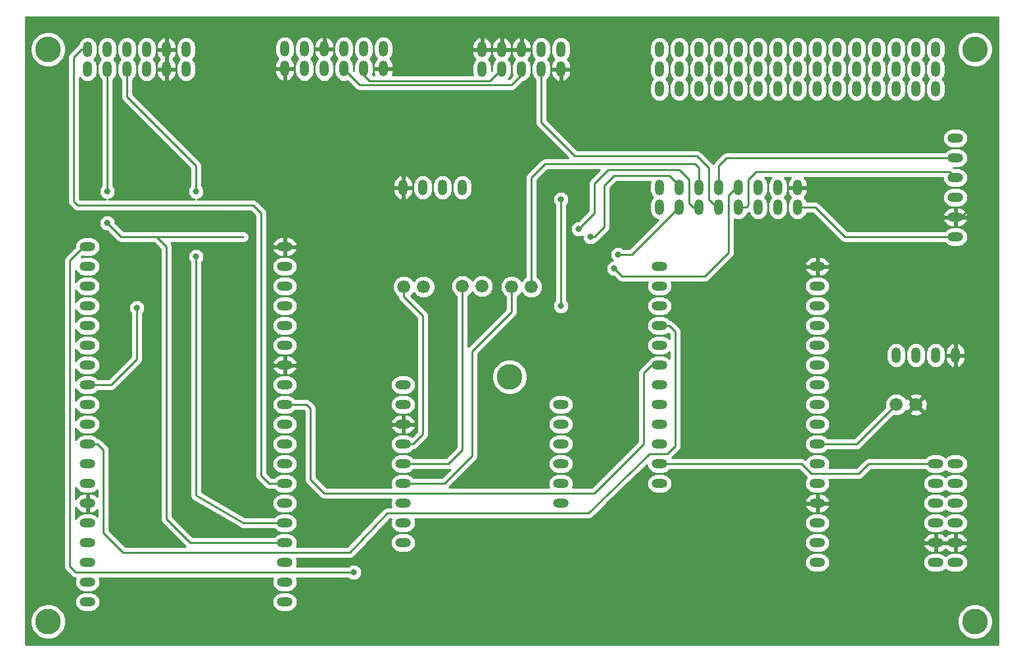
<source format=gbr>
G04 #@! TF.GenerationSoftware,KiCad,Pcbnew,(5.1.5)-3*
G04 #@! TF.CreationDate,2020-09-20T19:43:38-07:00*
G04 #@! TF.ProjectId,qf-cradle,71662d63-7261-4646-9c65-2e6b69636164,rev?*
G04 #@! TF.SameCoordinates,Original*
G04 #@! TF.FileFunction,Copper,L2,Bot*
G04 #@! TF.FilePolarity,Positive*
%FSLAX46Y46*%
G04 Gerber Fmt 4.6, Leading zero omitted, Abs format (unit mm)*
G04 Created by KiCad (PCBNEW (5.1.5)-3) date 2020-09-20 19:43:38*
%MOMM*%
%LPD*%
G04 APERTURE LIST*
%ADD10C,1.676400*%
%ADD11C,3.302000*%
%ADD12O,2.000000X1.200000*%
%ADD13O,1.200000X2.000000*%
%ADD14C,0.800000*%
%ADD15C,0.250000*%
%ADD16C,0.254000*%
G04 APERTURE END LIST*
D10*
X109310000Y-99140000D03*
X111850000Y-99140000D03*
D11*
X63514000Y-142240000D03*
X63514000Y-68556000D03*
X182894000Y-68556000D03*
X182880000Y-142216000D03*
X122950000Y-110720000D03*
D12*
X109220000Y-111760000D03*
X109220000Y-114300000D03*
X109220000Y-116840000D03*
X109220000Y-119380000D03*
X109220000Y-121920000D03*
X109220000Y-124460000D03*
X109220000Y-127000000D03*
X109220000Y-129540000D03*
X109220000Y-132080000D03*
X129540000Y-114300000D03*
X129540000Y-116840000D03*
X129540000Y-119380000D03*
X129540000Y-121920000D03*
X129540000Y-124460000D03*
X129540000Y-127000000D03*
D13*
X172720000Y-107950000D03*
X175260000Y-107950000D03*
X177800000Y-107950000D03*
X180340000Y-107950000D03*
D12*
X180340000Y-92710000D03*
X180340000Y-90170000D03*
X180340000Y-87630000D03*
X180340000Y-85090000D03*
X180340000Y-82550000D03*
X180340000Y-80010000D03*
X180340000Y-121920000D03*
X177800000Y-121920000D03*
X180340000Y-124460000D03*
X177800000Y-124460000D03*
X180340000Y-127000000D03*
X177800000Y-127000000D03*
X180340000Y-129540000D03*
X177800000Y-129540000D03*
X180340000Y-132080000D03*
X177800000Y-132080000D03*
X180340000Y-134620000D03*
X177800000Y-134620000D03*
X93980000Y-101600000D03*
X93980000Y-104140000D03*
X93980000Y-106680000D03*
X93980000Y-109220000D03*
X93980000Y-111760000D03*
X93980000Y-114300000D03*
X93980000Y-116840000D03*
X93980000Y-119380000D03*
X93980000Y-121920000D03*
X93980000Y-124460000D03*
X93980000Y-127000000D03*
X93980000Y-129540000D03*
X93980000Y-132080000D03*
X93980000Y-134620000D03*
X93980000Y-137160000D03*
X93980000Y-96520000D03*
X68580000Y-99060000D03*
X68580000Y-106680000D03*
X68580000Y-121920000D03*
X68580000Y-104140000D03*
X68580000Y-101600000D03*
X68580000Y-109220000D03*
X68580000Y-124460000D03*
X68580000Y-114300000D03*
X68580000Y-116840000D03*
X68580000Y-111760000D03*
X68580000Y-127000000D03*
X68580000Y-119380000D03*
X93980000Y-93980000D03*
X93980000Y-99060000D03*
X93980000Y-139700000D03*
X68580000Y-129540000D03*
X68580000Y-134620000D03*
X68580000Y-132080000D03*
X68580000Y-139700000D03*
X68580000Y-137160000D03*
X68580000Y-93980000D03*
X68580000Y-96520000D03*
D13*
X81280000Y-71120000D03*
X81280000Y-68580000D03*
X78740000Y-71120000D03*
X78740000Y-68580000D03*
X76200000Y-71120000D03*
X76200000Y-68580000D03*
X73660000Y-71120000D03*
X73660000Y-68580000D03*
X71120000Y-71120000D03*
X71120000Y-68580000D03*
X68580000Y-71120000D03*
X68580000Y-68580000D03*
X109220000Y-86360000D03*
X111760000Y-86360000D03*
X114300000Y-86360000D03*
X116840000Y-86360000D03*
X106680000Y-71064000D03*
X106680000Y-68524000D03*
X104140000Y-71064000D03*
X104140000Y-68524000D03*
X101600000Y-71064000D03*
X101600000Y-68524000D03*
X99060000Y-71064000D03*
X99060000Y-68524000D03*
X96520000Y-71064000D03*
X96520000Y-68524000D03*
X93980000Y-71064000D03*
X93980000Y-68524000D03*
D12*
X162560000Y-134620000D03*
X162560000Y-132080000D03*
X162560000Y-129540000D03*
X162560000Y-127000000D03*
X162560000Y-124460000D03*
X162560000Y-121920000D03*
X162560000Y-119380000D03*
X162560000Y-116840000D03*
X162560000Y-114300000D03*
X162560000Y-111760000D03*
X162560000Y-109220000D03*
X162560000Y-106680000D03*
X162560000Y-104140000D03*
X162560000Y-101600000D03*
X162560000Y-99060000D03*
X162560000Y-96520000D03*
X142240000Y-124460000D03*
X142240000Y-116840000D03*
X142240000Y-101600000D03*
X142240000Y-119380000D03*
X142240000Y-121920000D03*
X142240000Y-114300000D03*
X142240000Y-99060000D03*
X142240000Y-109220000D03*
X142240000Y-106680000D03*
X142240000Y-111760000D03*
X142240000Y-96520000D03*
X142240000Y-104140000D03*
D13*
X157480000Y-88900000D03*
X160020000Y-88900000D03*
X157480000Y-86360000D03*
X160020000Y-86360000D03*
X154940000Y-88900000D03*
X152400000Y-86360000D03*
X154940000Y-86360000D03*
X152400000Y-88900000D03*
X149860000Y-88900000D03*
X147320000Y-86360000D03*
X149860000Y-86360000D03*
X147320000Y-88900000D03*
X144780000Y-88900000D03*
X142240000Y-86360000D03*
X144780000Y-86360000D03*
X142240000Y-88900000D03*
X129540000Y-71120000D03*
X129540000Y-68580000D03*
X127000000Y-71120000D03*
X127000000Y-68580000D03*
X124460000Y-71120000D03*
X124460000Y-68580000D03*
X121920000Y-71120000D03*
X121920000Y-68580000D03*
X119380000Y-71120000D03*
X119380000Y-68580000D03*
D10*
X125730000Y-99140000D03*
X123190000Y-99140000D03*
X119380000Y-99060000D03*
X116840000Y-99060000D03*
X172720000Y-114300000D03*
X175260000Y-114300000D03*
D13*
X157480000Y-73660000D03*
X142240000Y-73660000D03*
X147320000Y-73660000D03*
X152400000Y-73660000D03*
X149860000Y-73660000D03*
X144780000Y-73660000D03*
X154940000Y-73660000D03*
X160020000Y-73660000D03*
X167640000Y-73660000D03*
X162560000Y-73660000D03*
X165100000Y-73660000D03*
X170180000Y-73660000D03*
X172720000Y-73660000D03*
X175260000Y-73660000D03*
X177800000Y-73660000D03*
X144780000Y-71120000D03*
X170180000Y-71120000D03*
X149860000Y-71120000D03*
X172720000Y-71120000D03*
X152400000Y-71120000D03*
X175260000Y-71120000D03*
X160020000Y-71120000D03*
X167640000Y-71120000D03*
X147320000Y-71120000D03*
X142240000Y-71120000D03*
X165100000Y-71120000D03*
X177800000Y-71120000D03*
X162560000Y-71120000D03*
X157480000Y-71120000D03*
X154940000Y-71120000D03*
X144780000Y-68580000D03*
X170180000Y-68580000D03*
X149860000Y-68580000D03*
X172720000Y-68580000D03*
X152400000Y-68580000D03*
X175260000Y-68580000D03*
X160020000Y-68580000D03*
X167640000Y-68580000D03*
X147320000Y-68580000D03*
X142240000Y-68580000D03*
X165100000Y-68580000D03*
X177800000Y-68580000D03*
X162560000Y-68580000D03*
X157480000Y-68580000D03*
X154940000Y-68580000D03*
D14*
X102870000Y-135890000D03*
X82550000Y-86868000D03*
X82550000Y-95250000D03*
X71120000Y-86868000D03*
X71120000Y-90932000D03*
X129540000Y-87884000D03*
X129540000Y-101600000D03*
X131826000Y-91694000D03*
X74930000Y-101854000D03*
X133350000Y-92710000D03*
X136906000Y-94996000D03*
X136398000Y-96774000D03*
D15*
X68072000Y-93980000D02*
X66294000Y-95758000D01*
X66294000Y-95758000D02*
X66294000Y-135128000D01*
X68580000Y-93980000D02*
X68072000Y-93980000D01*
X66294000Y-135128000D02*
X67056000Y-135890000D01*
X67056000Y-135890000D02*
X102870000Y-135890000D01*
X93980000Y-71120000D02*
X93980000Y-72136000D01*
X180340000Y-90170000D02*
X181102000Y-90170000D01*
X181102000Y-90170000D02*
X182626000Y-88646000D01*
X182626000Y-88646000D02*
X182626000Y-78994000D01*
X182626000Y-78994000D02*
X181610000Y-77978000D01*
X124460000Y-68580000D02*
X124460000Y-68072000D01*
X93980000Y-109220000D02*
X92964000Y-109220000D01*
X109310000Y-99140000D02*
X109310000Y-100420000D01*
X109310000Y-100420000D02*
X111760000Y-102870000D01*
X109220000Y-119380000D02*
X110236000Y-119380000D01*
X110236000Y-119380000D02*
X110490000Y-119380000D01*
X110490000Y-119380000D02*
X111760000Y-118110000D01*
X111760000Y-118110000D02*
X111760000Y-102870000D01*
X109220000Y-121920000D02*
X115062000Y-121920000D01*
X116840000Y-120142000D02*
X116840000Y-99060000D01*
X115062000Y-121920000D02*
X116840000Y-120142000D01*
X109220000Y-124460000D02*
X114554000Y-124460000D01*
X114554000Y-124460000D02*
X118110000Y-120904000D01*
X118110000Y-120904000D02*
X118110000Y-107442000D01*
X123190000Y-102362000D02*
X123190000Y-99140000D01*
X118110000Y-107442000D02*
X123190000Y-102362000D01*
X108458000Y-127000000D02*
X109220000Y-127000000D01*
X73660000Y-71120000D02*
X74168000Y-71120000D01*
X82550000Y-95250000D02*
X82550000Y-95250000D01*
X73660000Y-71120000D02*
X73660000Y-74676000D01*
X82550000Y-83566000D02*
X82550000Y-86868000D01*
X73660000Y-74676000D02*
X82550000Y-83566000D01*
X93980000Y-129540000D02*
X88646000Y-129540000D01*
X82550000Y-125984000D02*
X82550000Y-95250000D01*
X88646000Y-129540000D02*
X82550000Y-125984000D01*
X71120000Y-90932000D02*
X71120000Y-90932000D01*
X71120000Y-86868000D02*
X71120000Y-71120000D01*
X72898000Y-92710000D02*
X71120000Y-90932000D01*
X88646000Y-92710000D02*
X72898000Y-92710000D01*
X78740000Y-129032000D02*
X81788000Y-132080000D01*
X77470000Y-92710000D02*
X78740000Y-93980000D01*
X81788000Y-132080000D02*
X93980000Y-132080000D01*
X78740000Y-93980000D02*
X78740000Y-129032000D01*
X68580000Y-68580000D02*
X69088000Y-68580000D01*
X90932000Y-123444000D02*
X90932000Y-89662000D01*
X66802000Y-69596000D02*
X67818000Y-68580000D01*
X66802000Y-88138000D02*
X66802000Y-69596000D01*
X89916000Y-88646000D02*
X67310000Y-88646000D01*
X67818000Y-68580000D02*
X68580000Y-68580000D01*
X67310000Y-88646000D02*
X66802000Y-88138000D01*
X89916000Y-88646000D02*
X90932000Y-89662000D01*
X91948000Y-124460000D02*
X90932000Y-123444000D01*
X93980000Y-124460000D02*
X91948000Y-124460000D01*
X150876000Y-82550000D02*
X180340000Y-82550000D01*
X149860000Y-86360000D02*
X149860000Y-83566000D01*
X149860000Y-83566000D02*
X150876000Y-82550000D01*
X179578000Y-84328000D02*
X180340000Y-85090000D01*
X153416000Y-88900000D02*
X153670000Y-88646000D01*
X152400000Y-88900000D02*
X153416000Y-88900000D01*
X154686000Y-84328000D02*
X179578000Y-84328000D01*
X153670000Y-88646000D02*
X153670000Y-85344000D01*
X153670000Y-85344000D02*
X154686000Y-84328000D01*
X166116000Y-92710000D02*
X180340000Y-92710000D01*
X162306000Y-88900000D02*
X166116000Y-92710000D01*
X121920000Y-71120000D02*
X120396000Y-72644000D01*
X104140000Y-71120000D02*
X104140000Y-71882000D01*
X104902000Y-72644000D02*
X120396000Y-72644000D01*
X104140000Y-71882000D02*
X104902000Y-72644000D01*
X129540000Y-87884000D02*
X129540000Y-101600000D01*
X162306000Y-88900000D02*
X160020000Y-88900000D01*
X142240000Y-121920000D02*
X160528000Y-121920000D01*
X160528000Y-121920000D02*
X161798000Y-123190000D01*
X161798000Y-123190000D02*
X167894000Y-123190000D01*
X169164000Y-121920000D02*
X177800000Y-121920000D01*
X167894000Y-123190000D02*
X169164000Y-121920000D01*
X142240000Y-104140000D02*
X143510000Y-104140000D01*
X143510000Y-104140000D02*
X144272000Y-104902000D01*
X144272000Y-104902000D02*
X144272000Y-119634000D01*
X144272000Y-119634000D02*
X143256000Y-120650000D01*
X143256000Y-120650000D02*
X140970000Y-120650000D01*
X133096000Y-128270000D02*
X107188000Y-128270000D01*
X140970000Y-120650000D02*
X133096000Y-128270000D01*
X102362000Y-133350000D02*
X107188000Y-128270000D01*
X68580000Y-119380000D02*
X69850000Y-119380000D01*
X70612000Y-120142000D02*
X70612000Y-130810000D01*
X73152000Y-133350000D02*
X102362000Y-133350000D01*
X69850000Y-119380000D02*
X70612000Y-120142000D01*
X70612000Y-130810000D02*
X73152000Y-133350000D01*
X147320000Y-88900000D02*
X146558000Y-88900000D01*
X146558000Y-88900000D02*
X146050000Y-88392000D01*
X146050000Y-88392000D02*
X146050000Y-85344000D01*
X146050000Y-85344000D02*
X144780000Y-84074000D01*
X144780000Y-84074000D02*
X136906000Y-84074000D01*
X136906000Y-84074000D02*
X135636000Y-84074000D01*
X135636000Y-84074000D02*
X133858000Y-85852000D01*
X133858000Y-85852000D02*
X133858000Y-89662000D01*
X133858000Y-89662000D02*
X131826000Y-91694000D01*
X131826000Y-91694000D02*
X131826000Y-91694000D01*
X74930000Y-108458000D02*
X74930000Y-101854000D01*
X68580000Y-111760000D02*
X71628000Y-111760000D01*
X71628000Y-111760000D02*
X74930000Y-108458000D01*
X144780000Y-86360000D02*
X144780000Y-86106000D01*
X144780000Y-86106000D02*
X143510000Y-84836000D01*
X143510000Y-84836000D02*
X136398000Y-84836000D01*
X136398000Y-84836000D02*
X135128000Y-86106000D01*
X135128000Y-86106000D02*
X135128000Y-91440000D01*
X133858000Y-92710000D02*
X135128000Y-91440000D01*
X133350000Y-92710000D02*
X133858000Y-92710000D01*
X138684000Y-94996000D02*
X144780000Y-88900000D01*
X136906000Y-94996000D02*
X138684000Y-94996000D01*
X96774000Y-114300000D02*
X97282000Y-114808000D01*
X97282000Y-114808000D02*
X97282000Y-123952000D01*
X97282000Y-123952000D02*
X99060000Y-125730000D01*
X140208000Y-110236000D02*
X141224000Y-109220000D01*
X140208000Y-119380000D02*
X140208000Y-110236000D01*
X141224000Y-109220000D02*
X142240000Y-109220000D01*
X99060000Y-125730000D02*
X133858000Y-125730000D01*
X133858000Y-125730000D02*
X140208000Y-119380000D01*
X93980000Y-114300000D02*
X96774000Y-114300000D01*
X124460000Y-71120000D02*
X124460000Y-71882000D01*
X124460000Y-71882000D02*
X123190000Y-73152000D01*
X103632000Y-73152000D02*
X101600000Y-71120000D01*
X123190000Y-73152000D02*
X103632000Y-73152000D01*
X147320000Y-83820000D02*
X147320000Y-86360000D01*
X146812000Y-83312000D02*
X147320000Y-83820000D01*
X125730000Y-85090000D02*
X127508000Y-83312000D01*
X125730000Y-99140000D02*
X125730000Y-85090000D01*
X127508000Y-83312000D02*
X146812000Y-83312000D01*
X149860000Y-88900000D02*
X149606000Y-88900000D01*
X149606000Y-88900000D02*
X148590000Y-87884000D01*
X148590000Y-87884000D02*
X148590000Y-83820000D01*
X148590000Y-83820000D02*
X147066000Y-82296000D01*
X147066000Y-82296000D02*
X131318000Y-82296000D01*
X127000000Y-77978000D02*
X127000000Y-71120000D01*
X131318000Y-82296000D02*
X127000000Y-77978000D01*
X151892000Y-86614000D02*
X152146000Y-86360000D01*
X152400000Y-86360000D02*
X152146000Y-86360000D01*
X137414000Y-97790000D02*
X136398000Y-96774000D01*
X148082000Y-97790000D02*
X137414000Y-97790000D01*
X152146000Y-86360000D02*
X151130000Y-87376000D01*
X151130000Y-94742000D02*
X148082000Y-97790000D01*
X151130000Y-87376000D02*
X151130000Y-94742000D01*
X165100000Y-119380000D02*
X167640000Y-119380000D01*
X167640000Y-119380000D02*
X172720000Y-114300000D01*
X165100000Y-119380000D02*
X162560000Y-119380000D01*
D16*
G36*
X185801000Y-145161000D02*
G01*
X60579000Y-145161000D01*
X60579000Y-142014849D01*
X61228000Y-142014849D01*
X61228000Y-142465151D01*
X61315850Y-142906802D01*
X61488173Y-143322827D01*
X61738348Y-143697240D01*
X62056760Y-144015652D01*
X62431173Y-144265827D01*
X62847198Y-144438150D01*
X63288849Y-144526000D01*
X63739151Y-144526000D01*
X64180802Y-144438150D01*
X64596827Y-144265827D01*
X64971240Y-144015652D01*
X65289652Y-143697240D01*
X65539827Y-143322827D01*
X65712150Y-142906802D01*
X65800000Y-142465151D01*
X65800000Y-142014849D01*
X65795227Y-141990849D01*
X180594000Y-141990849D01*
X180594000Y-142441151D01*
X180681850Y-142882802D01*
X180854173Y-143298827D01*
X181104348Y-143673240D01*
X181422760Y-143991652D01*
X181797173Y-144241827D01*
X182213198Y-144414150D01*
X182654849Y-144502000D01*
X183105151Y-144502000D01*
X183546802Y-144414150D01*
X183962827Y-144241827D01*
X184337240Y-143991652D01*
X184655652Y-143673240D01*
X184905827Y-143298827D01*
X185078150Y-142882802D01*
X185166000Y-142441151D01*
X185166000Y-141990849D01*
X185078150Y-141549198D01*
X184905827Y-141133173D01*
X184655652Y-140758760D01*
X184337240Y-140440348D01*
X183962827Y-140190173D01*
X183546802Y-140017850D01*
X183105151Y-139930000D01*
X182654849Y-139930000D01*
X182213198Y-140017850D01*
X181797173Y-140190173D01*
X181422760Y-140440348D01*
X181104348Y-140758760D01*
X180854173Y-141133173D01*
X180681850Y-141549198D01*
X180594000Y-141990849D01*
X65795227Y-141990849D01*
X65712150Y-141573198D01*
X65539827Y-141157173D01*
X65289652Y-140782760D01*
X64971240Y-140464348D01*
X64596827Y-140214173D01*
X64180802Y-140041850D01*
X63739151Y-139954000D01*
X63288849Y-139954000D01*
X62847198Y-140041850D01*
X62431173Y-140214173D01*
X62056760Y-140464348D01*
X61738348Y-140782760D01*
X61488173Y-141157173D01*
X61315850Y-141573198D01*
X61228000Y-142014849D01*
X60579000Y-142014849D01*
X60579000Y-139700000D01*
X66939025Y-139700000D01*
X66962870Y-139942102D01*
X67033489Y-140174901D01*
X67148167Y-140389449D01*
X67302498Y-140577502D01*
X67490551Y-140731833D01*
X67705099Y-140846511D01*
X67937898Y-140917130D01*
X68119335Y-140935000D01*
X69040665Y-140935000D01*
X69222102Y-140917130D01*
X69454901Y-140846511D01*
X69669449Y-140731833D01*
X69857502Y-140577502D01*
X70011833Y-140389449D01*
X70126511Y-140174901D01*
X70197130Y-139942102D01*
X70220975Y-139700000D01*
X92339025Y-139700000D01*
X92362870Y-139942102D01*
X92433489Y-140174901D01*
X92548167Y-140389449D01*
X92702498Y-140577502D01*
X92890551Y-140731833D01*
X93105099Y-140846511D01*
X93337898Y-140917130D01*
X93519335Y-140935000D01*
X94440665Y-140935000D01*
X94622102Y-140917130D01*
X94854901Y-140846511D01*
X95069449Y-140731833D01*
X95257502Y-140577502D01*
X95411833Y-140389449D01*
X95526511Y-140174901D01*
X95597130Y-139942102D01*
X95620975Y-139700000D01*
X95597130Y-139457898D01*
X95526511Y-139225099D01*
X95411833Y-139010551D01*
X95257502Y-138822498D01*
X95069449Y-138668167D01*
X94854901Y-138553489D01*
X94622102Y-138482870D01*
X94440665Y-138465000D01*
X93519335Y-138465000D01*
X93337898Y-138482870D01*
X93105099Y-138553489D01*
X92890551Y-138668167D01*
X92702498Y-138822498D01*
X92548167Y-139010551D01*
X92433489Y-139225099D01*
X92362870Y-139457898D01*
X92339025Y-139700000D01*
X70220975Y-139700000D01*
X70197130Y-139457898D01*
X70126511Y-139225099D01*
X70011833Y-139010551D01*
X69857502Y-138822498D01*
X69669449Y-138668167D01*
X69454901Y-138553489D01*
X69222102Y-138482870D01*
X69040665Y-138465000D01*
X68119335Y-138465000D01*
X67937898Y-138482870D01*
X67705099Y-138553489D01*
X67490551Y-138668167D01*
X67302498Y-138822498D01*
X67148167Y-139010551D01*
X67033489Y-139225099D01*
X66962870Y-139457898D01*
X66939025Y-139700000D01*
X60579000Y-139700000D01*
X60579000Y-95758000D01*
X65530324Y-95758000D01*
X65534000Y-95795322D01*
X65534001Y-135090667D01*
X65530324Y-135128000D01*
X65534001Y-135165333D01*
X65540393Y-135230226D01*
X65544998Y-135276985D01*
X65588454Y-135420246D01*
X65659026Y-135552276D01*
X65730201Y-135639002D01*
X65754000Y-135668001D01*
X65782998Y-135691799D01*
X66492201Y-136401002D01*
X66515999Y-136430001D01*
X66631724Y-136524974D01*
X66763753Y-136595546D01*
X66907014Y-136639003D01*
X67018667Y-136650000D01*
X67018675Y-136650000D01*
X67050571Y-136653141D01*
X67033489Y-136685099D01*
X66962870Y-136917898D01*
X66939025Y-137160000D01*
X66962870Y-137402102D01*
X67033489Y-137634901D01*
X67148167Y-137849449D01*
X67302498Y-138037502D01*
X67490551Y-138191833D01*
X67705099Y-138306511D01*
X67937898Y-138377130D01*
X68119335Y-138395000D01*
X69040665Y-138395000D01*
X69222102Y-138377130D01*
X69454901Y-138306511D01*
X69669449Y-138191833D01*
X69857502Y-138037502D01*
X70011833Y-137849449D01*
X70126511Y-137634901D01*
X70197130Y-137402102D01*
X70220975Y-137160000D01*
X70197130Y-136917898D01*
X70126511Y-136685099D01*
X70107750Y-136650000D01*
X92452250Y-136650000D01*
X92433489Y-136685099D01*
X92362870Y-136917898D01*
X92339025Y-137160000D01*
X92362870Y-137402102D01*
X92433489Y-137634901D01*
X92548167Y-137849449D01*
X92702498Y-138037502D01*
X92890551Y-138191833D01*
X93105099Y-138306511D01*
X93337898Y-138377130D01*
X93519335Y-138395000D01*
X94440665Y-138395000D01*
X94622102Y-138377130D01*
X94854901Y-138306511D01*
X95069449Y-138191833D01*
X95257502Y-138037502D01*
X95411833Y-137849449D01*
X95526511Y-137634901D01*
X95597130Y-137402102D01*
X95620975Y-137160000D01*
X95597130Y-136917898D01*
X95526511Y-136685099D01*
X95507750Y-136650000D01*
X102166289Y-136650000D01*
X102210226Y-136693937D01*
X102379744Y-136807205D01*
X102568102Y-136885226D01*
X102768061Y-136925000D01*
X102971939Y-136925000D01*
X103171898Y-136885226D01*
X103360256Y-136807205D01*
X103529774Y-136693937D01*
X103673937Y-136549774D01*
X103787205Y-136380256D01*
X103865226Y-136191898D01*
X103905000Y-135991939D01*
X103905000Y-135788061D01*
X103865226Y-135588102D01*
X103787205Y-135399744D01*
X103673937Y-135230226D01*
X103529774Y-135086063D01*
X103360256Y-134972795D01*
X103171898Y-134894774D01*
X102971939Y-134855000D01*
X102768061Y-134855000D01*
X102568102Y-134894774D01*
X102379744Y-134972795D01*
X102210226Y-135086063D01*
X102166289Y-135130000D01*
X95507750Y-135130000D01*
X95526511Y-135094901D01*
X95597130Y-134862102D01*
X95620975Y-134620000D01*
X160919025Y-134620000D01*
X160942870Y-134862102D01*
X161013489Y-135094901D01*
X161128167Y-135309449D01*
X161282498Y-135497502D01*
X161470551Y-135651833D01*
X161685099Y-135766511D01*
X161917898Y-135837130D01*
X162099335Y-135855000D01*
X163020665Y-135855000D01*
X163202102Y-135837130D01*
X163434901Y-135766511D01*
X163649449Y-135651833D01*
X163837502Y-135497502D01*
X163991833Y-135309449D01*
X164106511Y-135094901D01*
X164177130Y-134862102D01*
X164200975Y-134620000D01*
X176159025Y-134620000D01*
X176182870Y-134862102D01*
X176253489Y-135094901D01*
X176368167Y-135309449D01*
X176522498Y-135497502D01*
X176710551Y-135651833D01*
X176925099Y-135766511D01*
X177157898Y-135837130D01*
X177339335Y-135855000D01*
X178260665Y-135855000D01*
X178442102Y-135837130D01*
X178674901Y-135766511D01*
X178889449Y-135651833D01*
X179070000Y-135503659D01*
X179250551Y-135651833D01*
X179465099Y-135766511D01*
X179697898Y-135837130D01*
X179879335Y-135855000D01*
X180800665Y-135855000D01*
X180982102Y-135837130D01*
X181214901Y-135766511D01*
X181429449Y-135651833D01*
X181617502Y-135497502D01*
X181771833Y-135309449D01*
X181886511Y-135094901D01*
X181957130Y-134862102D01*
X181980975Y-134620000D01*
X181957130Y-134377898D01*
X181886511Y-134145099D01*
X181771833Y-133930551D01*
X181617502Y-133742498D01*
X181429449Y-133588167D01*
X181214901Y-133473489D01*
X180982102Y-133402870D01*
X180800665Y-133385000D01*
X179879335Y-133385000D01*
X179697898Y-133402870D01*
X179465099Y-133473489D01*
X179250551Y-133588167D01*
X179070000Y-133736341D01*
X178889449Y-133588167D01*
X178674901Y-133473489D01*
X178442102Y-133402870D01*
X178260665Y-133385000D01*
X177339335Y-133385000D01*
X177157898Y-133402870D01*
X176925099Y-133473489D01*
X176710551Y-133588167D01*
X176522498Y-133742498D01*
X176368167Y-133930551D01*
X176253489Y-134145099D01*
X176182870Y-134377898D01*
X176159025Y-134620000D01*
X164200975Y-134620000D01*
X164177130Y-134377898D01*
X164106511Y-134145099D01*
X163991833Y-133930551D01*
X163837502Y-133742498D01*
X163649449Y-133588167D01*
X163434901Y-133473489D01*
X163202102Y-133402870D01*
X163020665Y-133385000D01*
X162099335Y-133385000D01*
X161917898Y-133402870D01*
X161685099Y-133473489D01*
X161470551Y-133588167D01*
X161282498Y-133742498D01*
X161128167Y-133930551D01*
X161013489Y-134145099D01*
X160942870Y-134377898D01*
X160919025Y-134620000D01*
X95620975Y-134620000D01*
X95597130Y-134377898D01*
X95526511Y-134145099D01*
X95507750Y-134110000D01*
X102334442Y-134110000D01*
X102381575Y-134113425D01*
X102446146Y-134105389D01*
X102510986Y-134099003D01*
X102520394Y-134096149D01*
X102530135Y-134094937D01*
X102591902Y-134074458D01*
X102654247Y-134055546D01*
X102662913Y-134050914D01*
X102672235Y-134047823D01*
X102728840Y-134015675D01*
X102786276Y-133984974D01*
X102793872Y-133978740D01*
X102802412Y-133973890D01*
X102851649Y-133931324D01*
X102902001Y-133890001D01*
X102931997Y-133853451D01*
X104616776Y-132080000D01*
X107579025Y-132080000D01*
X107602870Y-132322102D01*
X107673489Y-132554901D01*
X107788167Y-132769449D01*
X107942498Y-132957502D01*
X108130551Y-133111833D01*
X108345099Y-133226511D01*
X108577898Y-133297130D01*
X108759335Y-133315000D01*
X109680665Y-133315000D01*
X109862102Y-133297130D01*
X110094901Y-133226511D01*
X110309449Y-133111833D01*
X110497502Y-132957502D01*
X110651833Y-132769449D01*
X110766511Y-132554901D01*
X110837130Y-132322102D01*
X110860975Y-132080000D01*
X160919025Y-132080000D01*
X160942870Y-132322102D01*
X161013489Y-132554901D01*
X161128167Y-132769449D01*
X161282498Y-132957502D01*
X161470551Y-133111833D01*
X161685099Y-133226511D01*
X161917898Y-133297130D01*
X162099335Y-133315000D01*
X163020665Y-133315000D01*
X163202102Y-133297130D01*
X163434901Y-133226511D01*
X163649449Y-133111833D01*
X163837502Y-132957502D01*
X163991833Y-132769449D01*
X164106511Y-132554901D01*
X164154225Y-132397609D01*
X176206538Y-132397609D01*
X176210409Y-132435282D01*
X176302579Y-132660533D01*
X176436922Y-132863474D01*
X176608275Y-133036307D01*
X176810054Y-133172390D01*
X177034504Y-133266493D01*
X177273000Y-133315000D01*
X177673000Y-133315000D01*
X177673000Y-132207000D01*
X177927000Y-132207000D01*
X177927000Y-133315000D01*
X178327000Y-133315000D01*
X178565496Y-133266493D01*
X178789946Y-133172390D01*
X178991725Y-133036307D01*
X179070000Y-132957356D01*
X179148275Y-133036307D01*
X179350054Y-133172390D01*
X179574504Y-133266493D01*
X179813000Y-133315000D01*
X180213000Y-133315000D01*
X180213000Y-132207000D01*
X180467000Y-132207000D01*
X180467000Y-133315000D01*
X180867000Y-133315000D01*
X181105496Y-133266493D01*
X181329946Y-133172390D01*
X181531725Y-133036307D01*
X181703078Y-132863474D01*
X181837421Y-132660533D01*
X181929591Y-132435282D01*
X181933462Y-132397609D01*
X181808731Y-132207000D01*
X180467000Y-132207000D01*
X180213000Y-132207000D01*
X177927000Y-132207000D01*
X177673000Y-132207000D01*
X176331269Y-132207000D01*
X176206538Y-132397609D01*
X164154225Y-132397609D01*
X164177130Y-132322102D01*
X164200975Y-132080000D01*
X164177130Y-131837898D01*
X164154226Y-131762391D01*
X176206538Y-131762391D01*
X176331269Y-131953000D01*
X177673000Y-131953000D01*
X177673000Y-130845000D01*
X177927000Y-130845000D01*
X177927000Y-131953000D01*
X180213000Y-131953000D01*
X180213000Y-130845000D01*
X180467000Y-130845000D01*
X180467000Y-131953000D01*
X181808731Y-131953000D01*
X181933462Y-131762391D01*
X181929591Y-131724718D01*
X181837421Y-131499467D01*
X181703078Y-131296526D01*
X181531725Y-131123693D01*
X181329946Y-130987610D01*
X181105496Y-130893507D01*
X180867000Y-130845000D01*
X180467000Y-130845000D01*
X180213000Y-130845000D01*
X179813000Y-130845000D01*
X179574504Y-130893507D01*
X179350054Y-130987610D01*
X179148275Y-131123693D01*
X179070000Y-131202644D01*
X178991725Y-131123693D01*
X178789946Y-130987610D01*
X178565496Y-130893507D01*
X178327000Y-130845000D01*
X177927000Y-130845000D01*
X177673000Y-130845000D01*
X177273000Y-130845000D01*
X177034504Y-130893507D01*
X176810054Y-130987610D01*
X176608275Y-131123693D01*
X176436922Y-131296526D01*
X176302579Y-131499467D01*
X176210409Y-131724718D01*
X176206538Y-131762391D01*
X164154226Y-131762391D01*
X164106511Y-131605099D01*
X163991833Y-131390551D01*
X163837502Y-131202498D01*
X163649449Y-131048167D01*
X163434901Y-130933489D01*
X163202102Y-130862870D01*
X163020665Y-130845000D01*
X162099335Y-130845000D01*
X161917898Y-130862870D01*
X161685099Y-130933489D01*
X161470551Y-131048167D01*
X161282498Y-131202498D01*
X161128167Y-131390551D01*
X161013489Y-131605099D01*
X160942870Y-131837898D01*
X160919025Y-132080000D01*
X110860975Y-132080000D01*
X110837130Y-131837898D01*
X110766511Y-131605099D01*
X110651833Y-131390551D01*
X110497502Y-131202498D01*
X110309449Y-131048167D01*
X110094901Y-130933489D01*
X109862102Y-130862870D01*
X109680665Y-130845000D01*
X108759335Y-130845000D01*
X108577898Y-130862870D01*
X108345099Y-130933489D01*
X108130551Y-131048167D01*
X107942498Y-131202498D01*
X107788167Y-131390551D01*
X107673489Y-131605099D01*
X107602870Y-131837898D01*
X107579025Y-132080000D01*
X104616776Y-132080000D01*
X107514277Y-129030000D01*
X107692250Y-129030000D01*
X107673489Y-129065099D01*
X107602870Y-129297898D01*
X107579025Y-129540000D01*
X107602870Y-129782102D01*
X107673489Y-130014901D01*
X107788167Y-130229449D01*
X107942498Y-130417502D01*
X108130551Y-130571833D01*
X108345099Y-130686511D01*
X108577898Y-130757130D01*
X108759335Y-130775000D01*
X109680665Y-130775000D01*
X109862102Y-130757130D01*
X110094901Y-130686511D01*
X110309449Y-130571833D01*
X110497502Y-130417502D01*
X110651833Y-130229449D01*
X110766511Y-130014901D01*
X110837130Y-129782102D01*
X110860975Y-129540000D01*
X160919025Y-129540000D01*
X160942870Y-129782102D01*
X161013489Y-130014901D01*
X161128167Y-130229449D01*
X161282498Y-130417502D01*
X161470551Y-130571833D01*
X161685099Y-130686511D01*
X161917898Y-130757130D01*
X162099335Y-130775000D01*
X163020665Y-130775000D01*
X163202102Y-130757130D01*
X163434901Y-130686511D01*
X163649449Y-130571833D01*
X163837502Y-130417502D01*
X163991833Y-130229449D01*
X164106511Y-130014901D01*
X164177130Y-129782102D01*
X164200975Y-129540000D01*
X176159025Y-129540000D01*
X176182870Y-129782102D01*
X176253489Y-130014901D01*
X176368167Y-130229449D01*
X176522498Y-130417502D01*
X176710551Y-130571833D01*
X176925099Y-130686511D01*
X177157898Y-130757130D01*
X177339335Y-130775000D01*
X178260665Y-130775000D01*
X178442102Y-130757130D01*
X178674901Y-130686511D01*
X178889449Y-130571833D01*
X179070000Y-130423659D01*
X179250551Y-130571833D01*
X179465099Y-130686511D01*
X179697898Y-130757130D01*
X179879335Y-130775000D01*
X180800665Y-130775000D01*
X180982102Y-130757130D01*
X181214901Y-130686511D01*
X181429449Y-130571833D01*
X181617502Y-130417502D01*
X181771833Y-130229449D01*
X181886511Y-130014901D01*
X181957130Y-129782102D01*
X181980975Y-129540000D01*
X181957130Y-129297898D01*
X181886511Y-129065099D01*
X181771833Y-128850551D01*
X181617502Y-128662498D01*
X181429449Y-128508167D01*
X181214901Y-128393489D01*
X180982102Y-128322870D01*
X180800665Y-128305000D01*
X179879335Y-128305000D01*
X179697898Y-128322870D01*
X179465099Y-128393489D01*
X179250551Y-128508167D01*
X179070000Y-128656341D01*
X178889449Y-128508167D01*
X178674901Y-128393489D01*
X178442102Y-128322870D01*
X178260665Y-128305000D01*
X177339335Y-128305000D01*
X177157898Y-128322870D01*
X176925099Y-128393489D01*
X176710551Y-128508167D01*
X176522498Y-128662498D01*
X176368167Y-128850551D01*
X176253489Y-129065099D01*
X176182870Y-129297898D01*
X176159025Y-129540000D01*
X164200975Y-129540000D01*
X164177130Y-129297898D01*
X164106511Y-129065099D01*
X163991833Y-128850551D01*
X163837502Y-128662498D01*
X163649449Y-128508167D01*
X163434901Y-128393489D01*
X163202102Y-128322870D01*
X163020665Y-128305000D01*
X162099335Y-128305000D01*
X161917898Y-128322870D01*
X161685099Y-128393489D01*
X161470551Y-128508167D01*
X161282498Y-128662498D01*
X161128167Y-128850551D01*
X161013489Y-129065099D01*
X160942870Y-129297898D01*
X160919025Y-129540000D01*
X110860975Y-129540000D01*
X110837130Y-129297898D01*
X110766511Y-129065099D01*
X110747750Y-129030000D01*
X133052424Y-129030000D01*
X133083483Y-129033574D01*
X133127086Y-129030000D01*
X133133333Y-129030000D01*
X133164322Y-129026948D01*
X133232688Y-129021344D01*
X133238728Y-129019619D01*
X133244986Y-129019003D01*
X133310694Y-128999071D01*
X133376642Y-128980241D01*
X133382229Y-128977372D01*
X133388247Y-128975546D01*
X133448796Y-128943181D01*
X133509811Y-128911843D01*
X133514733Y-128907937D01*
X133520276Y-128904974D01*
X133573352Y-128861416D01*
X133597692Y-128842099D01*
X133602171Y-128837765D01*
X133636001Y-128810001D01*
X133655841Y-128785825D01*
X135172998Y-127317609D01*
X160966538Y-127317609D01*
X160970409Y-127355282D01*
X161062579Y-127580533D01*
X161196922Y-127783474D01*
X161368275Y-127956307D01*
X161570054Y-128092390D01*
X161794504Y-128186493D01*
X162033000Y-128235000D01*
X162433000Y-128235000D01*
X162433000Y-127127000D01*
X162687000Y-127127000D01*
X162687000Y-128235000D01*
X163087000Y-128235000D01*
X163325496Y-128186493D01*
X163549946Y-128092390D01*
X163751725Y-127956307D01*
X163923078Y-127783474D01*
X164057421Y-127580533D01*
X164149591Y-127355282D01*
X164153462Y-127317609D01*
X164028731Y-127127000D01*
X162687000Y-127127000D01*
X162433000Y-127127000D01*
X161091269Y-127127000D01*
X160966538Y-127317609D01*
X135172998Y-127317609D01*
X135501194Y-127000000D01*
X176159025Y-127000000D01*
X176182870Y-127242102D01*
X176253489Y-127474901D01*
X176368167Y-127689449D01*
X176522498Y-127877502D01*
X176710551Y-128031833D01*
X176925099Y-128146511D01*
X177157898Y-128217130D01*
X177339335Y-128235000D01*
X178260665Y-128235000D01*
X178442102Y-128217130D01*
X178674901Y-128146511D01*
X178889449Y-128031833D01*
X179070000Y-127883659D01*
X179250551Y-128031833D01*
X179465099Y-128146511D01*
X179697898Y-128217130D01*
X179879335Y-128235000D01*
X180800665Y-128235000D01*
X180982102Y-128217130D01*
X181214901Y-128146511D01*
X181429449Y-128031833D01*
X181617502Y-127877502D01*
X181771833Y-127689449D01*
X181886511Y-127474901D01*
X181957130Y-127242102D01*
X181980975Y-127000000D01*
X181957130Y-126757898D01*
X181886511Y-126525099D01*
X181771833Y-126310551D01*
X181617502Y-126122498D01*
X181429449Y-125968167D01*
X181214901Y-125853489D01*
X180982102Y-125782870D01*
X180800665Y-125765000D01*
X179879335Y-125765000D01*
X179697898Y-125782870D01*
X179465099Y-125853489D01*
X179250551Y-125968167D01*
X179070000Y-126116341D01*
X178889449Y-125968167D01*
X178674901Y-125853489D01*
X178442102Y-125782870D01*
X178260665Y-125765000D01*
X177339335Y-125765000D01*
X177157898Y-125782870D01*
X176925099Y-125853489D01*
X176710551Y-125968167D01*
X176522498Y-126122498D01*
X176368167Y-126310551D01*
X176253489Y-126525099D01*
X176182870Y-126757898D01*
X176159025Y-127000000D01*
X135501194Y-127000000D01*
X135829390Y-126682391D01*
X160966538Y-126682391D01*
X161091269Y-126873000D01*
X162433000Y-126873000D01*
X162433000Y-125765000D01*
X162687000Y-125765000D01*
X162687000Y-126873000D01*
X164028731Y-126873000D01*
X164153462Y-126682391D01*
X164149591Y-126644718D01*
X164057421Y-126419467D01*
X163923078Y-126216526D01*
X163751725Y-126043693D01*
X163549946Y-125907610D01*
X163325496Y-125813507D01*
X163087000Y-125765000D01*
X162687000Y-125765000D01*
X162433000Y-125765000D01*
X162033000Y-125765000D01*
X161794504Y-125813507D01*
X161570054Y-125907610D01*
X161368275Y-126043693D01*
X161196922Y-126216526D01*
X161062579Y-126419467D01*
X160970409Y-126644718D01*
X160966538Y-126682391D01*
X135829390Y-126682391D01*
X138125862Y-124460000D01*
X140599025Y-124460000D01*
X140622870Y-124702102D01*
X140693489Y-124934901D01*
X140808167Y-125149449D01*
X140962498Y-125337502D01*
X141150551Y-125491833D01*
X141365099Y-125606511D01*
X141597898Y-125677130D01*
X141779335Y-125695000D01*
X142700665Y-125695000D01*
X142882102Y-125677130D01*
X143114901Y-125606511D01*
X143329449Y-125491833D01*
X143517502Y-125337502D01*
X143671833Y-125149449D01*
X143786511Y-124934901D01*
X143857130Y-124702102D01*
X143880975Y-124460000D01*
X143857130Y-124217898D01*
X143786511Y-123985099D01*
X143671833Y-123770551D01*
X143517502Y-123582498D01*
X143329449Y-123428167D01*
X143114901Y-123313489D01*
X142882102Y-123242870D01*
X142700665Y-123225000D01*
X141779335Y-123225000D01*
X141597898Y-123242870D01*
X141365099Y-123313489D01*
X141150551Y-123428167D01*
X140962498Y-123582498D01*
X140808167Y-123770551D01*
X140693489Y-123985099D01*
X140622870Y-124217898D01*
X140599025Y-124460000D01*
X138125862Y-124460000D01*
X140612209Y-122053859D01*
X140622870Y-122162102D01*
X140693489Y-122394901D01*
X140808167Y-122609449D01*
X140962498Y-122797502D01*
X141150551Y-122951833D01*
X141365099Y-123066511D01*
X141597898Y-123137130D01*
X141779335Y-123155000D01*
X142700665Y-123155000D01*
X142882102Y-123137130D01*
X143114901Y-123066511D01*
X143329449Y-122951833D01*
X143517502Y-122797502D01*
X143613933Y-122680000D01*
X160213199Y-122680000D01*
X161207311Y-123674113D01*
X161128167Y-123770551D01*
X161013489Y-123985099D01*
X160942870Y-124217898D01*
X160919025Y-124460000D01*
X160942870Y-124702102D01*
X161013489Y-124934901D01*
X161128167Y-125149449D01*
X161282498Y-125337502D01*
X161470551Y-125491833D01*
X161685099Y-125606511D01*
X161917898Y-125677130D01*
X162099335Y-125695000D01*
X163020665Y-125695000D01*
X163202102Y-125677130D01*
X163434901Y-125606511D01*
X163649449Y-125491833D01*
X163837502Y-125337502D01*
X163991833Y-125149449D01*
X164106511Y-124934901D01*
X164177130Y-124702102D01*
X164200975Y-124460000D01*
X176159025Y-124460000D01*
X176182870Y-124702102D01*
X176253489Y-124934901D01*
X176368167Y-125149449D01*
X176522498Y-125337502D01*
X176710551Y-125491833D01*
X176925099Y-125606511D01*
X177157898Y-125677130D01*
X177339335Y-125695000D01*
X178260665Y-125695000D01*
X178442102Y-125677130D01*
X178674901Y-125606511D01*
X178889449Y-125491833D01*
X179070000Y-125343659D01*
X179250551Y-125491833D01*
X179465099Y-125606511D01*
X179697898Y-125677130D01*
X179879335Y-125695000D01*
X180800665Y-125695000D01*
X180982102Y-125677130D01*
X181214901Y-125606511D01*
X181429449Y-125491833D01*
X181617502Y-125337502D01*
X181771833Y-125149449D01*
X181886511Y-124934901D01*
X181957130Y-124702102D01*
X181980975Y-124460000D01*
X181957130Y-124217898D01*
X181886511Y-123985099D01*
X181771833Y-123770551D01*
X181617502Y-123582498D01*
X181429449Y-123428167D01*
X181214901Y-123313489D01*
X180982102Y-123242870D01*
X180800665Y-123225000D01*
X179879335Y-123225000D01*
X179697898Y-123242870D01*
X179465099Y-123313489D01*
X179250551Y-123428167D01*
X179070000Y-123576341D01*
X178889449Y-123428167D01*
X178674901Y-123313489D01*
X178442102Y-123242870D01*
X178260665Y-123225000D01*
X177339335Y-123225000D01*
X177157898Y-123242870D01*
X176925099Y-123313489D01*
X176710551Y-123428167D01*
X176522498Y-123582498D01*
X176368167Y-123770551D01*
X176253489Y-123985099D01*
X176182870Y-124217898D01*
X176159025Y-124460000D01*
X164200975Y-124460000D01*
X164177130Y-124217898D01*
X164106511Y-123985099D01*
X164087750Y-123950000D01*
X167856678Y-123950000D01*
X167894000Y-123953676D01*
X167931322Y-123950000D01*
X167931333Y-123950000D01*
X168042986Y-123939003D01*
X168186247Y-123895546D01*
X168318276Y-123824974D01*
X168434001Y-123730001D01*
X168457804Y-123700997D01*
X169478802Y-122680000D01*
X176426067Y-122680000D01*
X176522498Y-122797502D01*
X176710551Y-122951833D01*
X176925099Y-123066511D01*
X177157898Y-123137130D01*
X177339335Y-123155000D01*
X178260665Y-123155000D01*
X178442102Y-123137130D01*
X178674901Y-123066511D01*
X178889449Y-122951833D01*
X179070000Y-122803659D01*
X179250551Y-122951833D01*
X179465099Y-123066511D01*
X179697898Y-123137130D01*
X179879335Y-123155000D01*
X180800665Y-123155000D01*
X180982102Y-123137130D01*
X181214901Y-123066511D01*
X181429449Y-122951833D01*
X181617502Y-122797502D01*
X181771833Y-122609449D01*
X181886511Y-122394901D01*
X181957130Y-122162102D01*
X181980975Y-121920000D01*
X181957130Y-121677898D01*
X181886511Y-121445099D01*
X181771833Y-121230551D01*
X181617502Y-121042498D01*
X181429449Y-120888167D01*
X181214901Y-120773489D01*
X180982102Y-120702870D01*
X180800665Y-120685000D01*
X179879335Y-120685000D01*
X179697898Y-120702870D01*
X179465099Y-120773489D01*
X179250551Y-120888167D01*
X179070000Y-121036341D01*
X178889449Y-120888167D01*
X178674901Y-120773489D01*
X178442102Y-120702870D01*
X178260665Y-120685000D01*
X177339335Y-120685000D01*
X177157898Y-120702870D01*
X176925099Y-120773489D01*
X176710551Y-120888167D01*
X176522498Y-121042498D01*
X176426067Y-121160000D01*
X169201322Y-121160000D01*
X169163999Y-121156324D01*
X169126676Y-121160000D01*
X169126667Y-121160000D01*
X169015014Y-121170997D01*
X168871753Y-121214454D01*
X168739724Y-121285026D01*
X168623999Y-121379999D01*
X168600201Y-121408997D01*
X167579199Y-122430000D01*
X164087750Y-122430000D01*
X164106511Y-122394901D01*
X164177130Y-122162102D01*
X164200975Y-121920000D01*
X164177130Y-121677898D01*
X164106511Y-121445099D01*
X163991833Y-121230551D01*
X163837502Y-121042498D01*
X163649449Y-120888167D01*
X163434901Y-120773489D01*
X163202102Y-120702870D01*
X163020665Y-120685000D01*
X162099335Y-120685000D01*
X161917898Y-120702870D01*
X161685099Y-120773489D01*
X161470551Y-120888167D01*
X161282498Y-121042498D01*
X161128167Y-121230551D01*
X161054297Y-121368752D01*
X160952276Y-121285026D01*
X160820247Y-121214454D01*
X160676986Y-121170997D01*
X160565333Y-121160000D01*
X160565322Y-121160000D01*
X160528000Y-121156324D01*
X160490678Y-121160000D01*
X143820801Y-121160000D01*
X144783003Y-120197799D01*
X144812001Y-120174001D01*
X144848931Y-120129002D01*
X144906974Y-120058277D01*
X144977546Y-119926247D01*
X145000749Y-119849754D01*
X145021003Y-119782986D01*
X145032000Y-119671333D01*
X145032000Y-119671323D01*
X145035676Y-119634000D01*
X145032000Y-119596678D01*
X145032000Y-119380000D01*
X160919025Y-119380000D01*
X160942870Y-119622102D01*
X161013489Y-119854901D01*
X161128167Y-120069449D01*
X161282498Y-120257502D01*
X161470551Y-120411833D01*
X161685099Y-120526511D01*
X161917898Y-120597130D01*
X162099335Y-120615000D01*
X163020665Y-120615000D01*
X163202102Y-120597130D01*
X163434901Y-120526511D01*
X163649449Y-120411833D01*
X163837502Y-120257502D01*
X163933933Y-120140000D01*
X167602678Y-120140000D01*
X167640000Y-120143676D01*
X167677322Y-120140000D01*
X167677333Y-120140000D01*
X167788986Y-120129003D01*
X167932247Y-120085546D01*
X168064276Y-120014974D01*
X168180001Y-119920001D01*
X168203804Y-119890997D01*
X172363627Y-115731175D01*
X172574902Y-115773200D01*
X172865098Y-115773200D01*
X173149717Y-115716586D01*
X173417822Y-115605533D01*
X173659110Y-115444309D01*
X173783444Y-115319975D01*
X174419630Y-115319975D01*
X174495838Y-115567844D01*
X174757865Y-115692563D01*
X175039189Y-115763768D01*
X175328999Y-115778719D01*
X175616157Y-115736845D01*
X175889628Y-115639754D01*
X176024162Y-115567844D01*
X176100370Y-115319975D01*
X175260000Y-114479605D01*
X174419630Y-115319975D01*
X173783444Y-115319975D01*
X173864309Y-115239110D01*
X173987289Y-115055057D01*
X173992156Y-115064162D01*
X174240025Y-115140370D01*
X175080395Y-114300000D01*
X175439605Y-114300000D01*
X176279975Y-115140370D01*
X176527844Y-115064162D01*
X176652563Y-114802135D01*
X176723768Y-114520811D01*
X176738719Y-114231001D01*
X176696845Y-113943843D01*
X176599754Y-113670372D01*
X176527844Y-113535838D01*
X176279975Y-113459630D01*
X175439605Y-114300000D01*
X175080395Y-114300000D01*
X174240025Y-113459630D01*
X173992156Y-113535838D01*
X173987601Y-113545408D01*
X173864309Y-113360890D01*
X173783444Y-113280025D01*
X174419630Y-113280025D01*
X175260000Y-114120395D01*
X176100370Y-113280025D01*
X176024162Y-113032156D01*
X175762135Y-112907437D01*
X175480811Y-112836232D01*
X175191001Y-112821281D01*
X174903843Y-112863155D01*
X174630372Y-112960246D01*
X174495838Y-113032156D01*
X174419630Y-113280025D01*
X173783444Y-113280025D01*
X173659110Y-113155691D01*
X173417822Y-112994467D01*
X173149717Y-112883414D01*
X172865098Y-112826800D01*
X172574902Y-112826800D01*
X172290283Y-112883414D01*
X172022178Y-112994467D01*
X171780890Y-113155691D01*
X171575691Y-113360890D01*
X171414467Y-113602178D01*
X171303414Y-113870283D01*
X171246800Y-114154902D01*
X171246800Y-114445098D01*
X171288825Y-114656373D01*
X167325199Y-118620000D01*
X163933933Y-118620000D01*
X163837502Y-118502498D01*
X163649449Y-118348167D01*
X163434901Y-118233489D01*
X163202102Y-118162870D01*
X163020665Y-118145000D01*
X162099335Y-118145000D01*
X161917898Y-118162870D01*
X161685099Y-118233489D01*
X161470551Y-118348167D01*
X161282498Y-118502498D01*
X161128167Y-118690551D01*
X161013489Y-118905099D01*
X160942870Y-119137898D01*
X160919025Y-119380000D01*
X145032000Y-119380000D01*
X145032000Y-116840000D01*
X160919025Y-116840000D01*
X160942870Y-117082102D01*
X161013489Y-117314901D01*
X161128167Y-117529449D01*
X161282498Y-117717502D01*
X161470551Y-117871833D01*
X161685099Y-117986511D01*
X161917898Y-118057130D01*
X162099335Y-118075000D01*
X163020665Y-118075000D01*
X163202102Y-118057130D01*
X163434901Y-117986511D01*
X163649449Y-117871833D01*
X163837502Y-117717502D01*
X163991833Y-117529449D01*
X164106511Y-117314901D01*
X164177130Y-117082102D01*
X164200975Y-116840000D01*
X164177130Y-116597898D01*
X164106511Y-116365099D01*
X163991833Y-116150551D01*
X163837502Y-115962498D01*
X163649449Y-115808167D01*
X163434901Y-115693489D01*
X163202102Y-115622870D01*
X163020665Y-115605000D01*
X162099335Y-115605000D01*
X161917898Y-115622870D01*
X161685099Y-115693489D01*
X161470551Y-115808167D01*
X161282498Y-115962498D01*
X161128167Y-116150551D01*
X161013489Y-116365099D01*
X160942870Y-116597898D01*
X160919025Y-116840000D01*
X145032000Y-116840000D01*
X145032000Y-114300000D01*
X160919025Y-114300000D01*
X160942870Y-114542102D01*
X161013489Y-114774901D01*
X161128167Y-114989449D01*
X161282498Y-115177502D01*
X161470551Y-115331833D01*
X161685099Y-115446511D01*
X161917898Y-115517130D01*
X162099335Y-115535000D01*
X163020665Y-115535000D01*
X163202102Y-115517130D01*
X163434901Y-115446511D01*
X163649449Y-115331833D01*
X163837502Y-115177502D01*
X163991833Y-114989449D01*
X164106511Y-114774901D01*
X164177130Y-114542102D01*
X164200975Y-114300000D01*
X164177130Y-114057898D01*
X164106511Y-113825099D01*
X163991833Y-113610551D01*
X163837502Y-113422498D01*
X163649449Y-113268167D01*
X163434901Y-113153489D01*
X163202102Y-113082870D01*
X163020665Y-113065000D01*
X162099335Y-113065000D01*
X161917898Y-113082870D01*
X161685099Y-113153489D01*
X161470551Y-113268167D01*
X161282498Y-113422498D01*
X161128167Y-113610551D01*
X161013489Y-113825099D01*
X160942870Y-114057898D01*
X160919025Y-114300000D01*
X145032000Y-114300000D01*
X145032000Y-111760000D01*
X160919025Y-111760000D01*
X160942870Y-112002102D01*
X161013489Y-112234901D01*
X161128167Y-112449449D01*
X161282498Y-112637502D01*
X161470551Y-112791833D01*
X161685099Y-112906511D01*
X161917898Y-112977130D01*
X162099335Y-112995000D01*
X163020665Y-112995000D01*
X163202102Y-112977130D01*
X163434901Y-112906511D01*
X163649449Y-112791833D01*
X163837502Y-112637502D01*
X163991833Y-112449449D01*
X164106511Y-112234901D01*
X164177130Y-112002102D01*
X164200975Y-111760000D01*
X164177130Y-111517898D01*
X164106511Y-111285099D01*
X163991833Y-111070551D01*
X163837502Y-110882498D01*
X163649449Y-110728167D01*
X163434901Y-110613489D01*
X163202102Y-110542870D01*
X163020665Y-110525000D01*
X162099335Y-110525000D01*
X161917898Y-110542870D01*
X161685099Y-110613489D01*
X161470551Y-110728167D01*
X161282498Y-110882498D01*
X161128167Y-111070551D01*
X161013489Y-111285099D01*
X160942870Y-111517898D01*
X160919025Y-111760000D01*
X145032000Y-111760000D01*
X145032000Y-109220000D01*
X160919025Y-109220000D01*
X160942870Y-109462102D01*
X161013489Y-109694901D01*
X161128167Y-109909449D01*
X161282498Y-110097502D01*
X161470551Y-110251833D01*
X161685099Y-110366511D01*
X161917898Y-110437130D01*
X162099335Y-110455000D01*
X163020665Y-110455000D01*
X163202102Y-110437130D01*
X163434901Y-110366511D01*
X163649449Y-110251833D01*
X163837502Y-110097502D01*
X163991833Y-109909449D01*
X164106511Y-109694901D01*
X164177130Y-109462102D01*
X164200975Y-109220000D01*
X164177130Y-108977898D01*
X164106511Y-108745099D01*
X163991833Y-108530551D01*
X163837502Y-108342498D01*
X163649449Y-108188167D01*
X163434901Y-108073489D01*
X163202102Y-108002870D01*
X163020665Y-107985000D01*
X162099335Y-107985000D01*
X161917898Y-108002870D01*
X161685099Y-108073489D01*
X161470551Y-108188167D01*
X161282498Y-108342498D01*
X161128167Y-108530551D01*
X161013489Y-108745099D01*
X160942870Y-108977898D01*
X160919025Y-109220000D01*
X145032000Y-109220000D01*
X145032000Y-106680000D01*
X160919025Y-106680000D01*
X160942870Y-106922102D01*
X161013489Y-107154901D01*
X161128167Y-107369449D01*
X161282498Y-107557502D01*
X161470551Y-107711833D01*
X161685099Y-107826511D01*
X161917898Y-107897130D01*
X162099335Y-107915000D01*
X163020665Y-107915000D01*
X163202102Y-107897130D01*
X163434901Y-107826511D01*
X163649449Y-107711833D01*
X163837502Y-107557502D01*
X163893445Y-107489335D01*
X171485000Y-107489335D01*
X171485000Y-108410664D01*
X171502870Y-108592101D01*
X171573489Y-108824900D01*
X171688167Y-109039448D01*
X171842498Y-109227502D01*
X172030551Y-109381833D01*
X172245099Y-109496511D01*
X172477898Y-109567130D01*
X172720000Y-109590975D01*
X172962101Y-109567130D01*
X173194900Y-109496511D01*
X173409448Y-109381833D01*
X173597502Y-109227502D01*
X173751833Y-109039449D01*
X173866511Y-108824901D01*
X173937130Y-108592102D01*
X173955000Y-108410665D01*
X173955000Y-107489336D01*
X173955000Y-107489335D01*
X174025000Y-107489335D01*
X174025000Y-108410664D01*
X174042870Y-108592101D01*
X174113489Y-108824900D01*
X174228167Y-109039448D01*
X174382498Y-109227502D01*
X174570551Y-109381833D01*
X174785099Y-109496511D01*
X175017898Y-109567130D01*
X175260000Y-109590975D01*
X175502101Y-109567130D01*
X175734900Y-109496511D01*
X175949448Y-109381833D01*
X176137502Y-109227502D01*
X176291833Y-109039449D01*
X176406511Y-108824901D01*
X176477130Y-108592102D01*
X176495000Y-108410665D01*
X176495000Y-107489336D01*
X176495000Y-107489335D01*
X176565000Y-107489335D01*
X176565000Y-108410664D01*
X176582870Y-108592101D01*
X176653489Y-108824900D01*
X176768167Y-109039448D01*
X176922498Y-109227502D01*
X177110551Y-109381833D01*
X177325099Y-109496511D01*
X177557898Y-109567130D01*
X177800000Y-109590975D01*
X178042101Y-109567130D01*
X178274900Y-109496511D01*
X178489448Y-109381833D01*
X178677502Y-109227502D01*
X178831833Y-109039449D01*
X178946511Y-108824901D01*
X179017130Y-108592102D01*
X179035000Y-108410665D01*
X179035000Y-108077000D01*
X179105000Y-108077000D01*
X179105000Y-108477000D01*
X179153507Y-108715496D01*
X179247610Y-108939946D01*
X179383693Y-109141725D01*
X179556526Y-109313078D01*
X179759467Y-109447421D01*
X179984718Y-109539591D01*
X180022391Y-109543462D01*
X180213000Y-109418731D01*
X180213000Y-108077000D01*
X180467000Y-108077000D01*
X180467000Y-109418731D01*
X180657609Y-109543462D01*
X180695282Y-109539591D01*
X180920533Y-109447421D01*
X181123474Y-109313078D01*
X181296307Y-109141725D01*
X181432390Y-108939946D01*
X181526493Y-108715496D01*
X181575000Y-108477000D01*
X181575000Y-108077000D01*
X180467000Y-108077000D01*
X180213000Y-108077000D01*
X179105000Y-108077000D01*
X179035000Y-108077000D01*
X179035000Y-107489336D01*
X179028467Y-107423000D01*
X179105000Y-107423000D01*
X179105000Y-107823000D01*
X180213000Y-107823000D01*
X180213000Y-106481269D01*
X180467000Y-106481269D01*
X180467000Y-107823000D01*
X181575000Y-107823000D01*
X181575000Y-107423000D01*
X181526493Y-107184504D01*
X181432390Y-106960054D01*
X181296307Y-106758275D01*
X181123474Y-106586922D01*
X180920533Y-106452579D01*
X180695282Y-106360409D01*
X180657609Y-106356538D01*
X180467000Y-106481269D01*
X180213000Y-106481269D01*
X180022391Y-106356538D01*
X179984718Y-106360409D01*
X179759467Y-106452579D01*
X179556526Y-106586922D01*
X179383693Y-106758275D01*
X179247610Y-106960054D01*
X179153507Y-107184504D01*
X179105000Y-107423000D01*
X179028467Y-107423000D01*
X179017130Y-107307899D01*
X178946511Y-107075099D01*
X178831833Y-106860551D01*
X178677502Y-106672498D01*
X178489449Y-106518167D01*
X178274901Y-106403489D01*
X178042102Y-106332870D01*
X177800000Y-106309025D01*
X177557899Y-106332870D01*
X177325100Y-106403489D01*
X177110552Y-106518167D01*
X176922499Y-106672498D01*
X176768168Y-106860551D01*
X176653489Y-107075099D01*
X176582870Y-107307898D01*
X176565000Y-107489335D01*
X176495000Y-107489335D01*
X176477130Y-107307899D01*
X176406511Y-107075099D01*
X176291833Y-106860551D01*
X176137502Y-106672498D01*
X175949449Y-106518167D01*
X175734901Y-106403489D01*
X175502102Y-106332870D01*
X175260000Y-106309025D01*
X175017899Y-106332870D01*
X174785100Y-106403489D01*
X174570552Y-106518167D01*
X174382499Y-106672498D01*
X174228168Y-106860551D01*
X174113489Y-107075099D01*
X174042870Y-107307898D01*
X174025000Y-107489335D01*
X173955000Y-107489335D01*
X173937130Y-107307899D01*
X173866511Y-107075099D01*
X173751833Y-106860551D01*
X173597502Y-106672498D01*
X173409449Y-106518167D01*
X173194901Y-106403489D01*
X172962102Y-106332870D01*
X172720000Y-106309025D01*
X172477899Y-106332870D01*
X172245100Y-106403489D01*
X172030552Y-106518167D01*
X171842499Y-106672498D01*
X171688168Y-106860551D01*
X171573489Y-107075099D01*
X171502870Y-107307898D01*
X171485000Y-107489335D01*
X163893445Y-107489335D01*
X163991833Y-107369449D01*
X164106511Y-107154901D01*
X164177130Y-106922102D01*
X164200975Y-106680000D01*
X164177130Y-106437898D01*
X164106511Y-106205099D01*
X163991833Y-105990551D01*
X163837502Y-105802498D01*
X163649449Y-105648167D01*
X163434901Y-105533489D01*
X163202102Y-105462870D01*
X163020665Y-105445000D01*
X162099335Y-105445000D01*
X161917898Y-105462870D01*
X161685099Y-105533489D01*
X161470551Y-105648167D01*
X161282498Y-105802498D01*
X161128167Y-105990551D01*
X161013489Y-106205099D01*
X160942870Y-106437898D01*
X160919025Y-106680000D01*
X145032000Y-106680000D01*
X145032000Y-104939325D01*
X145035676Y-104902000D01*
X145032000Y-104864675D01*
X145032000Y-104864667D01*
X145021003Y-104753014D01*
X144977546Y-104609753D01*
X144906974Y-104477724D01*
X144812001Y-104361999D01*
X144783004Y-104338202D01*
X144584802Y-104140000D01*
X160919025Y-104140000D01*
X160942870Y-104382102D01*
X161013489Y-104614901D01*
X161128167Y-104829449D01*
X161282498Y-105017502D01*
X161470551Y-105171833D01*
X161685099Y-105286511D01*
X161917898Y-105357130D01*
X162099335Y-105375000D01*
X163020665Y-105375000D01*
X163202102Y-105357130D01*
X163434901Y-105286511D01*
X163649449Y-105171833D01*
X163837502Y-105017502D01*
X163991833Y-104829449D01*
X164106511Y-104614901D01*
X164177130Y-104382102D01*
X164200975Y-104140000D01*
X164177130Y-103897898D01*
X164106511Y-103665099D01*
X163991833Y-103450551D01*
X163837502Y-103262498D01*
X163649449Y-103108167D01*
X163434901Y-102993489D01*
X163202102Y-102922870D01*
X163020665Y-102905000D01*
X162099335Y-102905000D01*
X161917898Y-102922870D01*
X161685099Y-102993489D01*
X161470551Y-103108167D01*
X161282498Y-103262498D01*
X161128167Y-103450551D01*
X161013489Y-103665099D01*
X160942870Y-103897898D01*
X160919025Y-104140000D01*
X144584802Y-104140000D01*
X144073803Y-103629002D01*
X144050001Y-103599999D01*
X143934276Y-103505026D01*
X143802247Y-103434454D01*
X143658986Y-103390997D01*
X143619790Y-103387136D01*
X143517502Y-103262498D01*
X143329449Y-103108167D01*
X143114901Y-102993489D01*
X142882102Y-102922870D01*
X142700665Y-102905000D01*
X141779335Y-102905000D01*
X141597898Y-102922870D01*
X141365099Y-102993489D01*
X141150551Y-103108167D01*
X140962498Y-103262498D01*
X140808167Y-103450551D01*
X140693489Y-103665099D01*
X140622870Y-103897898D01*
X140599025Y-104140000D01*
X140622870Y-104382102D01*
X140693489Y-104614901D01*
X140808167Y-104829449D01*
X140962498Y-105017502D01*
X141150551Y-105171833D01*
X141365099Y-105286511D01*
X141597898Y-105357130D01*
X141779335Y-105375000D01*
X142700665Y-105375000D01*
X142882102Y-105357130D01*
X143114901Y-105286511D01*
X143329449Y-105171833D01*
X143405016Y-105109817D01*
X143512000Y-105216802D01*
X143512000Y-105797983D01*
X143329449Y-105648167D01*
X143114901Y-105533489D01*
X142882102Y-105462870D01*
X142700665Y-105445000D01*
X141779335Y-105445000D01*
X141597898Y-105462870D01*
X141365099Y-105533489D01*
X141150551Y-105648167D01*
X140962498Y-105802498D01*
X140808167Y-105990551D01*
X140693489Y-106205099D01*
X140622870Y-106437898D01*
X140599025Y-106680000D01*
X140622870Y-106922102D01*
X140693489Y-107154901D01*
X140808167Y-107369449D01*
X140962498Y-107557502D01*
X141150551Y-107711833D01*
X141365099Y-107826511D01*
X141597898Y-107897130D01*
X141779335Y-107915000D01*
X142700665Y-107915000D01*
X142882102Y-107897130D01*
X143114901Y-107826511D01*
X143329449Y-107711833D01*
X143512000Y-107562017D01*
X143512000Y-108337983D01*
X143329449Y-108188167D01*
X143114901Y-108073489D01*
X142882102Y-108002870D01*
X142700665Y-107985000D01*
X141779335Y-107985000D01*
X141597898Y-108002870D01*
X141365099Y-108073489D01*
X141150551Y-108188167D01*
X140962498Y-108342498D01*
X140808167Y-108530551D01*
X140762893Y-108615252D01*
X140683999Y-108679999D01*
X140660201Y-108708997D01*
X139696998Y-109672201D01*
X139668000Y-109695999D01*
X139644202Y-109724997D01*
X139644201Y-109724998D01*
X139573026Y-109811724D01*
X139502454Y-109943754D01*
X139458998Y-110087015D01*
X139444324Y-110236000D01*
X139448001Y-110273332D01*
X139448000Y-119065198D01*
X133543199Y-124970000D01*
X131067750Y-124970000D01*
X131086511Y-124934901D01*
X131157130Y-124702102D01*
X131180975Y-124460000D01*
X131157130Y-124217898D01*
X131086511Y-123985099D01*
X130971833Y-123770551D01*
X130817502Y-123582498D01*
X130629449Y-123428167D01*
X130414901Y-123313489D01*
X130182102Y-123242870D01*
X130000665Y-123225000D01*
X129079335Y-123225000D01*
X128897898Y-123242870D01*
X128665099Y-123313489D01*
X128450551Y-123428167D01*
X128262498Y-123582498D01*
X128108167Y-123770551D01*
X127993489Y-123985099D01*
X127922870Y-124217898D01*
X127899025Y-124460000D01*
X127922870Y-124702102D01*
X127993489Y-124934901D01*
X128012250Y-124970000D01*
X115118801Y-124970000D01*
X118168802Y-121920000D01*
X127899025Y-121920000D01*
X127922870Y-122162102D01*
X127993489Y-122394901D01*
X128108167Y-122609449D01*
X128262498Y-122797502D01*
X128450551Y-122951833D01*
X128665099Y-123066511D01*
X128897898Y-123137130D01*
X129079335Y-123155000D01*
X130000665Y-123155000D01*
X130182102Y-123137130D01*
X130414901Y-123066511D01*
X130629449Y-122951833D01*
X130817502Y-122797502D01*
X130971833Y-122609449D01*
X131086511Y-122394901D01*
X131157130Y-122162102D01*
X131180975Y-121920000D01*
X131157130Y-121677898D01*
X131086511Y-121445099D01*
X130971833Y-121230551D01*
X130817502Y-121042498D01*
X130629449Y-120888167D01*
X130414901Y-120773489D01*
X130182102Y-120702870D01*
X130000665Y-120685000D01*
X129079335Y-120685000D01*
X128897898Y-120702870D01*
X128665099Y-120773489D01*
X128450551Y-120888167D01*
X128262498Y-121042498D01*
X128108167Y-121230551D01*
X127993489Y-121445099D01*
X127922870Y-121677898D01*
X127899025Y-121920000D01*
X118168802Y-121920000D01*
X118621009Y-121467794D01*
X118650001Y-121444001D01*
X118673795Y-121415008D01*
X118673799Y-121415004D01*
X118744973Y-121328277D01*
X118744974Y-121328276D01*
X118815546Y-121196247D01*
X118859003Y-121052986D01*
X118870000Y-120941333D01*
X118870000Y-120941324D01*
X118873676Y-120904001D01*
X118870000Y-120866678D01*
X118870000Y-119380000D01*
X127899025Y-119380000D01*
X127922870Y-119622102D01*
X127993489Y-119854901D01*
X128108167Y-120069449D01*
X128262498Y-120257502D01*
X128450551Y-120411833D01*
X128665099Y-120526511D01*
X128897898Y-120597130D01*
X129079335Y-120615000D01*
X130000665Y-120615000D01*
X130182102Y-120597130D01*
X130414901Y-120526511D01*
X130629449Y-120411833D01*
X130817502Y-120257502D01*
X130971833Y-120069449D01*
X131086511Y-119854901D01*
X131157130Y-119622102D01*
X131180975Y-119380000D01*
X131157130Y-119137898D01*
X131086511Y-118905099D01*
X130971833Y-118690551D01*
X130817502Y-118502498D01*
X130629449Y-118348167D01*
X130414901Y-118233489D01*
X130182102Y-118162870D01*
X130000665Y-118145000D01*
X129079335Y-118145000D01*
X128897898Y-118162870D01*
X128665099Y-118233489D01*
X128450551Y-118348167D01*
X128262498Y-118502498D01*
X128108167Y-118690551D01*
X127993489Y-118905099D01*
X127922870Y-119137898D01*
X127899025Y-119380000D01*
X118870000Y-119380000D01*
X118870000Y-116840000D01*
X127899025Y-116840000D01*
X127922870Y-117082102D01*
X127993489Y-117314901D01*
X128108167Y-117529449D01*
X128262498Y-117717502D01*
X128450551Y-117871833D01*
X128665099Y-117986511D01*
X128897898Y-118057130D01*
X129079335Y-118075000D01*
X130000665Y-118075000D01*
X130182102Y-118057130D01*
X130414901Y-117986511D01*
X130629449Y-117871833D01*
X130817502Y-117717502D01*
X130971833Y-117529449D01*
X131086511Y-117314901D01*
X131157130Y-117082102D01*
X131180975Y-116840000D01*
X131157130Y-116597898D01*
X131086511Y-116365099D01*
X130971833Y-116150551D01*
X130817502Y-115962498D01*
X130629449Y-115808167D01*
X130414901Y-115693489D01*
X130182102Y-115622870D01*
X130000665Y-115605000D01*
X129079335Y-115605000D01*
X128897898Y-115622870D01*
X128665099Y-115693489D01*
X128450551Y-115808167D01*
X128262498Y-115962498D01*
X128108167Y-116150551D01*
X127993489Y-116365099D01*
X127922870Y-116597898D01*
X127899025Y-116840000D01*
X118870000Y-116840000D01*
X118870000Y-114300000D01*
X127899025Y-114300000D01*
X127922870Y-114542102D01*
X127993489Y-114774901D01*
X128108167Y-114989449D01*
X128262498Y-115177502D01*
X128450551Y-115331833D01*
X128665099Y-115446511D01*
X128897898Y-115517130D01*
X129079335Y-115535000D01*
X130000665Y-115535000D01*
X130182102Y-115517130D01*
X130414901Y-115446511D01*
X130629449Y-115331833D01*
X130817502Y-115177502D01*
X130971833Y-114989449D01*
X131086511Y-114774901D01*
X131157130Y-114542102D01*
X131180975Y-114300000D01*
X131157130Y-114057898D01*
X131086511Y-113825099D01*
X130971833Y-113610551D01*
X130817502Y-113422498D01*
X130629449Y-113268167D01*
X130414901Y-113153489D01*
X130182102Y-113082870D01*
X130000665Y-113065000D01*
X129079335Y-113065000D01*
X128897898Y-113082870D01*
X128665099Y-113153489D01*
X128450551Y-113268167D01*
X128262498Y-113422498D01*
X128108167Y-113610551D01*
X127993489Y-113825099D01*
X127922870Y-114057898D01*
X127899025Y-114300000D01*
X118870000Y-114300000D01*
X118870000Y-110494849D01*
X120664000Y-110494849D01*
X120664000Y-110945151D01*
X120751850Y-111386802D01*
X120924173Y-111802827D01*
X121174348Y-112177240D01*
X121492760Y-112495652D01*
X121867173Y-112745827D01*
X122283198Y-112918150D01*
X122724849Y-113006000D01*
X123175151Y-113006000D01*
X123616802Y-112918150D01*
X124032827Y-112745827D01*
X124407240Y-112495652D01*
X124725652Y-112177240D01*
X124975827Y-111802827D01*
X125148150Y-111386802D01*
X125236000Y-110945151D01*
X125236000Y-110494849D01*
X125148150Y-110053198D01*
X124975827Y-109637173D01*
X124725652Y-109262760D01*
X124407240Y-108944348D01*
X124032827Y-108694173D01*
X123616802Y-108521850D01*
X123175151Y-108434000D01*
X122724849Y-108434000D01*
X122283198Y-108521850D01*
X121867173Y-108694173D01*
X121492760Y-108944348D01*
X121174348Y-109262760D01*
X120924173Y-109637173D01*
X120751850Y-110053198D01*
X120664000Y-110494849D01*
X118870000Y-110494849D01*
X118870000Y-107756801D01*
X123701004Y-102925798D01*
X123730001Y-102902001D01*
X123756332Y-102869917D01*
X123824974Y-102786277D01*
X123895546Y-102654247D01*
X123902345Y-102631833D01*
X123939003Y-102510986D01*
X123950000Y-102399333D01*
X123950000Y-102399323D01*
X123953676Y-102362000D01*
X123950000Y-102324677D01*
X123950000Y-100403987D01*
X124129110Y-100284309D01*
X124334309Y-100079110D01*
X124460000Y-99891001D01*
X124585691Y-100079110D01*
X124790890Y-100284309D01*
X125032178Y-100445533D01*
X125300283Y-100556586D01*
X125584902Y-100613200D01*
X125875098Y-100613200D01*
X126159717Y-100556586D01*
X126427822Y-100445533D01*
X126669110Y-100284309D01*
X126874309Y-100079110D01*
X127035533Y-99837822D01*
X127146586Y-99569717D01*
X127203200Y-99285098D01*
X127203200Y-98994902D01*
X127146586Y-98710283D01*
X127035533Y-98442178D01*
X126874309Y-98200890D01*
X126669110Y-97995691D01*
X126490000Y-97876013D01*
X126490000Y-87782061D01*
X128505000Y-87782061D01*
X128505000Y-87985939D01*
X128544774Y-88185898D01*
X128622795Y-88374256D01*
X128736063Y-88543774D01*
X128780000Y-88587711D01*
X128780001Y-100896288D01*
X128736063Y-100940226D01*
X128622795Y-101109744D01*
X128544774Y-101298102D01*
X128505000Y-101498061D01*
X128505000Y-101701939D01*
X128544774Y-101901898D01*
X128622795Y-102090256D01*
X128736063Y-102259774D01*
X128880226Y-102403937D01*
X129049744Y-102517205D01*
X129238102Y-102595226D01*
X129438061Y-102635000D01*
X129641939Y-102635000D01*
X129841898Y-102595226D01*
X130030256Y-102517205D01*
X130199774Y-102403937D01*
X130343937Y-102259774D01*
X130457205Y-102090256D01*
X130535226Y-101901898D01*
X130575000Y-101701939D01*
X130575000Y-101600000D01*
X140599025Y-101600000D01*
X140622870Y-101842102D01*
X140693489Y-102074901D01*
X140808167Y-102289449D01*
X140962498Y-102477502D01*
X141150551Y-102631833D01*
X141365099Y-102746511D01*
X141597898Y-102817130D01*
X141779335Y-102835000D01*
X142700665Y-102835000D01*
X142882102Y-102817130D01*
X143114901Y-102746511D01*
X143329449Y-102631833D01*
X143517502Y-102477502D01*
X143671833Y-102289449D01*
X143786511Y-102074901D01*
X143857130Y-101842102D01*
X143880975Y-101600000D01*
X160919025Y-101600000D01*
X160942870Y-101842102D01*
X161013489Y-102074901D01*
X161128167Y-102289449D01*
X161282498Y-102477502D01*
X161470551Y-102631833D01*
X161685099Y-102746511D01*
X161917898Y-102817130D01*
X162099335Y-102835000D01*
X163020665Y-102835000D01*
X163202102Y-102817130D01*
X163434901Y-102746511D01*
X163649449Y-102631833D01*
X163837502Y-102477502D01*
X163991833Y-102289449D01*
X164106511Y-102074901D01*
X164177130Y-101842102D01*
X164200975Y-101600000D01*
X164177130Y-101357898D01*
X164106511Y-101125099D01*
X163991833Y-100910551D01*
X163837502Y-100722498D01*
X163649449Y-100568167D01*
X163434901Y-100453489D01*
X163202102Y-100382870D01*
X163020665Y-100365000D01*
X162099335Y-100365000D01*
X161917898Y-100382870D01*
X161685099Y-100453489D01*
X161470551Y-100568167D01*
X161282498Y-100722498D01*
X161128167Y-100910551D01*
X161013489Y-101125099D01*
X160942870Y-101357898D01*
X160919025Y-101600000D01*
X143880975Y-101600000D01*
X143857130Y-101357898D01*
X143786511Y-101125099D01*
X143671833Y-100910551D01*
X143517502Y-100722498D01*
X143329449Y-100568167D01*
X143114901Y-100453489D01*
X142882102Y-100382870D01*
X142700665Y-100365000D01*
X141779335Y-100365000D01*
X141597898Y-100382870D01*
X141365099Y-100453489D01*
X141150551Y-100568167D01*
X140962498Y-100722498D01*
X140808167Y-100910551D01*
X140693489Y-101125099D01*
X140622870Y-101357898D01*
X140599025Y-101600000D01*
X130575000Y-101600000D01*
X130575000Y-101498061D01*
X130535226Y-101298102D01*
X130457205Y-101109744D01*
X130343937Y-100940226D01*
X130300000Y-100896289D01*
X130300000Y-88587711D01*
X130343937Y-88543774D01*
X130457205Y-88374256D01*
X130535226Y-88185898D01*
X130575000Y-87985939D01*
X130575000Y-87782061D01*
X130535226Y-87582102D01*
X130457205Y-87393744D01*
X130343937Y-87224226D01*
X130199774Y-87080063D01*
X130030256Y-86966795D01*
X129841898Y-86888774D01*
X129641939Y-86849000D01*
X129438061Y-86849000D01*
X129238102Y-86888774D01*
X129049744Y-86966795D01*
X128880226Y-87080063D01*
X128736063Y-87224226D01*
X128622795Y-87393744D01*
X128544774Y-87582102D01*
X128505000Y-87782061D01*
X126490000Y-87782061D01*
X126490000Y-85404801D01*
X127822802Y-84072000D01*
X134563198Y-84072000D01*
X133347003Y-85288196D01*
X133317999Y-85311999D01*
X133270355Y-85370054D01*
X133223026Y-85427724D01*
X133152455Y-85559753D01*
X133152454Y-85559754D01*
X133108997Y-85703015D01*
X133098000Y-85814668D01*
X133098000Y-85814678D01*
X133094324Y-85852000D01*
X133098000Y-85889323D01*
X133098001Y-89347197D01*
X131786199Y-90659000D01*
X131724061Y-90659000D01*
X131524102Y-90698774D01*
X131335744Y-90776795D01*
X131166226Y-90890063D01*
X131022063Y-91034226D01*
X130908795Y-91203744D01*
X130830774Y-91392102D01*
X130791000Y-91592061D01*
X130791000Y-91795939D01*
X130830774Y-91995898D01*
X130908795Y-92184256D01*
X131022063Y-92353774D01*
X131166226Y-92497937D01*
X131335744Y-92611205D01*
X131524102Y-92689226D01*
X131724061Y-92729000D01*
X131927939Y-92729000D01*
X132127898Y-92689226D01*
X132315000Y-92611725D01*
X132315000Y-92811939D01*
X132354774Y-93011898D01*
X132432795Y-93200256D01*
X132546063Y-93369774D01*
X132690226Y-93513937D01*
X132859744Y-93627205D01*
X133048102Y-93705226D01*
X133248061Y-93745000D01*
X133451939Y-93745000D01*
X133651898Y-93705226D01*
X133840256Y-93627205D01*
X134009774Y-93513937D01*
X134089842Y-93433869D01*
X134150247Y-93415546D01*
X134282276Y-93344974D01*
X134398001Y-93250001D01*
X134421804Y-93220997D01*
X135639003Y-92003799D01*
X135668001Y-91980001D01*
X135762974Y-91864276D01*
X135833546Y-91732247D01*
X135877003Y-91588986D01*
X135888000Y-91477333D01*
X135888000Y-91477324D01*
X135891676Y-91440001D01*
X135888000Y-91402678D01*
X135888000Y-86420801D01*
X136712802Y-85596000D01*
X141059847Y-85596000D01*
X141022870Y-85717898D01*
X141005000Y-85899335D01*
X141005000Y-86820664D01*
X141022870Y-87002101D01*
X141093489Y-87234900D01*
X141208167Y-87449448D01*
X141356342Y-87630001D01*
X141208168Y-87810551D01*
X141093489Y-88025099D01*
X141022870Y-88257898D01*
X141005000Y-88439335D01*
X141005000Y-89360664D01*
X141022870Y-89542101D01*
X141093489Y-89774900D01*
X141208167Y-89989448D01*
X141362498Y-90177502D01*
X141550551Y-90331833D01*
X141765099Y-90446511D01*
X141997898Y-90517130D01*
X142079984Y-90525215D01*
X138369199Y-94236000D01*
X137609711Y-94236000D01*
X137565774Y-94192063D01*
X137396256Y-94078795D01*
X137207898Y-94000774D01*
X137007939Y-93961000D01*
X136804061Y-93961000D01*
X136604102Y-94000774D01*
X136415744Y-94078795D01*
X136246226Y-94192063D01*
X136102063Y-94336226D01*
X135988795Y-94505744D01*
X135910774Y-94694102D01*
X135871000Y-94894061D01*
X135871000Y-95097939D01*
X135910774Y-95297898D01*
X135988795Y-95486256D01*
X136102063Y-95655774D01*
X136203667Y-95757378D01*
X136096102Y-95778774D01*
X135907744Y-95856795D01*
X135738226Y-95970063D01*
X135594063Y-96114226D01*
X135480795Y-96283744D01*
X135402774Y-96472102D01*
X135363000Y-96672061D01*
X135363000Y-96875939D01*
X135402774Y-97075898D01*
X135480795Y-97264256D01*
X135594063Y-97433774D01*
X135738226Y-97577937D01*
X135907744Y-97691205D01*
X136096102Y-97769226D01*
X136296061Y-97809000D01*
X136358199Y-97809000D01*
X136850201Y-98301003D01*
X136873999Y-98330001D01*
X136902997Y-98353799D01*
X136989723Y-98424974D01*
X137121753Y-98495546D01*
X137265014Y-98539003D01*
X137376667Y-98550000D01*
X137376677Y-98550000D01*
X137414000Y-98553676D01*
X137451322Y-98550000D01*
X140712250Y-98550000D01*
X140693489Y-98585099D01*
X140622870Y-98817898D01*
X140599025Y-99060000D01*
X140622870Y-99302102D01*
X140693489Y-99534901D01*
X140808167Y-99749449D01*
X140962498Y-99937502D01*
X141150551Y-100091833D01*
X141365099Y-100206511D01*
X141597898Y-100277130D01*
X141779335Y-100295000D01*
X142700665Y-100295000D01*
X142882102Y-100277130D01*
X143114901Y-100206511D01*
X143329449Y-100091833D01*
X143517502Y-99937502D01*
X143671833Y-99749449D01*
X143786511Y-99534901D01*
X143857130Y-99302102D01*
X143880975Y-99060000D01*
X160919025Y-99060000D01*
X160942870Y-99302102D01*
X161013489Y-99534901D01*
X161128167Y-99749449D01*
X161282498Y-99937502D01*
X161470551Y-100091833D01*
X161685099Y-100206511D01*
X161917898Y-100277130D01*
X162099335Y-100295000D01*
X163020665Y-100295000D01*
X163202102Y-100277130D01*
X163434901Y-100206511D01*
X163649449Y-100091833D01*
X163837502Y-99937502D01*
X163991833Y-99749449D01*
X164106511Y-99534901D01*
X164177130Y-99302102D01*
X164200975Y-99060000D01*
X164177130Y-98817898D01*
X164106511Y-98585099D01*
X163991833Y-98370551D01*
X163837502Y-98182498D01*
X163649449Y-98028167D01*
X163434901Y-97913489D01*
X163202102Y-97842870D01*
X163020665Y-97825000D01*
X162099335Y-97825000D01*
X161917898Y-97842870D01*
X161685099Y-97913489D01*
X161470551Y-98028167D01*
X161282498Y-98182498D01*
X161128167Y-98370551D01*
X161013489Y-98585099D01*
X160942870Y-98817898D01*
X160919025Y-99060000D01*
X143880975Y-99060000D01*
X143857130Y-98817898D01*
X143786511Y-98585099D01*
X143767750Y-98550000D01*
X148044678Y-98550000D01*
X148082000Y-98553676D01*
X148119322Y-98550000D01*
X148119333Y-98550000D01*
X148230986Y-98539003D01*
X148374247Y-98495546D01*
X148506276Y-98424974D01*
X148622001Y-98330001D01*
X148645804Y-98300997D01*
X150109192Y-96837609D01*
X160966538Y-96837609D01*
X160970409Y-96875282D01*
X161062579Y-97100533D01*
X161196922Y-97303474D01*
X161368275Y-97476307D01*
X161570054Y-97612390D01*
X161794504Y-97706493D01*
X162033000Y-97755000D01*
X162433000Y-97755000D01*
X162433000Y-96647000D01*
X162687000Y-96647000D01*
X162687000Y-97755000D01*
X163087000Y-97755000D01*
X163325496Y-97706493D01*
X163549946Y-97612390D01*
X163751725Y-97476307D01*
X163923078Y-97303474D01*
X164057421Y-97100533D01*
X164149591Y-96875282D01*
X164153462Y-96837609D01*
X164028731Y-96647000D01*
X162687000Y-96647000D01*
X162433000Y-96647000D01*
X161091269Y-96647000D01*
X160966538Y-96837609D01*
X150109192Y-96837609D01*
X150744410Y-96202391D01*
X160966538Y-96202391D01*
X161091269Y-96393000D01*
X162433000Y-96393000D01*
X162433000Y-95285000D01*
X162687000Y-95285000D01*
X162687000Y-96393000D01*
X164028731Y-96393000D01*
X164153462Y-96202391D01*
X164149591Y-96164718D01*
X164057421Y-95939467D01*
X163923078Y-95736526D01*
X163751725Y-95563693D01*
X163549946Y-95427610D01*
X163325496Y-95333507D01*
X163087000Y-95285000D01*
X162687000Y-95285000D01*
X162433000Y-95285000D01*
X162033000Y-95285000D01*
X161794504Y-95333507D01*
X161570054Y-95427610D01*
X161368275Y-95563693D01*
X161196922Y-95736526D01*
X161062579Y-95939467D01*
X160970409Y-96164718D01*
X160966538Y-96202391D01*
X150744410Y-96202391D01*
X151641003Y-95305799D01*
X151670001Y-95282001D01*
X151722526Y-95217999D01*
X151764974Y-95166277D01*
X151835546Y-95034247D01*
X151847148Y-94996000D01*
X151879003Y-94890986D01*
X151890000Y-94779333D01*
X151890000Y-94779323D01*
X151893676Y-94742000D01*
X151890000Y-94704677D01*
X151890000Y-90427750D01*
X151925099Y-90446511D01*
X152157898Y-90517130D01*
X152400000Y-90540975D01*
X152642101Y-90517130D01*
X152874900Y-90446511D01*
X153089448Y-90331833D01*
X153277502Y-90177502D01*
X153431833Y-89989449D01*
X153546511Y-89774901D01*
X153586700Y-89642416D01*
X153708247Y-89605546D01*
X153737390Y-89589968D01*
X153793489Y-89774900D01*
X153908167Y-89989448D01*
X154062498Y-90177502D01*
X154250551Y-90331833D01*
X154465099Y-90446511D01*
X154697898Y-90517130D01*
X154940000Y-90540975D01*
X155182101Y-90517130D01*
X155414900Y-90446511D01*
X155629448Y-90331833D01*
X155817502Y-90177502D01*
X155971833Y-89989449D01*
X156086511Y-89774901D01*
X156157130Y-89542102D01*
X156175000Y-89360665D01*
X156175000Y-88439336D01*
X156157130Y-88257899D01*
X156086511Y-88025099D01*
X155971833Y-87810551D01*
X155823659Y-87630000D01*
X155971833Y-87449449D01*
X156086511Y-87234901D01*
X156157130Y-87002102D01*
X156175000Y-86820665D01*
X156175000Y-85899336D01*
X156157130Y-85717899D01*
X156086511Y-85485099D01*
X155971833Y-85270551D01*
X155822017Y-85088000D01*
X156597984Y-85088000D01*
X156448168Y-85270551D01*
X156333489Y-85485099D01*
X156262870Y-85717898D01*
X156245000Y-85899335D01*
X156245000Y-86820664D01*
X156262870Y-87002101D01*
X156333489Y-87234900D01*
X156448167Y-87449448D01*
X156596342Y-87630001D01*
X156448168Y-87810551D01*
X156333489Y-88025099D01*
X156262870Y-88257898D01*
X156245000Y-88439335D01*
X156245000Y-89360664D01*
X156262870Y-89542101D01*
X156333489Y-89774900D01*
X156448167Y-89989448D01*
X156602498Y-90177502D01*
X156790551Y-90331833D01*
X157005099Y-90446511D01*
X157237898Y-90517130D01*
X157480000Y-90540975D01*
X157722101Y-90517130D01*
X157954900Y-90446511D01*
X158169448Y-90331833D01*
X158357502Y-90177502D01*
X158511833Y-89989449D01*
X158626511Y-89774901D01*
X158697130Y-89542102D01*
X158715000Y-89360665D01*
X158715000Y-88439336D01*
X158697130Y-88257899D01*
X158626511Y-88025099D01*
X158511833Y-87810551D01*
X158363659Y-87630000D01*
X158511833Y-87449449D01*
X158626511Y-87234901D01*
X158697130Y-87002102D01*
X158715000Y-86820665D01*
X158715000Y-86487000D01*
X158785000Y-86487000D01*
X158785000Y-86887000D01*
X158833507Y-87125496D01*
X158927610Y-87349946D01*
X159063693Y-87551725D01*
X159139169Y-87626555D01*
X158988168Y-87810551D01*
X158873489Y-88025099D01*
X158802870Y-88257898D01*
X158785000Y-88439335D01*
X158785000Y-89360664D01*
X158802870Y-89542101D01*
X158873489Y-89774900D01*
X158988167Y-89989448D01*
X159142498Y-90177502D01*
X159330551Y-90331833D01*
X159545099Y-90446511D01*
X159777898Y-90517130D01*
X160020000Y-90540975D01*
X160262101Y-90517130D01*
X160494900Y-90446511D01*
X160709448Y-90331833D01*
X160897502Y-90177502D01*
X161051833Y-89989449D01*
X161166511Y-89774901D01*
X161201366Y-89660000D01*
X161991199Y-89660000D01*
X165552200Y-93221002D01*
X165575999Y-93250001D01*
X165691724Y-93344974D01*
X165823753Y-93415546D01*
X165967014Y-93459003D01*
X166078667Y-93470000D01*
X166078675Y-93470000D01*
X166116000Y-93473676D01*
X166153325Y-93470000D01*
X178966067Y-93470000D01*
X179062498Y-93587502D01*
X179250551Y-93741833D01*
X179465099Y-93856511D01*
X179697898Y-93927130D01*
X179879335Y-93945000D01*
X180800665Y-93945000D01*
X180982102Y-93927130D01*
X181214901Y-93856511D01*
X181429449Y-93741833D01*
X181617502Y-93587502D01*
X181771833Y-93399449D01*
X181886511Y-93184901D01*
X181957130Y-92952102D01*
X181980975Y-92710000D01*
X181957130Y-92467898D01*
X181886511Y-92235099D01*
X181771833Y-92020551D01*
X181617502Y-91832498D01*
X181429449Y-91678167D01*
X181214901Y-91563489D01*
X180982102Y-91492870D01*
X180800665Y-91475000D01*
X179879335Y-91475000D01*
X179697898Y-91492870D01*
X179465099Y-91563489D01*
X179250551Y-91678167D01*
X179062498Y-91832498D01*
X178966067Y-91950000D01*
X166430802Y-91950000D01*
X164968411Y-90487609D01*
X178746538Y-90487609D01*
X178750409Y-90525282D01*
X178842579Y-90750533D01*
X178976922Y-90953474D01*
X179148275Y-91126307D01*
X179350054Y-91262390D01*
X179574504Y-91356493D01*
X179813000Y-91405000D01*
X180213000Y-91405000D01*
X180213000Y-90297000D01*
X180467000Y-90297000D01*
X180467000Y-91405000D01*
X180867000Y-91405000D01*
X181105496Y-91356493D01*
X181329946Y-91262390D01*
X181531725Y-91126307D01*
X181703078Y-90953474D01*
X181837421Y-90750533D01*
X181929591Y-90525282D01*
X181933462Y-90487609D01*
X181808731Y-90297000D01*
X180467000Y-90297000D01*
X180213000Y-90297000D01*
X178871269Y-90297000D01*
X178746538Y-90487609D01*
X164968411Y-90487609D01*
X164333193Y-89852391D01*
X178746538Y-89852391D01*
X178871269Y-90043000D01*
X180213000Y-90043000D01*
X180213000Y-88935000D01*
X180467000Y-88935000D01*
X180467000Y-90043000D01*
X181808731Y-90043000D01*
X181933462Y-89852391D01*
X181929591Y-89814718D01*
X181837421Y-89589467D01*
X181703078Y-89386526D01*
X181531725Y-89213693D01*
X181329946Y-89077610D01*
X181105496Y-88983507D01*
X180867000Y-88935000D01*
X180467000Y-88935000D01*
X180213000Y-88935000D01*
X179813000Y-88935000D01*
X179574504Y-88983507D01*
X179350054Y-89077610D01*
X179148275Y-89213693D01*
X178976922Y-89386526D01*
X178842579Y-89589467D01*
X178750409Y-89814718D01*
X178746538Y-89852391D01*
X164333193Y-89852391D01*
X162869804Y-88389003D01*
X162846001Y-88359999D01*
X162730276Y-88265026D01*
X162598247Y-88194454D01*
X162454986Y-88150997D01*
X162343333Y-88140000D01*
X162343322Y-88140000D01*
X162306000Y-88136324D01*
X162268678Y-88140000D01*
X161201366Y-88140000D01*
X161166511Y-88025099D01*
X161051833Y-87810551D01*
X160903659Y-87630000D01*
X178699025Y-87630000D01*
X178722870Y-87872102D01*
X178793489Y-88104901D01*
X178908167Y-88319449D01*
X179062498Y-88507502D01*
X179250551Y-88661833D01*
X179465099Y-88776511D01*
X179697898Y-88847130D01*
X179879335Y-88865000D01*
X180800665Y-88865000D01*
X180982102Y-88847130D01*
X181214901Y-88776511D01*
X181429449Y-88661833D01*
X181617502Y-88507502D01*
X181771833Y-88319449D01*
X181886511Y-88104901D01*
X181957130Y-87872102D01*
X181980975Y-87630000D01*
X181957130Y-87387898D01*
X181886511Y-87155099D01*
X181771833Y-86940551D01*
X181617502Y-86752498D01*
X181429449Y-86598167D01*
X181214901Y-86483489D01*
X180982102Y-86412870D01*
X180800665Y-86395000D01*
X179879335Y-86395000D01*
X179697898Y-86412870D01*
X179465099Y-86483489D01*
X179250551Y-86598167D01*
X179062498Y-86752498D01*
X178908167Y-86940551D01*
X178793489Y-87155099D01*
X178722870Y-87387898D01*
X178699025Y-87630000D01*
X160903659Y-87630000D01*
X160900831Y-87626555D01*
X160976307Y-87551725D01*
X161112390Y-87349946D01*
X161206493Y-87125496D01*
X161255000Y-86887000D01*
X161255000Y-86487000D01*
X160147000Y-86487000D01*
X160147000Y-86507000D01*
X159893000Y-86507000D01*
X159893000Y-86487000D01*
X158785000Y-86487000D01*
X158715000Y-86487000D01*
X158715000Y-85899336D01*
X158697130Y-85717899D01*
X158626511Y-85485099D01*
X158511833Y-85270551D01*
X158362017Y-85088000D01*
X159144661Y-85088000D01*
X159063693Y-85168275D01*
X158927610Y-85370054D01*
X158833507Y-85594504D01*
X158785000Y-85833000D01*
X158785000Y-86233000D01*
X159893000Y-86233000D01*
X159893000Y-86213000D01*
X160147000Y-86213000D01*
X160147000Y-86233000D01*
X161255000Y-86233000D01*
X161255000Y-85833000D01*
X161206493Y-85594504D01*
X161112390Y-85370054D01*
X160976307Y-85168275D01*
X160895339Y-85088000D01*
X178699222Y-85088000D01*
X178699025Y-85090000D01*
X178722870Y-85332102D01*
X178793489Y-85564901D01*
X178908167Y-85779449D01*
X179062498Y-85967502D01*
X179250551Y-86121833D01*
X179465099Y-86236511D01*
X179697898Y-86307130D01*
X179879335Y-86325000D01*
X180800665Y-86325000D01*
X180982102Y-86307130D01*
X181214901Y-86236511D01*
X181429449Y-86121833D01*
X181617502Y-85967502D01*
X181771833Y-85779449D01*
X181886511Y-85564901D01*
X181957130Y-85332102D01*
X181980975Y-85090000D01*
X181957130Y-84847898D01*
X181886511Y-84615099D01*
X181771833Y-84400551D01*
X181617502Y-84212498D01*
X181429449Y-84058167D01*
X181214901Y-83943489D01*
X180982102Y-83872870D01*
X180800665Y-83855000D01*
X180179801Y-83855000D01*
X180141803Y-83817002D01*
X180118001Y-83787999D01*
X180114347Y-83785000D01*
X180800665Y-83785000D01*
X180982102Y-83767130D01*
X181214901Y-83696511D01*
X181429449Y-83581833D01*
X181617502Y-83427502D01*
X181771833Y-83239449D01*
X181886511Y-83024901D01*
X181957130Y-82792102D01*
X181980975Y-82550000D01*
X181957130Y-82307898D01*
X181886511Y-82075099D01*
X181771833Y-81860551D01*
X181617502Y-81672498D01*
X181429449Y-81518167D01*
X181214901Y-81403489D01*
X180982102Y-81332870D01*
X180800665Y-81315000D01*
X179879335Y-81315000D01*
X179697898Y-81332870D01*
X179465099Y-81403489D01*
X179250551Y-81518167D01*
X179062498Y-81672498D01*
X178966067Y-81790000D01*
X150913322Y-81790000D01*
X150876000Y-81786324D01*
X150838677Y-81790000D01*
X150838667Y-81790000D01*
X150727014Y-81800997D01*
X150583753Y-81844454D01*
X150451723Y-81915026D01*
X150368083Y-81983668D01*
X150335999Y-82009999D01*
X150312201Y-82038997D01*
X149348998Y-83002201D01*
X149320000Y-83025999D01*
X149296202Y-83054997D01*
X149296201Y-83054998D01*
X149225026Y-83141724D01*
X149154454Y-83273754D01*
X149146472Y-83300069D01*
X149130001Y-83279999D01*
X149101008Y-83256205D01*
X147629803Y-81785002D01*
X147606001Y-81755999D01*
X147490276Y-81661026D01*
X147358247Y-81590454D01*
X147214986Y-81546997D01*
X147103333Y-81536000D01*
X147103322Y-81536000D01*
X147066000Y-81532324D01*
X147028678Y-81536000D01*
X131632802Y-81536000D01*
X130106802Y-80010000D01*
X178699025Y-80010000D01*
X178722870Y-80252102D01*
X178793489Y-80484901D01*
X178908167Y-80699449D01*
X179062498Y-80887502D01*
X179250551Y-81041833D01*
X179465099Y-81156511D01*
X179697898Y-81227130D01*
X179879335Y-81245000D01*
X180800665Y-81245000D01*
X180982102Y-81227130D01*
X181214901Y-81156511D01*
X181429449Y-81041833D01*
X181617502Y-80887502D01*
X181771833Y-80699449D01*
X181886511Y-80484901D01*
X181957130Y-80252102D01*
X181980975Y-80010000D01*
X181957130Y-79767898D01*
X181886511Y-79535099D01*
X181771833Y-79320551D01*
X181617502Y-79132498D01*
X181429449Y-78978167D01*
X181214901Y-78863489D01*
X180982102Y-78792870D01*
X180800665Y-78775000D01*
X179879335Y-78775000D01*
X179697898Y-78792870D01*
X179465099Y-78863489D01*
X179250551Y-78978167D01*
X179062498Y-79132498D01*
X178908167Y-79320551D01*
X178793489Y-79535099D01*
X178722870Y-79767898D01*
X178699025Y-80010000D01*
X130106802Y-80010000D01*
X127760000Y-77663199D01*
X127760000Y-72493933D01*
X127877502Y-72397502D01*
X128031833Y-72209449D01*
X128146511Y-71994901D01*
X128217130Y-71762101D01*
X128235000Y-71580664D01*
X128235000Y-71247000D01*
X128305000Y-71247000D01*
X128305000Y-71647000D01*
X128353507Y-71885496D01*
X128447610Y-72109946D01*
X128583693Y-72311725D01*
X128756526Y-72483078D01*
X128959467Y-72617421D01*
X129184718Y-72709591D01*
X129222391Y-72713462D01*
X129413000Y-72588731D01*
X129413000Y-71247000D01*
X129667000Y-71247000D01*
X129667000Y-72588731D01*
X129857609Y-72713462D01*
X129895282Y-72709591D01*
X130120533Y-72617421D01*
X130323474Y-72483078D01*
X130496307Y-72311725D01*
X130632390Y-72109946D01*
X130726493Y-71885496D01*
X130775000Y-71647000D01*
X130775000Y-71247000D01*
X129667000Y-71247000D01*
X129413000Y-71247000D01*
X128305000Y-71247000D01*
X128235000Y-71247000D01*
X128235000Y-70659335D01*
X128217130Y-70477898D01*
X128146511Y-70245099D01*
X128031833Y-70030551D01*
X127883659Y-69850000D01*
X128031833Y-69669449D01*
X128146511Y-69454901D01*
X128217130Y-69222101D01*
X128235000Y-69040664D01*
X128235000Y-68119336D01*
X128305000Y-68119336D01*
X128305000Y-69040665D01*
X128322870Y-69222102D01*
X128393489Y-69454901D01*
X128508168Y-69669449D01*
X128659169Y-69853445D01*
X128583693Y-69928275D01*
X128447610Y-70130054D01*
X128353507Y-70354504D01*
X128305000Y-70593000D01*
X128305000Y-70993000D01*
X129413000Y-70993000D01*
X129413000Y-70973000D01*
X129667000Y-70973000D01*
X129667000Y-70993000D01*
X130775000Y-70993000D01*
X130775000Y-70593000D01*
X130726493Y-70354504D01*
X130632390Y-70130054D01*
X130496307Y-69928275D01*
X130420831Y-69853445D01*
X130571833Y-69669449D01*
X130686511Y-69454901D01*
X130757130Y-69222101D01*
X130775000Y-69040664D01*
X130775000Y-68119336D01*
X141005000Y-68119336D01*
X141005000Y-69040665D01*
X141022870Y-69222102D01*
X141093489Y-69454901D01*
X141208168Y-69669449D01*
X141356342Y-69849999D01*
X141208167Y-70030552D01*
X141093489Y-70245100D01*
X141022870Y-70477899D01*
X141005000Y-70659336D01*
X141005000Y-71580665D01*
X141022870Y-71762102D01*
X141093489Y-71994901D01*
X141208168Y-72209449D01*
X141356342Y-72389999D01*
X141208167Y-72570552D01*
X141093489Y-72785100D01*
X141022870Y-73017899D01*
X141005000Y-73199336D01*
X141005000Y-74120665D01*
X141022870Y-74302102D01*
X141093489Y-74534901D01*
X141208168Y-74749449D01*
X141362499Y-74937502D01*
X141550552Y-75091833D01*
X141765100Y-75206511D01*
X141997899Y-75277130D01*
X142240000Y-75300975D01*
X142482102Y-75277130D01*
X142714901Y-75206511D01*
X142929449Y-75091833D01*
X143117502Y-74937502D01*
X143271833Y-74749449D01*
X143386511Y-74534901D01*
X143457130Y-74302101D01*
X143475000Y-74120664D01*
X143475000Y-73199335D01*
X143457130Y-73017898D01*
X143386511Y-72785099D01*
X143271833Y-72570551D01*
X143123659Y-72390000D01*
X143271833Y-72209449D01*
X143386511Y-71994901D01*
X143457130Y-71762101D01*
X143475000Y-71580664D01*
X143475000Y-70659335D01*
X143457130Y-70477898D01*
X143386511Y-70245099D01*
X143271833Y-70030551D01*
X143123659Y-69850000D01*
X143271833Y-69669449D01*
X143386511Y-69454901D01*
X143457130Y-69222101D01*
X143475000Y-69040664D01*
X143475000Y-68119336D01*
X143545000Y-68119336D01*
X143545000Y-69040665D01*
X143562870Y-69222102D01*
X143633489Y-69454901D01*
X143748168Y-69669449D01*
X143896342Y-69849999D01*
X143748167Y-70030552D01*
X143633489Y-70245100D01*
X143562870Y-70477899D01*
X143545000Y-70659336D01*
X143545000Y-71580665D01*
X143562870Y-71762102D01*
X143633489Y-71994901D01*
X143748168Y-72209449D01*
X143896342Y-72389999D01*
X143748167Y-72570552D01*
X143633489Y-72785100D01*
X143562870Y-73017899D01*
X143545000Y-73199336D01*
X143545000Y-74120665D01*
X143562870Y-74302102D01*
X143633489Y-74534901D01*
X143748168Y-74749449D01*
X143902499Y-74937502D01*
X144090552Y-75091833D01*
X144305100Y-75206511D01*
X144537899Y-75277130D01*
X144780000Y-75300975D01*
X145022102Y-75277130D01*
X145254901Y-75206511D01*
X145469449Y-75091833D01*
X145657502Y-74937502D01*
X145811833Y-74749449D01*
X145926511Y-74534901D01*
X145997130Y-74302101D01*
X146015000Y-74120664D01*
X146015000Y-73199335D01*
X145997130Y-73017898D01*
X145926511Y-72785099D01*
X145811833Y-72570551D01*
X145663659Y-72390000D01*
X145811833Y-72209449D01*
X145926511Y-71994901D01*
X145997130Y-71762101D01*
X146015000Y-71580664D01*
X146015000Y-70659335D01*
X145997130Y-70477898D01*
X145926511Y-70245099D01*
X145811833Y-70030551D01*
X145663659Y-69850000D01*
X145811833Y-69669449D01*
X145926511Y-69454901D01*
X145997130Y-69222101D01*
X146015000Y-69040664D01*
X146015000Y-68119336D01*
X146085000Y-68119336D01*
X146085000Y-69040665D01*
X146102870Y-69222102D01*
X146173489Y-69454901D01*
X146288168Y-69669449D01*
X146436342Y-69849999D01*
X146288167Y-70030552D01*
X146173489Y-70245100D01*
X146102870Y-70477899D01*
X146085000Y-70659336D01*
X146085000Y-71580665D01*
X146102870Y-71762102D01*
X146173489Y-71994901D01*
X146288168Y-72209449D01*
X146436342Y-72389999D01*
X146288167Y-72570552D01*
X146173489Y-72785100D01*
X146102870Y-73017899D01*
X146085000Y-73199336D01*
X146085000Y-74120665D01*
X146102870Y-74302102D01*
X146173489Y-74534901D01*
X146288168Y-74749449D01*
X146442499Y-74937502D01*
X146630552Y-75091833D01*
X146845100Y-75206511D01*
X147077899Y-75277130D01*
X147320000Y-75300975D01*
X147562102Y-75277130D01*
X147794901Y-75206511D01*
X148009449Y-75091833D01*
X148197502Y-74937502D01*
X148351833Y-74749449D01*
X148466511Y-74534901D01*
X148537130Y-74302101D01*
X148555000Y-74120664D01*
X148555000Y-73199335D01*
X148537130Y-73017898D01*
X148466511Y-72785099D01*
X148351833Y-72570551D01*
X148203659Y-72390000D01*
X148351833Y-72209449D01*
X148466511Y-71994901D01*
X148537130Y-71762101D01*
X148555000Y-71580664D01*
X148555000Y-70659335D01*
X148537130Y-70477898D01*
X148466511Y-70245099D01*
X148351833Y-70030551D01*
X148203659Y-69850000D01*
X148351833Y-69669449D01*
X148466511Y-69454901D01*
X148537130Y-69222101D01*
X148555000Y-69040664D01*
X148555000Y-68119336D01*
X148625000Y-68119336D01*
X148625000Y-69040665D01*
X148642870Y-69222102D01*
X148713489Y-69454901D01*
X148828168Y-69669449D01*
X148976342Y-69849999D01*
X148828167Y-70030552D01*
X148713489Y-70245100D01*
X148642870Y-70477899D01*
X148625000Y-70659336D01*
X148625000Y-71580665D01*
X148642870Y-71762102D01*
X148713489Y-71994901D01*
X148828168Y-72209449D01*
X148976342Y-72389999D01*
X148828167Y-72570552D01*
X148713489Y-72785100D01*
X148642870Y-73017899D01*
X148625000Y-73199336D01*
X148625000Y-74120665D01*
X148642870Y-74302102D01*
X148713489Y-74534901D01*
X148828168Y-74749449D01*
X148982499Y-74937502D01*
X149170552Y-75091833D01*
X149385100Y-75206511D01*
X149617899Y-75277130D01*
X149860000Y-75300975D01*
X150102102Y-75277130D01*
X150334901Y-75206511D01*
X150549449Y-75091833D01*
X150737502Y-74937502D01*
X150891833Y-74749449D01*
X151006511Y-74534901D01*
X151077130Y-74302101D01*
X151095000Y-74120664D01*
X151095000Y-73199335D01*
X151077130Y-73017898D01*
X151006511Y-72785099D01*
X150891833Y-72570551D01*
X150743659Y-72390000D01*
X150891833Y-72209449D01*
X151006511Y-71994901D01*
X151077130Y-71762101D01*
X151095000Y-71580664D01*
X151095000Y-70659335D01*
X151077130Y-70477898D01*
X151006511Y-70245099D01*
X150891833Y-70030551D01*
X150743659Y-69850000D01*
X150891833Y-69669449D01*
X151006511Y-69454901D01*
X151077130Y-69222101D01*
X151095000Y-69040664D01*
X151095000Y-68119336D01*
X151165000Y-68119336D01*
X151165000Y-69040665D01*
X151182870Y-69222102D01*
X151253489Y-69454901D01*
X151368168Y-69669449D01*
X151516342Y-69849999D01*
X151368167Y-70030552D01*
X151253489Y-70245100D01*
X151182870Y-70477899D01*
X151165000Y-70659336D01*
X151165000Y-71580665D01*
X151182870Y-71762102D01*
X151253489Y-71994901D01*
X151368168Y-72209449D01*
X151516342Y-72389999D01*
X151368167Y-72570552D01*
X151253489Y-72785100D01*
X151182870Y-73017899D01*
X151165000Y-73199336D01*
X151165000Y-74120665D01*
X151182870Y-74302102D01*
X151253489Y-74534901D01*
X151368168Y-74749449D01*
X151522499Y-74937502D01*
X151710552Y-75091833D01*
X151925100Y-75206511D01*
X152157899Y-75277130D01*
X152400000Y-75300975D01*
X152642102Y-75277130D01*
X152874901Y-75206511D01*
X153089449Y-75091833D01*
X153277502Y-74937502D01*
X153431833Y-74749449D01*
X153546511Y-74534901D01*
X153617130Y-74302101D01*
X153635000Y-74120664D01*
X153635000Y-73199335D01*
X153617130Y-73017898D01*
X153546511Y-72785099D01*
X153431833Y-72570551D01*
X153283659Y-72390000D01*
X153431833Y-72209449D01*
X153546511Y-71994901D01*
X153617130Y-71762101D01*
X153635000Y-71580664D01*
X153635000Y-70659335D01*
X153617130Y-70477898D01*
X153546511Y-70245099D01*
X153431833Y-70030551D01*
X153283659Y-69850000D01*
X153431833Y-69669449D01*
X153546511Y-69454901D01*
X153617130Y-69222101D01*
X153635000Y-69040664D01*
X153635000Y-68119336D01*
X153705000Y-68119336D01*
X153705000Y-69040665D01*
X153722870Y-69222102D01*
X153793489Y-69454901D01*
X153908168Y-69669449D01*
X154056342Y-69849999D01*
X153908167Y-70030552D01*
X153793489Y-70245100D01*
X153722870Y-70477899D01*
X153705000Y-70659336D01*
X153705000Y-71580665D01*
X153722870Y-71762102D01*
X153793489Y-71994901D01*
X153908168Y-72209449D01*
X154056342Y-72389999D01*
X153908167Y-72570552D01*
X153793489Y-72785100D01*
X153722870Y-73017899D01*
X153705000Y-73199336D01*
X153705000Y-74120665D01*
X153722870Y-74302102D01*
X153793489Y-74534901D01*
X153908168Y-74749449D01*
X154062499Y-74937502D01*
X154250552Y-75091833D01*
X154465100Y-75206511D01*
X154697899Y-75277130D01*
X154940000Y-75300975D01*
X155182102Y-75277130D01*
X155414901Y-75206511D01*
X155629449Y-75091833D01*
X155817502Y-74937502D01*
X155971833Y-74749449D01*
X156086511Y-74534901D01*
X156157130Y-74302101D01*
X156175000Y-74120664D01*
X156175000Y-73199335D01*
X156157130Y-73017898D01*
X156086511Y-72785099D01*
X155971833Y-72570551D01*
X155823659Y-72390000D01*
X155971833Y-72209449D01*
X156086511Y-71994901D01*
X156157130Y-71762101D01*
X156175000Y-71580664D01*
X156175000Y-70659335D01*
X156157130Y-70477898D01*
X156086511Y-70245099D01*
X155971833Y-70030551D01*
X155823659Y-69850000D01*
X155971833Y-69669449D01*
X156086511Y-69454901D01*
X156157130Y-69222101D01*
X156175000Y-69040664D01*
X156175000Y-68119336D01*
X156245000Y-68119336D01*
X156245000Y-69040665D01*
X156262870Y-69222102D01*
X156333489Y-69454901D01*
X156448168Y-69669449D01*
X156596342Y-69849999D01*
X156448167Y-70030552D01*
X156333489Y-70245100D01*
X156262870Y-70477899D01*
X156245000Y-70659336D01*
X156245000Y-71580665D01*
X156262870Y-71762102D01*
X156333489Y-71994901D01*
X156448168Y-72209449D01*
X156596342Y-72389999D01*
X156448167Y-72570552D01*
X156333489Y-72785100D01*
X156262870Y-73017899D01*
X156245000Y-73199336D01*
X156245000Y-74120665D01*
X156262870Y-74302102D01*
X156333489Y-74534901D01*
X156448168Y-74749449D01*
X156602499Y-74937502D01*
X156790552Y-75091833D01*
X157005100Y-75206511D01*
X157237899Y-75277130D01*
X157480000Y-75300975D01*
X157722102Y-75277130D01*
X157954901Y-75206511D01*
X158169449Y-75091833D01*
X158357502Y-74937502D01*
X158511833Y-74749449D01*
X158626511Y-74534901D01*
X158697130Y-74302101D01*
X158715000Y-74120664D01*
X158715000Y-73199335D01*
X158697130Y-73017898D01*
X158626511Y-72785099D01*
X158511833Y-72570551D01*
X158363659Y-72390000D01*
X158511833Y-72209449D01*
X158626511Y-71994901D01*
X158697130Y-71762101D01*
X158715000Y-71580664D01*
X158715000Y-70659335D01*
X158697130Y-70477898D01*
X158626511Y-70245099D01*
X158511833Y-70030551D01*
X158363659Y-69850000D01*
X158511833Y-69669449D01*
X158626511Y-69454901D01*
X158697130Y-69222101D01*
X158715000Y-69040664D01*
X158715000Y-68119336D01*
X158785000Y-68119336D01*
X158785000Y-69040665D01*
X158802870Y-69222102D01*
X158873489Y-69454901D01*
X158988168Y-69669449D01*
X159136342Y-69849999D01*
X158988167Y-70030552D01*
X158873489Y-70245100D01*
X158802870Y-70477899D01*
X158785000Y-70659336D01*
X158785000Y-71580665D01*
X158802870Y-71762102D01*
X158873489Y-71994901D01*
X158988168Y-72209449D01*
X159136342Y-72389999D01*
X158988167Y-72570552D01*
X158873489Y-72785100D01*
X158802870Y-73017899D01*
X158785000Y-73199336D01*
X158785000Y-74120665D01*
X158802870Y-74302102D01*
X158873489Y-74534901D01*
X158988168Y-74749449D01*
X159142499Y-74937502D01*
X159330552Y-75091833D01*
X159545100Y-75206511D01*
X159777899Y-75277130D01*
X160020000Y-75300975D01*
X160262102Y-75277130D01*
X160494901Y-75206511D01*
X160709449Y-75091833D01*
X160897502Y-74937502D01*
X161051833Y-74749449D01*
X161166511Y-74534901D01*
X161237130Y-74302101D01*
X161255000Y-74120664D01*
X161255000Y-73199335D01*
X161237130Y-73017898D01*
X161166511Y-72785099D01*
X161051833Y-72570551D01*
X160903659Y-72390000D01*
X161051833Y-72209449D01*
X161166511Y-71994901D01*
X161237130Y-71762101D01*
X161255000Y-71580664D01*
X161255000Y-70659335D01*
X161237130Y-70477898D01*
X161166511Y-70245099D01*
X161051833Y-70030551D01*
X160903659Y-69850000D01*
X161051833Y-69669449D01*
X161166511Y-69454901D01*
X161237130Y-69222101D01*
X161255000Y-69040664D01*
X161255000Y-68119336D01*
X161325000Y-68119336D01*
X161325000Y-69040665D01*
X161342870Y-69222102D01*
X161413489Y-69454901D01*
X161528168Y-69669449D01*
X161676342Y-69849999D01*
X161528167Y-70030552D01*
X161413489Y-70245100D01*
X161342870Y-70477899D01*
X161325000Y-70659336D01*
X161325000Y-71580665D01*
X161342870Y-71762102D01*
X161413489Y-71994901D01*
X161528168Y-72209449D01*
X161676342Y-72389999D01*
X161528167Y-72570552D01*
X161413489Y-72785100D01*
X161342870Y-73017899D01*
X161325000Y-73199336D01*
X161325000Y-74120665D01*
X161342870Y-74302102D01*
X161413489Y-74534901D01*
X161528168Y-74749449D01*
X161682499Y-74937502D01*
X161870552Y-75091833D01*
X162085100Y-75206511D01*
X162317899Y-75277130D01*
X162560000Y-75300975D01*
X162802102Y-75277130D01*
X163034901Y-75206511D01*
X163249449Y-75091833D01*
X163437502Y-74937502D01*
X163591833Y-74749449D01*
X163706511Y-74534901D01*
X163777130Y-74302101D01*
X163795000Y-74120664D01*
X163795000Y-73199335D01*
X163777130Y-73017898D01*
X163706511Y-72785099D01*
X163591833Y-72570551D01*
X163443659Y-72390000D01*
X163591833Y-72209449D01*
X163706511Y-71994901D01*
X163777130Y-71762101D01*
X163795000Y-71580664D01*
X163795000Y-70659335D01*
X163777130Y-70477898D01*
X163706511Y-70245099D01*
X163591833Y-70030551D01*
X163443659Y-69850000D01*
X163591833Y-69669449D01*
X163706511Y-69454901D01*
X163777130Y-69222101D01*
X163795000Y-69040664D01*
X163795000Y-68119336D01*
X163865000Y-68119336D01*
X163865000Y-69040665D01*
X163882870Y-69222102D01*
X163953489Y-69454901D01*
X164068168Y-69669449D01*
X164216342Y-69849999D01*
X164068167Y-70030552D01*
X163953489Y-70245100D01*
X163882870Y-70477899D01*
X163865000Y-70659336D01*
X163865000Y-71580665D01*
X163882870Y-71762102D01*
X163953489Y-71994901D01*
X164068168Y-72209449D01*
X164216342Y-72389999D01*
X164068167Y-72570552D01*
X163953489Y-72785100D01*
X163882870Y-73017899D01*
X163865000Y-73199336D01*
X163865000Y-74120665D01*
X163882870Y-74302102D01*
X163953489Y-74534901D01*
X164068168Y-74749449D01*
X164222499Y-74937502D01*
X164410552Y-75091833D01*
X164625100Y-75206511D01*
X164857899Y-75277130D01*
X165100000Y-75300975D01*
X165342102Y-75277130D01*
X165574901Y-75206511D01*
X165789449Y-75091833D01*
X165977502Y-74937502D01*
X166131833Y-74749449D01*
X166246511Y-74534901D01*
X166317130Y-74302101D01*
X166335000Y-74120664D01*
X166335000Y-73199335D01*
X166317130Y-73017898D01*
X166246511Y-72785099D01*
X166131833Y-72570551D01*
X165983659Y-72390000D01*
X166131833Y-72209449D01*
X166246511Y-71994901D01*
X166317130Y-71762101D01*
X166335000Y-71580664D01*
X166335000Y-70659335D01*
X166317130Y-70477898D01*
X166246511Y-70245099D01*
X166131833Y-70030551D01*
X165983659Y-69850000D01*
X166131833Y-69669449D01*
X166246511Y-69454901D01*
X166317130Y-69222101D01*
X166335000Y-69040664D01*
X166335000Y-68119336D01*
X166405000Y-68119336D01*
X166405000Y-69040665D01*
X166422870Y-69222102D01*
X166493489Y-69454901D01*
X166608168Y-69669449D01*
X166756342Y-69849999D01*
X166608167Y-70030552D01*
X166493489Y-70245100D01*
X166422870Y-70477899D01*
X166405000Y-70659336D01*
X166405000Y-71580665D01*
X166422870Y-71762102D01*
X166493489Y-71994901D01*
X166608168Y-72209449D01*
X166756342Y-72389999D01*
X166608167Y-72570552D01*
X166493489Y-72785100D01*
X166422870Y-73017899D01*
X166405000Y-73199336D01*
X166405000Y-74120665D01*
X166422870Y-74302102D01*
X166493489Y-74534901D01*
X166608168Y-74749449D01*
X166762499Y-74937502D01*
X166950552Y-75091833D01*
X167165100Y-75206511D01*
X167397899Y-75277130D01*
X167640000Y-75300975D01*
X167882102Y-75277130D01*
X168114901Y-75206511D01*
X168329449Y-75091833D01*
X168517502Y-74937502D01*
X168671833Y-74749449D01*
X168786511Y-74534901D01*
X168857130Y-74302101D01*
X168875000Y-74120664D01*
X168875000Y-73199335D01*
X168857130Y-73017898D01*
X168786511Y-72785099D01*
X168671833Y-72570551D01*
X168523659Y-72390000D01*
X168671833Y-72209449D01*
X168786511Y-71994901D01*
X168857130Y-71762101D01*
X168875000Y-71580664D01*
X168875000Y-70659335D01*
X168857130Y-70477898D01*
X168786511Y-70245099D01*
X168671833Y-70030551D01*
X168523659Y-69850000D01*
X168671833Y-69669449D01*
X168786511Y-69454901D01*
X168857130Y-69222101D01*
X168875000Y-69040664D01*
X168875000Y-68119336D01*
X168945000Y-68119336D01*
X168945000Y-69040665D01*
X168962870Y-69222102D01*
X169033489Y-69454901D01*
X169148168Y-69669449D01*
X169296342Y-69849999D01*
X169148167Y-70030552D01*
X169033489Y-70245100D01*
X168962870Y-70477899D01*
X168945000Y-70659336D01*
X168945000Y-71580665D01*
X168962870Y-71762102D01*
X169033489Y-71994901D01*
X169148168Y-72209449D01*
X169296342Y-72389999D01*
X169148167Y-72570552D01*
X169033489Y-72785100D01*
X168962870Y-73017899D01*
X168945000Y-73199336D01*
X168945000Y-74120665D01*
X168962870Y-74302102D01*
X169033489Y-74534901D01*
X169148168Y-74749449D01*
X169302499Y-74937502D01*
X169490552Y-75091833D01*
X169705100Y-75206511D01*
X169937899Y-75277130D01*
X170180000Y-75300975D01*
X170422102Y-75277130D01*
X170654901Y-75206511D01*
X170869449Y-75091833D01*
X171057502Y-74937502D01*
X171211833Y-74749449D01*
X171326511Y-74534901D01*
X171397130Y-74302101D01*
X171415000Y-74120664D01*
X171415000Y-73199335D01*
X171397130Y-73017898D01*
X171326511Y-72785099D01*
X171211833Y-72570551D01*
X171063659Y-72390000D01*
X171211833Y-72209449D01*
X171326511Y-71994901D01*
X171397130Y-71762101D01*
X171415000Y-71580664D01*
X171415000Y-70659335D01*
X171397130Y-70477898D01*
X171326511Y-70245099D01*
X171211833Y-70030551D01*
X171063659Y-69850000D01*
X171211833Y-69669449D01*
X171326511Y-69454901D01*
X171397130Y-69222101D01*
X171415000Y-69040664D01*
X171415000Y-68119336D01*
X171485000Y-68119336D01*
X171485000Y-69040665D01*
X171502870Y-69222102D01*
X171573489Y-69454901D01*
X171688168Y-69669449D01*
X171836342Y-69849999D01*
X171688167Y-70030552D01*
X171573489Y-70245100D01*
X171502870Y-70477899D01*
X171485000Y-70659336D01*
X171485000Y-71580665D01*
X171502870Y-71762102D01*
X171573489Y-71994901D01*
X171688168Y-72209449D01*
X171836342Y-72389999D01*
X171688167Y-72570552D01*
X171573489Y-72785100D01*
X171502870Y-73017899D01*
X171485000Y-73199336D01*
X171485000Y-74120665D01*
X171502870Y-74302102D01*
X171573489Y-74534901D01*
X171688168Y-74749449D01*
X171842499Y-74937502D01*
X172030552Y-75091833D01*
X172245100Y-75206511D01*
X172477899Y-75277130D01*
X172720000Y-75300975D01*
X172962102Y-75277130D01*
X173194901Y-75206511D01*
X173409449Y-75091833D01*
X173597502Y-74937502D01*
X173751833Y-74749449D01*
X173866511Y-74534901D01*
X173937130Y-74302101D01*
X173955000Y-74120664D01*
X173955000Y-73199335D01*
X173937130Y-73017898D01*
X173866511Y-72785099D01*
X173751833Y-72570551D01*
X173603659Y-72390000D01*
X173751833Y-72209449D01*
X173866511Y-71994901D01*
X173937130Y-71762101D01*
X173955000Y-71580664D01*
X173955000Y-70659335D01*
X173937130Y-70477898D01*
X173866511Y-70245099D01*
X173751833Y-70030551D01*
X173603659Y-69850000D01*
X173751833Y-69669449D01*
X173866511Y-69454901D01*
X173937130Y-69222101D01*
X173955000Y-69040664D01*
X173955000Y-68119336D01*
X174025000Y-68119336D01*
X174025000Y-69040665D01*
X174042870Y-69222102D01*
X174113489Y-69454901D01*
X174228168Y-69669449D01*
X174376342Y-69849999D01*
X174228167Y-70030552D01*
X174113489Y-70245100D01*
X174042870Y-70477899D01*
X174025000Y-70659336D01*
X174025000Y-71580665D01*
X174042870Y-71762102D01*
X174113489Y-71994901D01*
X174228168Y-72209449D01*
X174376342Y-72389999D01*
X174228167Y-72570552D01*
X174113489Y-72785100D01*
X174042870Y-73017899D01*
X174025000Y-73199336D01*
X174025000Y-74120665D01*
X174042870Y-74302102D01*
X174113489Y-74534901D01*
X174228168Y-74749449D01*
X174382499Y-74937502D01*
X174570552Y-75091833D01*
X174785100Y-75206511D01*
X175017899Y-75277130D01*
X175260000Y-75300975D01*
X175502102Y-75277130D01*
X175734901Y-75206511D01*
X175949449Y-75091833D01*
X176137502Y-74937502D01*
X176291833Y-74749449D01*
X176406511Y-74534901D01*
X176477130Y-74302101D01*
X176495000Y-74120664D01*
X176495000Y-73199335D01*
X176477130Y-73017898D01*
X176406511Y-72785099D01*
X176291833Y-72570551D01*
X176143659Y-72390000D01*
X176291833Y-72209449D01*
X176406511Y-71994901D01*
X176477130Y-71762101D01*
X176495000Y-71580664D01*
X176495000Y-70659335D01*
X176477130Y-70477898D01*
X176406511Y-70245099D01*
X176291833Y-70030551D01*
X176143659Y-69850000D01*
X176291833Y-69669449D01*
X176406511Y-69454901D01*
X176477130Y-69222101D01*
X176495000Y-69040664D01*
X176495000Y-68119336D01*
X176565000Y-68119336D01*
X176565000Y-69040665D01*
X176582870Y-69222102D01*
X176653489Y-69454901D01*
X176768168Y-69669449D01*
X176916342Y-69849999D01*
X176768167Y-70030552D01*
X176653489Y-70245100D01*
X176582870Y-70477899D01*
X176565000Y-70659336D01*
X176565000Y-71580665D01*
X176582870Y-71762102D01*
X176653489Y-71994901D01*
X176768168Y-72209449D01*
X176916342Y-72389999D01*
X176768167Y-72570552D01*
X176653489Y-72785100D01*
X176582870Y-73017899D01*
X176565000Y-73199336D01*
X176565000Y-74120665D01*
X176582870Y-74302102D01*
X176653489Y-74534901D01*
X176768168Y-74749449D01*
X176922499Y-74937502D01*
X177110552Y-75091833D01*
X177325100Y-75206511D01*
X177557899Y-75277130D01*
X177800000Y-75300975D01*
X178042102Y-75277130D01*
X178274901Y-75206511D01*
X178489449Y-75091833D01*
X178677502Y-74937502D01*
X178831833Y-74749449D01*
X178946511Y-74534901D01*
X179017130Y-74302101D01*
X179035000Y-74120664D01*
X179035000Y-73199335D01*
X179017130Y-73017898D01*
X178946511Y-72785099D01*
X178831833Y-72570551D01*
X178683659Y-72390000D01*
X178831833Y-72209449D01*
X178946511Y-71994901D01*
X179017130Y-71762101D01*
X179035000Y-71580664D01*
X179035000Y-70659335D01*
X179017130Y-70477898D01*
X178946511Y-70245099D01*
X178831833Y-70030551D01*
X178683659Y-69850000D01*
X178831833Y-69669449D01*
X178946511Y-69454901D01*
X179017130Y-69222101D01*
X179035000Y-69040664D01*
X179035000Y-68330849D01*
X180608000Y-68330849D01*
X180608000Y-68781151D01*
X180695850Y-69222802D01*
X180868173Y-69638827D01*
X181118348Y-70013240D01*
X181436760Y-70331652D01*
X181811173Y-70581827D01*
X182227198Y-70754150D01*
X182668849Y-70842000D01*
X183119151Y-70842000D01*
X183560802Y-70754150D01*
X183976827Y-70581827D01*
X184351240Y-70331652D01*
X184669652Y-70013240D01*
X184919827Y-69638827D01*
X185092150Y-69222802D01*
X185180000Y-68781151D01*
X185180000Y-68330849D01*
X185092150Y-67889198D01*
X184919827Y-67473173D01*
X184669652Y-67098760D01*
X184351240Y-66780348D01*
X183976827Y-66530173D01*
X183560802Y-66357850D01*
X183119151Y-66270000D01*
X182668849Y-66270000D01*
X182227198Y-66357850D01*
X181811173Y-66530173D01*
X181436760Y-66780348D01*
X181118348Y-67098760D01*
X180868173Y-67473173D01*
X180695850Y-67889198D01*
X180608000Y-68330849D01*
X179035000Y-68330849D01*
X179035000Y-68119335D01*
X179017130Y-67937898D01*
X178946511Y-67705099D01*
X178831833Y-67490551D01*
X178677502Y-67302498D01*
X178489448Y-67148167D01*
X178274900Y-67033489D01*
X178042101Y-66962870D01*
X177800000Y-66939025D01*
X177557898Y-66962870D01*
X177325099Y-67033489D01*
X177110551Y-67148167D01*
X176922498Y-67302498D01*
X176768167Y-67490552D01*
X176653489Y-67705100D01*
X176582870Y-67937899D01*
X176565000Y-68119336D01*
X176495000Y-68119336D01*
X176495000Y-68119335D01*
X176477130Y-67937898D01*
X176406511Y-67705099D01*
X176291833Y-67490551D01*
X176137502Y-67302498D01*
X175949448Y-67148167D01*
X175734900Y-67033489D01*
X175502101Y-66962870D01*
X175260000Y-66939025D01*
X175017898Y-66962870D01*
X174785099Y-67033489D01*
X174570551Y-67148167D01*
X174382498Y-67302498D01*
X174228167Y-67490552D01*
X174113489Y-67705100D01*
X174042870Y-67937899D01*
X174025000Y-68119336D01*
X173955000Y-68119336D01*
X173955000Y-68119335D01*
X173937130Y-67937898D01*
X173866511Y-67705099D01*
X173751833Y-67490551D01*
X173597502Y-67302498D01*
X173409448Y-67148167D01*
X173194900Y-67033489D01*
X172962101Y-66962870D01*
X172720000Y-66939025D01*
X172477898Y-66962870D01*
X172245099Y-67033489D01*
X172030551Y-67148167D01*
X171842498Y-67302498D01*
X171688167Y-67490552D01*
X171573489Y-67705100D01*
X171502870Y-67937899D01*
X171485000Y-68119336D01*
X171415000Y-68119336D01*
X171415000Y-68119335D01*
X171397130Y-67937898D01*
X171326511Y-67705099D01*
X171211833Y-67490551D01*
X171057502Y-67302498D01*
X170869448Y-67148167D01*
X170654900Y-67033489D01*
X170422101Y-66962870D01*
X170180000Y-66939025D01*
X169937898Y-66962870D01*
X169705099Y-67033489D01*
X169490551Y-67148167D01*
X169302498Y-67302498D01*
X169148167Y-67490552D01*
X169033489Y-67705100D01*
X168962870Y-67937899D01*
X168945000Y-68119336D01*
X168875000Y-68119336D01*
X168875000Y-68119335D01*
X168857130Y-67937898D01*
X168786511Y-67705099D01*
X168671833Y-67490551D01*
X168517502Y-67302498D01*
X168329448Y-67148167D01*
X168114900Y-67033489D01*
X167882101Y-66962870D01*
X167640000Y-66939025D01*
X167397898Y-66962870D01*
X167165099Y-67033489D01*
X166950551Y-67148167D01*
X166762498Y-67302498D01*
X166608167Y-67490552D01*
X166493489Y-67705100D01*
X166422870Y-67937899D01*
X166405000Y-68119336D01*
X166335000Y-68119336D01*
X166335000Y-68119335D01*
X166317130Y-67937898D01*
X166246511Y-67705099D01*
X166131833Y-67490551D01*
X165977502Y-67302498D01*
X165789448Y-67148167D01*
X165574900Y-67033489D01*
X165342101Y-66962870D01*
X165100000Y-66939025D01*
X164857898Y-66962870D01*
X164625099Y-67033489D01*
X164410551Y-67148167D01*
X164222498Y-67302498D01*
X164068167Y-67490552D01*
X163953489Y-67705100D01*
X163882870Y-67937899D01*
X163865000Y-68119336D01*
X163795000Y-68119336D01*
X163795000Y-68119335D01*
X163777130Y-67937898D01*
X163706511Y-67705099D01*
X163591833Y-67490551D01*
X163437502Y-67302498D01*
X163249448Y-67148167D01*
X163034900Y-67033489D01*
X162802101Y-66962870D01*
X162560000Y-66939025D01*
X162317898Y-66962870D01*
X162085099Y-67033489D01*
X161870551Y-67148167D01*
X161682498Y-67302498D01*
X161528167Y-67490552D01*
X161413489Y-67705100D01*
X161342870Y-67937899D01*
X161325000Y-68119336D01*
X161255000Y-68119336D01*
X161255000Y-68119335D01*
X161237130Y-67937898D01*
X161166511Y-67705099D01*
X161051833Y-67490551D01*
X160897502Y-67302498D01*
X160709448Y-67148167D01*
X160494900Y-67033489D01*
X160262101Y-66962870D01*
X160020000Y-66939025D01*
X159777898Y-66962870D01*
X159545099Y-67033489D01*
X159330551Y-67148167D01*
X159142498Y-67302498D01*
X158988167Y-67490552D01*
X158873489Y-67705100D01*
X158802870Y-67937899D01*
X158785000Y-68119336D01*
X158715000Y-68119336D01*
X158715000Y-68119335D01*
X158697130Y-67937898D01*
X158626511Y-67705099D01*
X158511833Y-67490551D01*
X158357502Y-67302498D01*
X158169448Y-67148167D01*
X157954900Y-67033489D01*
X157722101Y-66962870D01*
X157480000Y-66939025D01*
X157237898Y-66962870D01*
X157005099Y-67033489D01*
X156790551Y-67148167D01*
X156602498Y-67302498D01*
X156448167Y-67490552D01*
X156333489Y-67705100D01*
X156262870Y-67937899D01*
X156245000Y-68119336D01*
X156175000Y-68119336D01*
X156175000Y-68119335D01*
X156157130Y-67937898D01*
X156086511Y-67705099D01*
X155971833Y-67490551D01*
X155817502Y-67302498D01*
X155629448Y-67148167D01*
X155414900Y-67033489D01*
X155182101Y-66962870D01*
X154940000Y-66939025D01*
X154697898Y-66962870D01*
X154465099Y-67033489D01*
X154250551Y-67148167D01*
X154062498Y-67302498D01*
X153908167Y-67490552D01*
X153793489Y-67705100D01*
X153722870Y-67937899D01*
X153705000Y-68119336D01*
X153635000Y-68119336D01*
X153635000Y-68119335D01*
X153617130Y-67937898D01*
X153546511Y-67705099D01*
X153431833Y-67490551D01*
X153277502Y-67302498D01*
X153089448Y-67148167D01*
X152874900Y-67033489D01*
X152642101Y-66962870D01*
X152400000Y-66939025D01*
X152157898Y-66962870D01*
X151925099Y-67033489D01*
X151710551Y-67148167D01*
X151522498Y-67302498D01*
X151368167Y-67490552D01*
X151253489Y-67705100D01*
X151182870Y-67937899D01*
X151165000Y-68119336D01*
X151095000Y-68119336D01*
X151095000Y-68119335D01*
X151077130Y-67937898D01*
X151006511Y-67705099D01*
X150891833Y-67490551D01*
X150737502Y-67302498D01*
X150549448Y-67148167D01*
X150334900Y-67033489D01*
X150102101Y-66962870D01*
X149860000Y-66939025D01*
X149617898Y-66962870D01*
X149385099Y-67033489D01*
X149170551Y-67148167D01*
X148982498Y-67302498D01*
X148828167Y-67490552D01*
X148713489Y-67705100D01*
X148642870Y-67937899D01*
X148625000Y-68119336D01*
X148555000Y-68119336D01*
X148555000Y-68119335D01*
X148537130Y-67937898D01*
X148466511Y-67705099D01*
X148351833Y-67490551D01*
X148197502Y-67302498D01*
X148009448Y-67148167D01*
X147794900Y-67033489D01*
X147562101Y-66962870D01*
X147320000Y-66939025D01*
X147077898Y-66962870D01*
X146845099Y-67033489D01*
X146630551Y-67148167D01*
X146442498Y-67302498D01*
X146288167Y-67490552D01*
X146173489Y-67705100D01*
X146102870Y-67937899D01*
X146085000Y-68119336D01*
X146015000Y-68119336D01*
X146015000Y-68119335D01*
X145997130Y-67937898D01*
X145926511Y-67705099D01*
X145811833Y-67490551D01*
X145657502Y-67302498D01*
X145469448Y-67148167D01*
X145254900Y-67033489D01*
X145022101Y-66962870D01*
X144780000Y-66939025D01*
X144537898Y-66962870D01*
X144305099Y-67033489D01*
X144090551Y-67148167D01*
X143902498Y-67302498D01*
X143748167Y-67490552D01*
X143633489Y-67705100D01*
X143562870Y-67937899D01*
X143545000Y-68119336D01*
X143475000Y-68119336D01*
X143475000Y-68119335D01*
X143457130Y-67937898D01*
X143386511Y-67705099D01*
X143271833Y-67490551D01*
X143117502Y-67302498D01*
X142929448Y-67148167D01*
X142714900Y-67033489D01*
X142482101Y-66962870D01*
X142240000Y-66939025D01*
X141997898Y-66962870D01*
X141765099Y-67033489D01*
X141550551Y-67148167D01*
X141362498Y-67302498D01*
X141208167Y-67490552D01*
X141093489Y-67705100D01*
X141022870Y-67937899D01*
X141005000Y-68119336D01*
X130775000Y-68119336D01*
X130775000Y-68119335D01*
X130757130Y-67937898D01*
X130686511Y-67705099D01*
X130571833Y-67490551D01*
X130417502Y-67302498D01*
X130229448Y-67148167D01*
X130014900Y-67033489D01*
X129782101Y-66962870D01*
X129540000Y-66939025D01*
X129297898Y-66962870D01*
X129065099Y-67033489D01*
X128850551Y-67148167D01*
X128662498Y-67302498D01*
X128508167Y-67490552D01*
X128393489Y-67705100D01*
X128322870Y-67937899D01*
X128305000Y-68119336D01*
X128235000Y-68119336D01*
X128235000Y-68119335D01*
X128217130Y-67937898D01*
X128146511Y-67705099D01*
X128031833Y-67490551D01*
X127877502Y-67302498D01*
X127689448Y-67148167D01*
X127474900Y-67033489D01*
X127242101Y-66962870D01*
X127000000Y-66939025D01*
X126757898Y-66962870D01*
X126525099Y-67033489D01*
X126310551Y-67148167D01*
X126122498Y-67302498D01*
X125968167Y-67490552D01*
X125853489Y-67705100D01*
X125782870Y-67937899D01*
X125765000Y-68119336D01*
X125765000Y-69040665D01*
X125782870Y-69222102D01*
X125853489Y-69454901D01*
X125968168Y-69669449D01*
X126116342Y-69849999D01*
X125968167Y-70030552D01*
X125853489Y-70245100D01*
X125782870Y-70477899D01*
X125765000Y-70659336D01*
X125765000Y-71580665D01*
X125782870Y-71762102D01*
X125853489Y-71994901D01*
X125968168Y-72209449D01*
X126122499Y-72397502D01*
X126240001Y-72493933D01*
X126240000Y-77940677D01*
X126236324Y-77978000D01*
X126240000Y-78015322D01*
X126240000Y-78015332D01*
X126250997Y-78126985D01*
X126294454Y-78270246D01*
X126365026Y-78402276D01*
X126404871Y-78450826D01*
X126459999Y-78518001D01*
X126489003Y-78541804D01*
X130499198Y-82552000D01*
X127545325Y-82552000D01*
X127508000Y-82548324D01*
X127470675Y-82552000D01*
X127470667Y-82552000D01*
X127359014Y-82562997D01*
X127215753Y-82606454D01*
X127083724Y-82677026D01*
X126967999Y-82771999D01*
X126944201Y-82800997D01*
X125218998Y-84526201D01*
X125190000Y-84549999D01*
X125166202Y-84578997D01*
X125166201Y-84578998D01*
X125095026Y-84665724D01*
X125024454Y-84797754D01*
X125003146Y-84868001D01*
X124980998Y-84941014D01*
X124971884Y-85033546D01*
X124966324Y-85090000D01*
X124970001Y-85127332D01*
X124970000Y-97876013D01*
X124790890Y-97995691D01*
X124585691Y-98200890D01*
X124460000Y-98388999D01*
X124334309Y-98200890D01*
X124129110Y-97995691D01*
X123887822Y-97834467D01*
X123619717Y-97723414D01*
X123335098Y-97666800D01*
X123044902Y-97666800D01*
X122760283Y-97723414D01*
X122492178Y-97834467D01*
X122250890Y-97995691D01*
X122045691Y-98200890D01*
X121884467Y-98442178D01*
X121773414Y-98710283D01*
X121716800Y-98994902D01*
X121716800Y-99285098D01*
X121773414Y-99569717D01*
X121884467Y-99837822D01*
X122045691Y-100079110D01*
X122250890Y-100284309D01*
X122430001Y-100403987D01*
X122430000Y-102047198D01*
X117600000Y-106877199D01*
X117600000Y-100323987D01*
X117779110Y-100204309D01*
X117984309Y-99999110D01*
X118110000Y-99811001D01*
X118235691Y-99999110D01*
X118440890Y-100204309D01*
X118682178Y-100365533D01*
X118950283Y-100476586D01*
X119234902Y-100533200D01*
X119525098Y-100533200D01*
X119809717Y-100476586D01*
X120077822Y-100365533D01*
X120319110Y-100204309D01*
X120524309Y-99999110D01*
X120685533Y-99757822D01*
X120796586Y-99489717D01*
X120853200Y-99205098D01*
X120853200Y-98914902D01*
X120796586Y-98630283D01*
X120685533Y-98362178D01*
X120524309Y-98120890D01*
X120319110Y-97915691D01*
X120077822Y-97754467D01*
X119809717Y-97643414D01*
X119525098Y-97586800D01*
X119234902Y-97586800D01*
X118950283Y-97643414D01*
X118682178Y-97754467D01*
X118440890Y-97915691D01*
X118235691Y-98120890D01*
X118110000Y-98308999D01*
X117984309Y-98120890D01*
X117779110Y-97915691D01*
X117537822Y-97754467D01*
X117269717Y-97643414D01*
X116985098Y-97586800D01*
X116694902Y-97586800D01*
X116410283Y-97643414D01*
X116142178Y-97754467D01*
X115900890Y-97915691D01*
X115695691Y-98120890D01*
X115534467Y-98362178D01*
X115423414Y-98630283D01*
X115366800Y-98914902D01*
X115366800Y-99205098D01*
X115423414Y-99489717D01*
X115534467Y-99757822D01*
X115695691Y-99999110D01*
X115900890Y-100204309D01*
X116080001Y-100323987D01*
X116080000Y-119827198D01*
X114747199Y-121160000D01*
X110593933Y-121160000D01*
X110497502Y-121042498D01*
X110309449Y-120888167D01*
X110094901Y-120773489D01*
X109862102Y-120702870D01*
X109680665Y-120685000D01*
X108759335Y-120685000D01*
X108577898Y-120702870D01*
X108345099Y-120773489D01*
X108130551Y-120888167D01*
X107942498Y-121042498D01*
X107788167Y-121230551D01*
X107673489Y-121445099D01*
X107602870Y-121677898D01*
X107579025Y-121920000D01*
X107602870Y-122162102D01*
X107673489Y-122394901D01*
X107788167Y-122609449D01*
X107942498Y-122797502D01*
X108130551Y-122951833D01*
X108345099Y-123066511D01*
X108577898Y-123137130D01*
X108759335Y-123155000D01*
X109680665Y-123155000D01*
X109862102Y-123137130D01*
X110094901Y-123066511D01*
X110309449Y-122951833D01*
X110497502Y-122797502D01*
X110593933Y-122680000D01*
X115024678Y-122680000D01*
X115062000Y-122683676D01*
X115099322Y-122680000D01*
X115099333Y-122680000D01*
X115210986Y-122669003D01*
X115295976Y-122643222D01*
X114239199Y-123700000D01*
X110593933Y-123700000D01*
X110497502Y-123582498D01*
X110309449Y-123428167D01*
X110094901Y-123313489D01*
X109862102Y-123242870D01*
X109680665Y-123225000D01*
X108759335Y-123225000D01*
X108577898Y-123242870D01*
X108345099Y-123313489D01*
X108130551Y-123428167D01*
X107942498Y-123582498D01*
X107788167Y-123770551D01*
X107673489Y-123985099D01*
X107602870Y-124217898D01*
X107579025Y-124460000D01*
X107602870Y-124702102D01*
X107673489Y-124934901D01*
X107692250Y-124970000D01*
X99374802Y-124970000D01*
X98042000Y-123637199D01*
X98042000Y-119380000D01*
X107579025Y-119380000D01*
X107602870Y-119622102D01*
X107673489Y-119854901D01*
X107788167Y-120069449D01*
X107942498Y-120257502D01*
X108130551Y-120411833D01*
X108345099Y-120526511D01*
X108577898Y-120597130D01*
X108759335Y-120615000D01*
X109680665Y-120615000D01*
X109862102Y-120597130D01*
X110094901Y-120526511D01*
X110309449Y-120411833D01*
X110497502Y-120257502D01*
X110599790Y-120132864D01*
X110638986Y-120129003D01*
X110782247Y-120085546D01*
X110914276Y-120014974D01*
X111030001Y-119920001D01*
X111053804Y-119890997D01*
X112271004Y-118673798D01*
X112300001Y-118650001D01*
X112394974Y-118534276D01*
X112465546Y-118402247D01*
X112509003Y-118258986D01*
X112520000Y-118147333D01*
X112520000Y-118147324D01*
X112523676Y-118110001D01*
X112520000Y-118072678D01*
X112520000Y-102907322D01*
X112523676Y-102869999D01*
X112520000Y-102832676D01*
X112520000Y-102832667D01*
X112509003Y-102721014D01*
X112465546Y-102577753D01*
X112394974Y-102445724D01*
X112300001Y-102329999D01*
X112271003Y-102306201D01*
X110249110Y-100284309D01*
X110454309Y-100079110D01*
X110580000Y-99891001D01*
X110705691Y-100079110D01*
X110910890Y-100284309D01*
X111152178Y-100445533D01*
X111420283Y-100556586D01*
X111704902Y-100613200D01*
X111995098Y-100613200D01*
X112279717Y-100556586D01*
X112547822Y-100445533D01*
X112789110Y-100284309D01*
X112994309Y-100079110D01*
X113155533Y-99837822D01*
X113266586Y-99569717D01*
X113323200Y-99285098D01*
X113323200Y-98994902D01*
X113266586Y-98710283D01*
X113155533Y-98442178D01*
X112994309Y-98200890D01*
X112789110Y-97995691D01*
X112547822Y-97834467D01*
X112279717Y-97723414D01*
X111995098Y-97666800D01*
X111704902Y-97666800D01*
X111420283Y-97723414D01*
X111152178Y-97834467D01*
X110910890Y-97995691D01*
X110705691Y-98200890D01*
X110580000Y-98388999D01*
X110454309Y-98200890D01*
X110249110Y-97995691D01*
X110007822Y-97834467D01*
X109739717Y-97723414D01*
X109455098Y-97666800D01*
X109164902Y-97666800D01*
X108880283Y-97723414D01*
X108612178Y-97834467D01*
X108370890Y-97995691D01*
X108165691Y-98200890D01*
X108004467Y-98442178D01*
X107893414Y-98710283D01*
X107836800Y-98994902D01*
X107836800Y-99285098D01*
X107893414Y-99569717D01*
X108004467Y-99837822D01*
X108165691Y-100079110D01*
X108370890Y-100284309D01*
X108548031Y-100402671D01*
X108546324Y-100420000D01*
X108550001Y-100457333D01*
X108560606Y-100565000D01*
X108560998Y-100568985D01*
X108604454Y-100712246D01*
X108675026Y-100844276D01*
X108729417Y-100910551D01*
X108770000Y-100960001D01*
X108798998Y-100983799D01*
X111000001Y-103184803D01*
X111000000Y-117795198D01*
X110385016Y-118410183D01*
X110309449Y-118348167D01*
X110094901Y-118233489D01*
X109862102Y-118162870D01*
X109680665Y-118145000D01*
X108759335Y-118145000D01*
X108577898Y-118162870D01*
X108345099Y-118233489D01*
X108130551Y-118348167D01*
X107942498Y-118502498D01*
X107788167Y-118690551D01*
X107673489Y-118905099D01*
X107602870Y-119137898D01*
X107579025Y-119380000D01*
X98042000Y-119380000D01*
X98042000Y-117157609D01*
X107626538Y-117157609D01*
X107630409Y-117195282D01*
X107722579Y-117420533D01*
X107856922Y-117623474D01*
X108028275Y-117796307D01*
X108230054Y-117932390D01*
X108454504Y-118026493D01*
X108693000Y-118075000D01*
X109093000Y-118075000D01*
X109093000Y-116967000D01*
X109347000Y-116967000D01*
X109347000Y-118075000D01*
X109747000Y-118075000D01*
X109985496Y-118026493D01*
X110209946Y-117932390D01*
X110411725Y-117796307D01*
X110583078Y-117623474D01*
X110717421Y-117420533D01*
X110809591Y-117195282D01*
X110813462Y-117157609D01*
X110688731Y-116967000D01*
X109347000Y-116967000D01*
X109093000Y-116967000D01*
X107751269Y-116967000D01*
X107626538Y-117157609D01*
X98042000Y-117157609D01*
X98042000Y-116522391D01*
X107626538Y-116522391D01*
X107751269Y-116713000D01*
X109093000Y-116713000D01*
X109093000Y-115605000D01*
X109347000Y-115605000D01*
X109347000Y-116713000D01*
X110688731Y-116713000D01*
X110813462Y-116522391D01*
X110809591Y-116484718D01*
X110717421Y-116259467D01*
X110583078Y-116056526D01*
X110411725Y-115883693D01*
X110209946Y-115747610D01*
X109985496Y-115653507D01*
X109747000Y-115605000D01*
X109347000Y-115605000D01*
X109093000Y-115605000D01*
X108693000Y-115605000D01*
X108454504Y-115653507D01*
X108230054Y-115747610D01*
X108028275Y-115883693D01*
X107856922Y-116056526D01*
X107722579Y-116259467D01*
X107630409Y-116484718D01*
X107626538Y-116522391D01*
X98042000Y-116522391D01*
X98042000Y-114845322D01*
X98045676Y-114807999D01*
X98042000Y-114770676D01*
X98042000Y-114770667D01*
X98031003Y-114659014D01*
X97987546Y-114515753D01*
X97916974Y-114383724D01*
X97848264Y-114300000D01*
X107579025Y-114300000D01*
X107602870Y-114542102D01*
X107673489Y-114774901D01*
X107788167Y-114989449D01*
X107942498Y-115177502D01*
X108130551Y-115331833D01*
X108345099Y-115446511D01*
X108577898Y-115517130D01*
X108759335Y-115535000D01*
X109680665Y-115535000D01*
X109862102Y-115517130D01*
X110094901Y-115446511D01*
X110309449Y-115331833D01*
X110497502Y-115177502D01*
X110651833Y-114989449D01*
X110766511Y-114774901D01*
X110837130Y-114542102D01*
X110860975Y-114300000D01*
X110837130Y-114057898D01*
X110766511Y-113825099D01*
X110651833Y-113610551D01*
X110497502Y-113422498D01*
X110309449Y-113268167D01*
X110094901Y-113153489D01*
X109862102Y-113082870D01*
X109680665Y-113065000D01*
X108759335Y-113065000D01*
X108577898Y-113082870D01*
X108345099Y-113153489D01*
X108130551Y-113268167D01*
X107942498Y-113422498D01*
X107788167Y-113610551D01*
X107673489Y-113825099D01*
X107602870Y-114057898D01*
X107579025Y-114300000D01*
X97848264Y-114300000D01*
X97822001Y-114267999D01*
X97793003Y-114244202D01*
X97337803Y-113789002D01*
X97314001Y-113759999D01*
X97198276Y-113665026D01*
X97066247Y-113594454D01*
X96922986Y-113550997D01*
X96811333Y-113540000D01*
X96811322Y-113540000D01*
X96774000Y-113536324D01*
X96736678Y-113540000D01*
X95353933Y-113540000D01*
X95257502Y-113422498D01*
X95069449Y-113268167D01*
X94854901Y-113153489D01*
X94622102Y-113082870D01*
X94440665Y-113065000D01*
X93519335Y-113065000D01*
X93337898Y-113082870D01*
X93105099Y-113153489D01*
X92890551Y-113268167D01*
X92702498Y-113422498D01*
X92548167Y-113610551D01*
X92433489Y-113825099D01*
X92362870Y-114057898D01*
X92339025Y-114300000D01*
X92362870Y-114542102D01*
X92433489Y-114774901D01*
X92548167Y-114989449D01*
X92702498Y-115177502D01*
X92890551Y-115331833D01*
X93105099Y-115446511D01*
X93337898Y-115517130D01*
X93519335Y-115535000D01*
X94440665Y-115535000D01*
X94622102Y-115517130D01*
X94854901Y-115446511D01*
X95069449Y-115331833D01*
X95257502Y-115177502D01*
X95353933Y-115060000D01*
X96459199Y-115060000D01*
X96522000Y-115122802D01*
X96522001Y-123914668D01*
X96518324Y-123952000D01*
X96532998Y-124100985D01*
X96576454Y-124244246D01*
X96647026Y-124376276D01*
X96715737Y-124460000D01*
X96742000Y-124492001D01*
X96770998Y-124515799D01*
X98496201Y-126241003D01*
X98519999Y-126270001D01*
X98635724Y-126364974D01*
X98767753Y-126435546D01*
X98911014Y-126479003D01*
X99022667Y-126490000D01*
X99022675Y-126490000D01*
X99060000Y-126493676D01*
X99097325Y-126490000D01*
X107692250Y-126490000D01*
X107673489Y-126525099D01*
X107602870Y-126757898D01*
X107579025Y-127000000D01*
X107602870Y-127242102D01*
X107673489Y-127474901D01*
X107692250Y-127510000D01*
X107215558Y-127510000D01*
X107168424Y-127506575D01*
X107103849Y-127514611D01*
X107039014Y-127520997D01*
X107029607Y-127523850D01*
X107019864Y-127525063D01*
X106958086Y-127545546D01*
X106895753Y-127564454D01*
X106887088Y-127569086D01*
X106877764Y-127572177D01*
X106821143Y-127604335D01*
X106763724Y-127635026D01*
X106756131Y-127641258D01*
X106747587Y-127646110D01*
X106698332Y-127688692D01*
X106647999Y-127729999D01*
X106618010Y-127766541D01*
X102035724Y-132590000D01*
X95507750Y-132590000D01*
X95526511Y-132554901D01*
X95597130Y-132322102D01*
X95620975Y-132080000D01*
X95597130Y-131837898D01*
X95526511Y-131605099D01*
X95411833Y-131390551D01*
X95257502Y-131202498D01*
X95069449Y-131048167D01*
X94854901Y-130933489D01*
X94622102Y-130862870D01*
X94440665Y-130845000D01*
X93519335Y-130845000D01*
X93337898Y-130862870D01*
X93105099Y-130933489D01*
X92890551Y-131048167D01*
X92702498Y-131202498D01*
X92606067Y-131320000D01*
X82102802Y-131320000D01*
X79500000Y-128717199D01*
X79500000Y-95148061D01*
X81515000Y-95148061D01*
X81515000Y-95351939D01*
X81554774Y-95551898D01*
X81632795Y-95740256D01*
X81746063Y-95909774D01*
X81790001Y-95953712D01*
X81790000Y-125969883D01*
X81787743Y-126030535D01*
X81795931Y-126081548D01*
X81800997Y-126132985D01*
X81807771Y-126155316D01*
X81811468Y-126178350D01*
X81829449Y-126226781D01*
X81844454Y-126276246D01*
X81855457Y-126296831D01*
X81863575Y-126318696D01*
X81890661Y-126362693D01*
X81915026Y-126408275D01*
X81929828Y-126426312D01*
X81942060Y-126446180D01*
X81977212Y-126484050D01*
X82009999Y-126524001D01*
X82028039Y-126538806D01*
X82043909Y-126555903D01*
X82085769Y-126586184D01*
X82125724Y-126618974D01*
X82179289Y-126647605D01*
X88210714Y-130165938D01*
X88221724Y-130174974D01*
X88275259Y-130203589D01*
X88295305Y-130215283D01*
X88308176Y-130221184D01*
X88353753Y-130245546D01*
X88376088Y-130252321D01*
X88397290Y-130262042D01*
X88447554Y-130274000D01*
X88497014Y-130289003D01*
X88520233Y-130291290D01*
X88542932Y-130296690D01*
X88594570Y-130298612D01*
X88608667Y-130300000D01*
X88631883Y-130300000D01*
X88692536Y-130302257D01*
X88706598Y-130300000D01*
X92606067Y-130300000D01*
X92702498Y-130417502D01*
X92890551Y-130571833D01*
X93105099Y-130686511D01*
X93337898Y-130757130D01*
X93519335Y-130775000D01*
X94440665Y-130775000D01*
X94622102Y-130757130D01*
X94854901Y-130686511D01*
X95069449Y-130571833D01*
X95257502Y-130417502D01*
X95411833Y-130229449D01*
X95526511Y-130014901D01*
X95597130Y-129782102D01*
X95620975Y-129540000D01*
X95597130Y-129297898D01*
X95526511Y-129065099D01*
X95411833Y-128850551D01*
X95257502Y-128662498D01*
X95069449Y-128508167D01*
X94854901Y-128393489D01*
X94622102Y-128322870D01*
X94440665Y-128305000D01*
X93519335Y-128305000D01*
X93337898Y-128322870D01*
X93105099Y-128393489D01*
X92890551Y-128508167D01*
X92702498Y-128662498D01*
X92606067Y-128780000D01*
X88851465Y-128780000D01*
X85800036Y-127000000D01*
X92339025Y-127000000D01*
X92362870Y-127242102D01*
X92433489Y-127474901D01*
X92548167Y-127689449D01*
X92702498Y-127877502D01*
X92890551Y-128031833D01*
X93105099Y-128146511D01*
X93337898Y-128217130D01*
X93519335Y-128235000D01*
X94440665Y-128235000D01*
X94622102Y-128217130D01*
X94854901Y-128146511D01*
X95069449Y-128031833D01*
X95257502Y-127877502D01*
X95411833Y-127689449D01*
X95526511Y-127474901D01*
X95597130Y-127242102D01*
X95620975Y-127000000D01*
X95597130Y-126757898D01*
X95526511Y-126525099D01*
X95411833Y-126310551D01*
X95257502Y-126122498D01*
X95069449Y-125968167D01*
X94854901Y-125853489D01*
X94622102Y-125782870D01*
X94440665Y-125765000D01*
X93519335Y-125765000D01*
X93337898Y-125782870D01*
X93105099Y-125853489D01*
X92890551Y-125968167D01*
X92702498Y-126122498D01*
X92548167Y-126310551D01*
X92433489Y-126525099D01*
X92362870Y-126757898D01*
X92339025Y-127000000D01*
X85800036Y-127000000D01*
X83310000Y-125547480D01*
X83310000Y-95953711D01*
X83353937Y-95909774D01*
X83467205Y-95740256D01*
X83545226Y-95551898D01*
X83585000Y-95351939D01*
X83585000Y-95148061D01*
X83545226Y-94948102D01*
X83467205Y-94759744D01*
X83353937Y-94590226D01*
X83209774Y-94446063D01*
X83040256Y-94332795D01*
X82851898Y-94254774D01*
X82651939Y-94215000D01*
X82448061Y-94215000D01*
X82248102Y-94254774D01*
X82059744Y-94332795D01*
X81890226Y-94446063D01*
X81746063Y-94590226D01*
X81632795Y-94759744D01*
X81554774Y-94948102D01*
X81515000Y-95148061D01*
X79500000Y-95148061D01*
X79500000Y-94017322D01*
X79503676Y-93979999D01*
X79500000Y-93942676D01*
X79500000Y-93942667D01*
X79489003Y-93831014D01*
X79445546Y-93687753D01*
X79374974Y-93555724D01*
X79304622Y-93470000D01*
X88683333Y-93470000D01*
X88794986Y-93459003D01*
X88938247Y-93415546D01*
X89070276Y-93344974D01*
X89186001Y-93250001D01*
X89280974Y-93134276D01*
X89351546Y-93002247D01*
X89395003Y-92858986D01*
X89409677Y-92710000D01*
X89395003Y-92561014D01*
X89351546Y-92417753D01*
X89280974Y-92285724D01*
X89186001Y-92169999D01*
X89070276Y-92075026D01*
X88938247Y-92004454D01*
X88794986Y-91960997D01*
X88683333Y-91950000D01*
X77507322Y-91950000D01*
X77470000Y-91946324D01*
X77432678Y-91950000D01*
X73212802Y-91950000D01*
X72155000Y-90892199D01*
X72155000Y-90830061D01*
X72115226Y-90630102D01*
X72037205Y-90441744D01*
X71923937Y-90272226D01*
X71779774Y-90128063D01*
X71610256Y-90014795D01*
X71421898Y-89936774D01*
X71221939Y-89897000D01*
X71018061Y-89897000D01*
X70818102Y-89936774D01*
X70629744Y-90014795D01*
X70460226Y-90128063D01*
X70316063Y-90272226D01*
X70202795Y-90441744D01*
X70124774Y-90630102D01*
X70085000Y-90830061D01*
X70085000Y-91033939D01*
X70124774Y-91233898D01*
X70202795Y-91422256D01*
X70316063Y-91591774D01*
X70460226Y-91735937D01*
X70629744Y-91849205D01*
X70818102Y-91927226D01*
X71018061Y-91967000D01*
X71080199Y-91967000D01*
X72334200Y-93221002D01*
X72357999Y-93250001D01*
X72473724Y-93344974D01*
X72605753Y-93415546D01*
X72749014Y-93459003D01*
X72860667Y-93470000D01*
X72860675Y-93470000D01*
X72898000Y-93473676D01*
X72935325Y-93470000D01*
X77155199Y-93470000D01*
X77980000Y-94294802D01*
X77980001Y-128994667D01*
X77976324Y-129032000D01*
X77990998Y-129180985D01*
X78034454Y-129324246D01*
X78105026Y-129456276D01*
X78135546Y-129493464D01*
X78200000Y-129572001D01*
X78228998Y-129595799D01*
X81223198Y-132590000D01*
X73466803Y-132590000D01*
X71372000Y-130495199D01*
X71372000Y-120179325D01*
X71375676Y-120142000D01*
X71372000Y-120104675D01*
X71372000Y-120104667D01*
X71361003Y-119993014D01*
X71317546Y-119849753D01*
X71246974Y-119717724D01*
X71152001Y-119601999D01*
X71123003Y-119578201D01*
X70413803Y-118869002D01*
X70390001Y-118839999D01*
X70274276Y-118745026D01*
X70142247Y-118674454D01*
X69998986Y-118630997D01*
X69959790Y-118627136D01*
X69857502Y-118502498D01*
X69669449Y-118348167D01*
X69454901Y-118233489D01*
X69222102Y-118162870D01*
X69040665Y-118145000D01*
X68119335Y-118145000D01*
X67937898Y-118162870D01*
X67705099Y-118233489D01*
X67490551Y-118348167D01*
X67302498Y-118502498D01*
X67148167Y-118690551D01*
X67054000Y-118866726D01*
X67054000Y-117353274D01*
X67148167Y-117529449D01*
X67302498Y-117717502D01*
X67490551Y-117871833D01*
X67705099Y-117986511D01*
X67937898Y-118057130D01*
X68119335Y-118075000D01*
X69040665Y-118075000D01*
X69222102Y-118057130D01*
X69454901Y-117986511D01*
X69669449Y-117871833D01*
X69857502Y-117717502D01*
X70011833Y-117529449D01*
X70126511Y-117314901D01*
X70197130Y-117082102D01*
X70220975Y-116840000D01*
X70197130Y-116597898D01*
X70126511Y-116365099D01*
X70011833Y-116150551D01*
X69857502Y-115962498D01*
X69669449Y-115808167D01*
X69454901Y-115693489D01*
X69222102Y-115622870D01*
X69040665Y-115605000D01*
X68119335Y-115605000D01*
X67937898Y-115622870D01*
X67705099Y-115693489D01*
X67490551Y-115808167D01*
X67302498Y-115962498D01*
X67148167Y-116150551D01*
X67054000Y-116326726D01*
X67054000Y-114813274D01*
X67148167Y-114989449D01*
X67302498Y-115177502D01*
X67490551Y-115331833D01*
X67705099Y-115446511D01*
X67937898Y-115517130D01*
X68119335Y-115535000D01*
X69040665Y-115535000D01*
X69222102Y-115517130D01*
X69454901Y-115446511D01*
X69669449Y-115331833D01*
X69857502Y-115177502D01*
X70011833Y-114989449D01*
X70126511Y-114774901D01*
X70197130Y-114542102D01*
X70220975Y-114300000D01*
X70197130Y-114057898D01*
X70126511Y-113825099D01*
X70011833Y-113610551D01*
X69857502Y-113422498D01*
X69669449Y-113268167D01*
X69454901Y-113153489D01*
X69222102Y-113082870D01*
X69040665Y-113065000D01*
X68119335Y-113065000D01*
X67937898Y-113082870D01*
X67705099Y-113153489D01*
X67490551Y-113268167D01*
X67302498Y-113422498D01*
X67148167Y-113610551D01*
X67054000Y-113786726D01*
X67054000Y-112273274D01*
X67148167Y-112449449D01*
X67302498Y-112637502D01*
X67490551Y-112791833D01*
X67705099Y-112906511D01*
X67937898Y-112977130D01*
X68119335Y-112995000D01*
X69040665Y-112995000D01*
X69222102Y-112977130D01*
X69454901Y-112906511D01*
X69669449Y-112791833D01*
X69857502Y-112637502D01*
X69953933Y-112520000D01*
X71590678Y-112520000D01*
X71628000Y-112523676D01*
X71665322Y-112520000D01*
X71665333Y-112520000D01*
X71776986Y-112509003D01*
X71920247Y-112465546D01*
X72052276Y-112394974D01*
X72168001Y-112300001D01*
X72191804Y-112270997D01*
X75441004Y-109021798D01*
X75470001Y-108998001D01*
X75564974Y-108882276D01*
X75635546Y-108750247D01*
X75679003Y-108606986D01*
X75690000Y-108495333D01*
X75690000Y-108495324D01*
X75693676Y-108458001D01*
X75690000Y-108420678D01*
X75690000Y-102557711D01*
X75733937Y-102513774D01*
X75847205Y-102344256D01*
X75925226Y-102155898D01*
X75965000Y-101955939D01*
X75965000Y-101752061D01*
X75925226Y-101552102D01*
X75847205Y-101363744D01*
X75733937Y-101194226D01*
X75589774Y-101050063D01*
X75420256Y-100936795D01*
X75231898Y-100858774D01*
X75031939Y-100819000D01*
X74828061Y-100819000D01*
X74628102Y-100858774D01*
X74439744Y-100936795D01*
X74270226Y-101050063D01*
X74126063Y-101194226D01*
X74012795Y-101363744D01*
X73934774Y-101552102D01*
X73895000Y-101752061D01*
X73895000Y-101955939D01*
X73934774Y-102155898D01*
X74012795Y-102344256D01*
X74126063Y-102513774D01*
X74170001Y-102557712D01*
X74170000Y-108143198D01*
X71313199Y-111000000D01*
X69953933Y-111000000D01*
X69857502Y-110882498D01*
X69669449Y-110728167D01*
X69454901Y-110613489D01*
X69222102Y-110542870D01*
X69040665Y-110525000D01*
X68119335Y-110525000D01*
X67937898Y-110542870D01*
X67705099Y-110613489D01*
X67490551Y-110728167D01*
X67302498Y-110882498D01*
X67148167Y-111070551D01*
X67054000Y-111246726D01*
X67054000Y-109733274D01*
X67148167Y-109909449D01*
X67302498Y-110097502D01*
X67490551Y-110251833D01*
X67705099Y-110366511D01*
X67937898Y-110437130D01*
X68119335Y-110455000D01*
X69040665Y-110455000D01*
X69222102Y-110437130D01*
X69454901Y-110366511D01*
X69669449Y-110251833D01*
X69857502Y-110097502D01*
X70011833Y-109909449D01*
X70126511Y-109694901D01*
X70197130Y-109462102D01*
X70220975Y-109220000D01*
X70197130Y-108977898D01*
X70126511Y-108745099D01*
X70011833Y-108530551D01*
X69857502Y-108342498D01*
X69669449Y-108188167D01*
X69454901Y-108073489D01*
X69222102Y-108002870D01*
X69040665Y-107985000D01*
X68119335Y-107985000D01*
X67937898Y-108002870D01*
X67705099Y-108073489D01*
X67490551Y-108188167D01*
X67302498Y-108342498D01*
X67148167Y-108530551D01*
X67054000Y-108706726D01*
X67054000Y-107193274D01*
X67148167Y-107369449D01*
X67302498Y-107557502D01*
X67490551Y-107711833D01*
X67705099Y-107826511D01*
X67937898Y-107897130D01*
X68119335Y-107915000D01*
X69040665Y-107915000D01*
X69222102Y-107897130D01*
X69454901Y-107826511D01*
X69669449Y-107711833D01*
X69857502Y-107557502D01*
X70011833Y-107369449D01*
X70126511Y-107154901D01*
X70197130Y-106922102D01*
X70220975Y-106680000D01*
X70197130Y-106437898D01*
X70126511Y-106205099D01*
X70011833Y-105990551D01*
X69857502Y-105802498D01*
X69669449Y-105648167D01*
X69454901Y-105533489D01*
X69222102Y-105462870D01*
X69040665Y-105445000D01*
X68119335Y-105445000D01*
X67937898Y-105462870D01*
X67705099Y-105533489D01*
X67490551Y-105648167D01*
X67302498Y-105802498D01*
X67148167Y-105990551D01*
X67054000Y-106166726D01*
X67054000Y-104653274D01*
X67148167Y-104829449D01*
X67302498Y-105017502D01*
X67490551Y-105171833D01*
X67705099Y-105286511D01*
X67937898Y-105357130D01*
X68119335Y-105375000D01*
X69040665Y-105375000D01*
X69222102Y-105357130D01*
X69454901Y-105286511D01*
X69669449Y-105171833D01*
X69857502Y-105017502D01*
X70011833Y-104829449D01*
X70126511Y-104614901D01*
X70197130Y-104382102D01*
X70220975Y-104140000D01*
X70197130Y-103897898D01*
X70126511Y-103665099D01*
X70011833Y-103450551D01*
X69857502Y-103262498D01*
X69669449Y-103108167D01*
X69454901Y-102993489D01*
X69222102Y-102922870D01*
X69040665Y-102905000D01*
X68119335Y-102905000D01*
X67937898Y-102922870D01*
X67705099Y-102993489D01*
X67490551Y-103108167D01*
X67302498Y-103262498D01*
X67148167Y-103450551D01*
X67054000Y-103626726D01*
X67054000Y-102113274D01*
X67148167Y-102289449D01*
X67302498Y-102477502D01*
X67490551Y-102631833D01*
X67705099Y-102746511D01*
X67937898Y-102817130D01*
X68119335Y-102835000D01*
X69040665Y-102835000D01*
X69222102Y-102817130D01*
X69454901Y-102746511D01*
X69669449Y-102631833D01*
X69857502Y-102477502D01*
X70011833Y-102289449D01*
X70126511Y-102074901D01*
X70197130Y-101842102D01*
X70220975Y-101600000D01*
X70197130Y-101357898D01*
X70126511Y-101125099D01*
X70011833Y-100910551D01*
X69857502Y-100722498D01*
X69669449Y-100568167D01*
X69454901Y-100453489D01*
X69222102Y-100382870D01*
X69040665Y-100365000D01*
X68119335Y-100365000D01*
X67937898Y-100382870D01*
X67705099Y-100453489D01*
X67490551Y-100568167D01*
X67302498Y-100722498D01*
X67148167Y-100910551D01*
X67054000Y-101086726D01*
X67054000Y-99573274D01*
X67148167Y-99749449D01*
X67302498Y-99937502D01*
X67490551Y-100091833D01*
X67705099Y-100206511D01*
X67937898Y-100277130D01*
X68119335Y-100295000D01*
X69040665Y-100295000D01*
X69222102Y-100277130D01*
X69454901Y-100206511D01*
X69669449Y-100091833D01*
X69857502Y-99937502D01*
X70011833Y-99749449D01*
X70126511Y-99534901D01*
X70197130Y-99302102D01*
X70220975Y-99060000D01*
X70197130Y-98817898D01*
X70126511Y-98585099D01*
X70011833Y-98370551D01*
X69857502Y-98182498D01*
X69669449Y-98028167D01*
X69454901Y-97913489D01*
X69222102Y-97842870D01*
X69040665Y-97825000D01*
X68119335Y-97825000D01*
X67937898Y-97842870D01*
X67705099Y-97913489D01*
X67490551Y-98028167D01*
X67302498Y-98182498D01*
X67148167Y-98370551D01*
X67054000Y-98546726D01*
X67054000Y-97033274D01*
X67148167Y-97209449D01*
X67302498Y-97397502D01*
X67490551Y-97551833D01*
X67705099Y-97666511D01*
X67937898Y-97737130D01*
X68119335Y-97755000D01*
X69040665Y-97755000D01*
X69222102Y-97737130D01*
X69454901Y-97666511D01*
X69669449Y-97551833D01*
X69857502Y-97397502D01*
X70011833Y-97209449D01*
X70126511Y-96994901D01*
X70197130Y-96762102D01*
X70220975Y-96520000D01*
X70197130Y-96277898D01*
X70126511Y-96045099D01*
X70011833Y-95830551D01*
X69857502Y-95642498D01*
X69669449Y-95488167D01*
X69454901Y-95373489D01*
X69222102Y-95302870D01*
X69040665Y-95285000D01*
X68119335Y-95285000D01*
X67937898Y-95302870D01*
X67774306Y-95352495D01*
X67931586Y-95195215D01*
X67937898Y-95197130D01*
X68119335Y-95215000D01*
X69040665Y-95215000D01*
X69222102Y-95197130D01*
X69454901Y-95126511D01*
X69669449Y-95011833D01*
X69857502Y-94857502D01*
X70011833Y-94669449D01*
X70126511Y-94454901D01*
X70197130Y-94222102D01*
X70220975Y-93980000D01*
X70197130Y-93737898D01*
X70126511Y-93505099D01*
X70011833Y-93290551D01*
X69857502Y-93102498D01*
X69669449Y-92948167D01*
X69454901Y-92833489D01*
X69222102Y-92762870D01*
X69040665Y-92745000D01*
X68119335Y-92745000D01*
X67937898Y-92762870D01*
X67705099Y-92833489D01*
X67490551Y-92948167D01*
X67302498Y-93102498D01*
X67148167Y-93290551D01*
X67033489Y-93505099D01*
X66962870Y-93737898D01*
X66939025Y-93980000D01*
X66944241Y-94032957D01*
X65783003Y-95194196D01*
X65753999Y-95217999D01*
X65701474Y-95282001D01*
X65659026Y-95333724D01*
X65588455Y-95465753D01*
X65588454Y-95465754D01*
X65544997Y-95609015D01*
X65534000Y-95720668D01*
X65534000Y-95720678D01*
X65530324Y-95758000D01*
X60579000Y-95758000D01*
X60579000Y-68330849D01*
X61228000Y-68330849D01*
X61228000Y-68781151D01*
X61315850Y-69222802D01*
X61488173Y-69638827D01*
X61738348Y-70013240D01*
X62056760Y-70331652D01*
X62431173Y-70581827D01*
X62847198Y-70754150D01*
X63288849Y-70842000D01*
X63739151Y-70842000D01*
X64180802Y-70754150D01*
X64596827Y-70581827D01*
X64971240Y-70331652D01*
X65289652Y-70013240D01*
X65539827Y-69638827D01*
X65557566Y-69596000D01*
X66038324Y-69596000D01*
X66042001Y-69633333D01*
X66042000Y-88100678D01*
X66038324Y-88138000D01*
X66042000Y-88175322D01*
X66042000Y-88175332D01*
X66052997Y-88286985D01*
X66085763Y-88395002D01*
X66096454Y-88430246D01*
X66167026Y-88562276D01*
X66204348Y-88607753D01*
X66261999Y-88678001D01*
X66291002Y-88701803D01*
X66746200Y-89157002D01*
X66769999Y-89186001D01*
X66885724Y-89280974D01*
X67017753Y-89351546D01*
X67161014Y-89395003D01*
X67272667Y-89406000D01*
X67272676Y-89406000D01*
X67309999Y-89409676D01*
X67347322Y-89406000D01*
X89601199Y-89406000D01*
X90172001Y-89976803D01*
X90172000Y-123406678D01*
X90168324Y-123444000D01*
X90172000Y-123481322D01*
X90172000Y-123481332D01*
X90182997Y-123592985D01*
X90203251Y-123659754D01*
X90226454Y-123736246D01*
X90297026Y-123868276D01*
X90336871Y-123916826D01*
X90391999Y-123984001D01*
X90421002Y-124007804D01*
X91384201Y-124971003D01*
X91407999Y-125000001D01*
X91436997Y-125023799D01*
X91523723Y-125094974D01*
X91625638Y-125149449D01*
X91655753Y-125165546D01*
X91799014Y-125209003D01*
X91910667Y-125220000D01*
X91910677Y-125220000D01*
X91948000Y-125223676D01*
X91985322Y-125220000D01*
X92606067Y-125220000D01*
X92702498Y-125337502D01*
X92890551Y-125491833D01*
X93105099Y-125606511D01*
X93337898Y-125677130D01*
X93519335Y-125695000D01*
X94440665Y-125695000D01*
X94622102Y-125677130D01*
X94854901Y-125606511D01*
X95069449Y-125491833D01*
X95257502Y-125337502D01*
X95411833Y-125149449D01*
X95526511Y-124934901D01*
X95597130Y-124702102D01*
X95620975Y-124460000D01*
X95597130Y-124217898D01*
X95526511Y-123985099D01*
X95411833Y-123770551D01*
X95257502Y-123582498D01*
X95069449Y-123428167D01*
X94854901Y-123313489D01*
X94622102Y-123242870D01*
X94440665Y-123225000D01*
X93519335Y-123225000D01*
X93337898Y-123242870D01*
X93105099Y-123313489D01*
X92890551Y-123428167D01*
X92702498Y-123582498D01*
X92606067Y-123700000D01*
X92262802Y-123700000D01*
X91692000Y-123129199D01*
X91692000Y-121920000D01*
X92339025Y-121920000D01*
X92362870Y-122162102D01*
X92433489Y-122394901D01*
X92548167Y-122609449D01*
X92702498Y-122797502D01*
X92890551Y-122951833D01*
X93105099Y-123066511D01*
X93337898Y-123137130D01*
X93519335Y-123155000D01*
X94440665Y-123155000D01*
X94622102Y-123137130D01*
X94854901Y-123066511D01*
X95069449Y-122951833D01*
X95257502Y-122797502D01*
X95411833Y-122609449D01*
X95526511Y-122394901D01*
X95597130Y-122162102D01*
X95620975Y-121920000D01*
X95597130Y-121677898D01*
X95526511Y-121445099D01*
X95411833Y-121230551D01*
X95257502Y-121042498D01*
X95069449Y-120888167D01*
X94854901Y-120773489D01*
X94622102Y-120702870D01*
X94440665Y-120685000D01*
X93519335Y-120685000D01*
X93337898Y-120702870D01*
X93105099Y-120773489D01*
X92890551Y-120888167D01*
X92702498Y-121042498D01*
X92548167Y-121230551D01*
X92433489Y-121445099D01*
X92362870Y-121677898D01*
X92339025Y-121920000D01*
X91692000Y-121920000D01*
X91692000Y-119380000D01*
X92339025Y-119380000D01*
X92362870Y-119622102D01*
X92433489Y-119854901D01*
X92548167Y-120069449D01*
X92702498Y-120257502D01*
X92890551Y-120411833D01*
X93105099Y-120526511D01*
X93337898Y-120597130D01*
X93519335Y-120615000D01*
X94440665Y-120615000D01*
X94622102Y-120597130D01*
X94854901Y-120526511D01*
X95069449Y-120411833D01*
X95257502Y-120257502D01*
X95411833Y-120069449D01*
X95526511Y-119854901D01*
X95597130Y-119622102D01*
X95620975Y-119380000D01*
X95597130Y-119137898D01*
X95526511Y-118905099D01*
X95411833Y-118690551D01*
X95257502Y-118502498D01*
X95069449Y-118348167D01*
X94854901Y-118233489D01*
X94622102Y-118162870D01*
X94440665Y-118145000D01*
X93519335Y-118145000D01*
X93337898Y-118162870D01*
X93105099Y-118233489D01*
X92890551Y-118348167D01*
X92702498Y-118502498D01*
X92548167Y-118690551D01*
X92433489Y-118905099D01*
X92362870Y-119137898D01*
X92339025Y-119380000D01*
X91692000Y-119380000D01*
X91692000Y-116840000D01*
X92339025Y-116840000D01*
X92362870Y-117082102D01*
X92433489Y-117314901D01*
X92548167Y-117529449D01*
X92702498Y-117717502D01*
X92890551Y-117871833D01*
X93105099Y-117986511D01*
X93337898Y-118057130D01*
X93519335Y-118075000D01*
X94440665Y-118075000D01*
X94622102Y-118057130D01*
X94854901Y-117986511D01*
X95069449Y-117871833D01*
X95257502Y-117717502D01*
X95411833Y-117529449D01*
X95526511Y-117314901D01*
X95597130Y-117082102D01*
X95620975Y-116840000D01*
X95597130Y-116597898D01*
X95526511Y-116365099D01*
X95411833Y-116150551D01*
X95257502Y-115962498D01*
X95069449Y-115808167D01*
X94854901Y-115693489D01*
X94622102Y-115622870D01*
X94440665Y-115605000D01*
X93519335Y-115605000D01*
X93337898Y-115622870D01*
X93105099Y-115693489D01*
X92890551Y-115808167D01*
X92702498Y-115962498D01*
X92548167Y-116150551D01*
X92433489Y-116365099D01*
X92362870Y-116597898D01*
X92339025Y-116840000D01*
X91692000Y-116840000D01*
X91692000Y-111760000D01*
X92339025Y-111760000D01*
X92362870Y-112002102D01*
X92433489Y-112234901D01*
X92548167Y-112449449D01*
X92702498Y-112637502D01*
X92890551Y-112791833D01*
X93105099Y-112906511D01*
X93337898Y-112977130D01*
X93519335Y-112995000D01*
X94440665Y-112995000D01*
X94622102Y-112977130D01*
X94854901Y-112906511D01*
X95069449Y-112791833D01*
X95257502Y-112637502D01*
X95411833Y-112449449D01*
X95526511Y-112234901D01*
X95597130Y-112002102D01*
X95620975Y-111760000D01*
X107579025Y-111760000D01*
X107602870Y-112002102D01*
X107673489Y-112234901D01*
X107788167Y-112449449D01*
X107942498Y-112637502D01*
X108130551Y-112791833D01*
X108345099Y-112906511D01*
X108577898Y-112977130D01*
X108759335Y-112995000D01*
X109680665Y-112995000D01*
X109862102Y-112977130D01*
X110094901Y-112906511D01*
X110309449Y-112791833D01*
X110497502Y-112637502D01*
X110651833Y-112449449D01*
X110766511Y-112234901D01*
X110837130Y-112002102D01*
X110860975Y-111760000D01*
X110837130Y-111517898D01*
X110766511Y-111285099D01*
X110651833Y-111070551D01*
X110497502Y-110882498D01*
X110309449Y-110728167D01*
X110094901Y-110613489D01*
X109862102Y-110542870D01*
X109680665Y-110525000D01*
X108759335Y-110525000D01*
X108577898Y-110542870D01*
X108345099Y-110613489D01*
X108130551Y-110728167D01*
X107942498Y-110882498D01*
X107788167Y-111070551D01*
X107673489Y-111285099D01*
X107602870Y-111517898D01*
X107579025Y-111760000D01*
X95620975Y-111760000D01*
X95597130Y-111517898D01*
X95526511Y-111285099D01*
X95411833Y-111070551D01*
X95257502Y-110882498D01*
X95069449Y-110728167D01*
X94854901Y-110613489D01*
X94622102Y-110542870D01*
X94440665Y-110525000D01*
X93519335Y-110525000D01*
X93337898Y-110542870D01*
X93105099Y-110613489D01*
X92890551Y-110728167D01*
X92702498Y-110882498D01*
X92548167Y-111070551D01*
X92433489Y-111285099D01*
X92362870Y-111517898D01*
X92339025Y-111760000D01*
X91692000Y-111760000D01*
X91692000Y-109537609D01*
X92386538Y-109537609D01*
X92390409Y-109575282D01*
X92482579Y-109800533D01*
X92616922Y-110003474D01*
X92788275Y-110176307D01*
X92990054Y-110312390D01*
X93214504Y-110406493D01*
X93453000Y-110455000D01*
X93853000Y-110455000D01*
X93853000Y-109347000D01*
X94107000Y-109347000D01*
X94107000Y-110455000D01*
X94507000Y-110455000D01*
X94745496Y-110406493D01*
X94969946Y-110312390D01*
X95171725Y-110176307D01*
X95343078Y-110003474D01*
X95477421Y-109800533D01*
X95569591Y-109575282D01*
X95573462Y-109537609D01*
X95448731Y-109347000D01*
X94107000Y-109347000D01*
X93853000Y-109347000D01*
X92511269Y-109347000D01*
X92386538Y-109537609D01*
X91692000Y-109537609D01*
X91692000Y-108902391D01*
X92386538Y-108902391D01*
X92511269Y-109093000D01*
X93853000Y-109093000D01*
X93853000Y-107985000D01*
X94107000Y-107985000D01*
X94107000Y-109093000D01*
X95448731Y-109093000D01*
X95573462Y-108902391D01*
X95569591Y-108864718D01*
X95477421Y-108639467D01*
X95343078Y-108436526D01*
X95171725Y-108263693D01*
X94969946Y-108127610D01*
X94745496Y-108033507D01*
X94507000Y-107985000D01*
X94107000Y-107985000D01*
X93853000Y-107985000D01*
X93453000Y-107985000D01*
X93214504Y-108033507D01*
X92990054Y-108127610D01*
X92788275Y-108263693D01*
X92616922Y-108436526D01*
X92482579Y-108639467D01*
X92390409Y-108864718D01*
X92386538Y-108902391D01*
X91692000Y-108902391D01*
X91692000Y-106680000D01*
X92339025Y-106680000D01*
X92362870Y-106922102D01*
X92433489Y-107154901D01*
X92548167Y-107369449D01*
X92702498Y-107557502D01*
X92890551Y-107711833D01*
X93105099Y-107826511D01*
X93337898Y-107897130D01*
X93519335Y-107915000D01*
X94440665Y-107915000D01*
X94622102Y-107897130D01*
X94854901Y-107826511D01*
X95069449Y-107711833D01*
X95257502Y-107557502D01*
X95411833Y-107369449D01*
X95526511Y-107154901D01*
X95597130Y-106922102D01*
X95620975Y-106680000D01*
X95597130Y-106437898D01*
X95526511Y-106205099D01*
X95411833Y-105990551D01*
X95257502Y-105802498D01*
X95069449Y-105648167D01*
X94854901Y-105533489D01*
X94622102Y-105462870D01*
X94440665Y-105445000D01*
X93519335Y-105445000D01*
X93337898Y-105462870D01*
X93105099Y-105533489D01*
X92890551Y-105648167D01*
X92702498Y-105802498D01*
X92548167Y-105990551D01*
X92433489Y-106205099D01*
X92362870Y-106437898D01*
X92339025Y-106680000D01*
X91692000Y-106680000D01*
X91692000Y-104140000D01*
X92339025Y-104140000D01*
X92362870Y-104382102D01*
X92433489Y-104614901D01*
X92548167Y-104829449D01*
X92702498Y-105017502D01*
X92890551Y-105171833D01*
X93105099Y-105286511D01*
X93337898Y-105357130D01*
X93519335Y-105375000D01*
X94440665Y-105375000D01*
X94622102Y-105357130D01*
X94854901Y-105286511D01*
X95069449Y-105171833D01*
X95257502Y-105017502D01*
X95411833Y-104829449D01*
X95526511Y-104614901D01*
X95597130Y-104382102D01*
X95620975Y-104140000D01*
X95597130Y-103897898D01*
X95526511Y-103665099D01*
X95411833Y-103450551D01*
X95257502Y-103262498D01*
X95069449Y-103108167D01*
X94854901Y-102993489D01*
X94622102Y-102922870D01*
X94440665Y-102905000D01*
X93519335Y-102905000D01*
X93337898Y-102922870D01*
X93105099Y-102993489D01*
X92890551Y-103108167D01*
X92702498Y-103262498D01*
X92548167Y-103450551D01*
X92433489Y-103665099D01*
X92362870Y-103897898D01*
X92339025Y-104140000D01*
X91692000Y-104140000D01*
X91692000Y-101600000D01*
X92339025Y-101600000D01*
X92362870Y-101842102D01*
X92433489Y-102074901D01*
X92548167Y-102289449D01*
X92702498Y-102477502D01*
X92890551Y-102631833D01*
X93105099Y-102746511D01*
X93337898Y-102817130D01*
X93519335Y-102835000D01*
X94440665Y-102835000D01*
X94622102Y-102817130D01*
X94854901Y-102746511D01*
X95069449Y-102631833D01*
X95257502Y-102477502D01*
X95411833Y-102289449D01*
X95526511Y-102074901D01*
X95597130Y-101842102D01*
X95620975Y-101600000D01*
X95597130Y-101357898D01*
X95526511Y-101125099D01*
X95411833Y-100910551D01*
X95257502Y-100722498D01*
X95069449Y-100568167D01*
X94854901Y-100453489D01*
X94622102Y-100382870D01*
X94440665Y-100365000D01*
X93519335Y-100365000D01*
X93337898Y-100382870D01*
X93105099Y-100453489D01*
X92890551Y-100568167D01*
X92702498Y-100722498D01*
X92548167Y-100910551D01*
X92433489Y-101125099D01*
X92362870Y-101357898D01*
X92339025Y-101600000D01*
X91692000Y-101600000D01*
X91692000Y-99060000D01*
X92339025Y-99060000D01*
X92362870Y-99302102D01*
X92433489Y-99534901D01*
X92548167Y-99749449D01*
X92702498Y-99937502D01*
X92890551Y-100091833D01*
X93105099Y-100206511D01*
X93337898Y-100277130D01*
X93519335Y-100295000D01*
X94440665Y-100295000D01*
X94622102Y-100277130D01*
X94854901Y-100206511D01*
X95069449Y-100091833D01*
X95257502Y-99937502D01*
X95411833Y-99749449D01*
X95526511Y-99534901D01*
X95597130Y-99302102D01*
X95620975Y-99060000D01*
X95597130Y-98817898D01*
X95526511Y-98585099D01*
X95411833Y-98370551D01*
X95257502Y-98182498D01*
X95069449Y-98028167D01*
X94854901Y-97913489D01*
X94622102Y-97842870D01*
X94440665Y-97825000D01*
X93519335Y-97825000D01*
X93337898Y-97842870D01*
X93105099Y-97913489D01*
X92890551Y-98028167D01*
X92702498Y-98182498D01*
X92548167Y-98370551D01*
X92433489Y-98585099D01*
X92362870Y-98817898D01*
X92339025Y-99060000D01*
X91692000Y-99060000D01*
X91692000Y-96520000D01*
X92339025Y-96520000D01*
X92362870Y-96762102D01*
X92433489Y-96994901D01*
X92548167Y-97209449D01*
X92702498Y-97397502D01*
X92890551Y-97551833D01*
X93105099Y-97666511D01*
X93337898Y-97737130D01*
X93519335Y-97755000D01*
X94440665Y-97755000D01*
X94622102Y-97737130D01*
X94854901Y-97666511D01*
X95069449Y-97551833D01*
X95257502Y-97397502D01*
X95411833Y-97209449D01*
X95526511Y-96994901D01*
X95597130Y-96762102D01*
X95620975Y-96520000D01*
X95597130Y-96277898D01*
X95526511Y-96045099D01*
X95411833Y-95830551D01*
X95257502Y-95642498D01*
X95069449Y-95488167D01*
X94854901Y-95373489D01*
X94622102Y-95302870D01*
X94440665Y-95285000D01*
X93519335Y-95285000D01*
X93337898Y-95302870D01*
X93105099Y-95373489D01*
X92890551Y-95488167D01*
X92702498Y-95642498D01*
X92548167Y-95830551D01*
X92433489Y-96045099D01*
X92362870Y-96277898D01*
X92339025Y-96520000D01*
X91692000Y-96520000D01*
X91692000Y-94297609D01*
X92386538Y-94297609D01*
X92390409Y-94335282D01*
X92482579Y-94560533D01*
X92616922Y-94763474D01*
X92788275Y-94936307D01*
X92990054Y-95072390D01*
X93214504Y-95166493D01*
X93453000Y-95215000D01*
X93853000Y-95215000D01*
X93853000Y-94107000D01*
X94107000Y-94107000D01*
X94107000Y-95215000D01*
X94507000Y-95215000D01*
X94745496Y-95166493D01*
X94969946Y-95072390D01*
X95171725Y-94936307D01*
X95343078Y-94763474D01*
X95477421Y-94560533D01*
X95569591Y-94335282D01*
X95573462Y-94297609D01*
X95448731Y-94107000D01*
X94107000Y-94107000D01*
X93853000Y-94107000D01*
X92511269Y-94107000D01*
X92386538Y-94297609D01*
X91692000Y-94297609D01*
X91692000Y-93662391D01*
X92386538Y-93662391D01*
X92511269Y-93853000D01*
X93853000Y-93853000D01*
X93853000Y-92745000D01*
X94107000Y-92745000D01*
X94107000Y-93853000D01*
X95448731Y-93853000D01*
X95573462Y-93662391D01*
X95569591Y-93624718D01*
X95477421Y-93399467D01*
X95343078Y-93196526D01*
X95171725Y-93023693D01*
X94969946Y-92887610D01*
X94745496Y-92793507D01*
X94507000Y-92745000D01*
X94107000Y-92745000D01*
X93853000Y-92745000D01*
X93453000Y-92745000D01*
X93214504Y-92793507D01*
X92990054Y-92887610D01*
X92788275Y-93023693D01*
X92616922Y-93196526D01*
X92482579Y-93399467D01*
X92390409Y-93624718D01*
X92386538Y-93662391D01*
X91692000Y-93662391D01*
X91692000Y-89699322D01*
X91695676Y-89662000D01*
X91692000Y-89624677D01*
X91692000Y-89624667D01*
X91681003Y-89513014D01*
X91637546Y-89369753D01*
X91627814Y-89351546D01*
X91566974Y-89237723D01*
X91495799Y-89150997D01*
X91472001Y-89121999D01*
X91443003Y-89098201D01*
X90479804Y-88135002D01*
X90456001Y-88105999D01*
X90340276Y-88011026D01*
X90208247Y-87940454D01*
X90064986Y-87896997D01*
X89953333Y-87886000D01*
X89953322Y-87886000D01*
X89916000Y-87882324D01*
X89878678Y-87886000D01*
X82737404Y-87886000D01*
X82851898Y-87863226D01*
X83040256Y-87785205D01*
X83209774Y-87671937D01*
X83353937Y-87527774D01*
X83467205Y-87358256D01*
X83545226Y-87169898D01*
X83585000Y-86969939D01*
X83585000Y-86766061D01*
X83545226Y-86566102D01*
X83512461Y-86487000D01*
X107985000Y-86487000D01*
X107985000Y-86887000D01*
X108033507Y-87125496D01*
X108127610Y-87349946D01*
X108263693Y-87551725D01*
X108436526Y-87723078D01*
X108639467Y-87857421D01*
X108864718Y-87949591D01*
X108902391Y-87953462D01*
X109093000Y-87828731D01*
X109093000Y-86487000D01*
X109347000Y-86487000D01*
X109347000Y-87828731D01*
X109537609Y-87953462D01*
X109575282Y-87949591D01*
X109800533Y-87857421D01*
X110003474Y-87723078D01*
X110176307Y-87551725D01*
X110312390Y-87349946D01*
X110406493Y-87125496D01*
X110455000Y-86887000D01*
X110455000Y-86487000D01*
X109347000Y-86487000D01*
X109093000Y-86487000D01*
X107985000Y-86487000D01*
X83512461Y-86487000D01*
X83467205Y-86377744D01*
X83353937Y-86208226D01*
X83310000Y-86164289D01*
X83310000Y-85833000D01*
X107985000Y-85833000D01*
X107985000Y-86233000D01*
X109093000Y-86233000D01*
X109093000Y-84891269D01*
X109347000Y-84891269D01*
X109347000Y-86233000D01*
X110455000Y-86233000D01*
X110455000Y-85899336D01*
X110525000Y-85899336D01*
X110525000Y-86820665D01*
X110542870Y-87002102D01*
X110613489Y-87234901D01*
X110728168Y-87449449D01*
X110882499Y-87637502D01*
X111070552Y-87791833D01*
X111285100Y-87906511D01*
X111517899Y-87977130D01*
X111760000Y-88000975D01*
X112002102Y-87977130D01*
X112234901Y-87906511D01*
X112449449Y-87791833D01*
X112637502Y-87637502D01*
X112791833Y-87449449D01*
X112906511Y-87234901D01*
X112977130Y-87002101D01*
X112995000Y-86820664D01*
X112995000Y-85899336D01*
X113065000Y-85899336D01*
X113065000Y-86820665D01*
X113082870Y-87002102D01*
X113153489Y-87234901D01*
X113268168Y-87449449D01*
X113422499Y-87637502D01*
X113610552Y-87791833D01*
X113825100Y-87906511D01*
X114057899Y-87977130D01*
X114300000Y-88000975D01*
X114542102Y-87977130D01*
X114774901Y-87906511D01*
X114989449Y-87791833D01*
X115177502Y-87637502D01*
X115331833Y-87449449D01*
X115446511Y-87234901D01*
X115517130Y-87002101D01*
X115535000Y-86820664D01*
X115535000Y-85899336D01*
X115605000Y-85899336D01*
X115605000Y-86820665D01*
X115622870Y-87002102D01*
X115693489Y-87234901D01*
X115808168Y-87449449D01*
X115962499Y-87637502D01*
X116150552Y-87791833D01*
X116365100Y-87906511D01*
X116597899Y-87977130D01*
X116840000Y-88000975D01*
X117082102Y-87977130D01*
X117314901Y-87906511D01*
X117529449Y-87791833D01*
X117717502Y-87637502D01*
X117871833Y-87449449D01*
X117986511Y-87234901D01*
X118057130Y-87002101D01*
X118075000Y-86820664D01*
X118075000Y-85899335D01*
X118057130Y-85717898D01*
X117986511Y-85485099D01*
X117871833Y-85270551D01*
X117717502Y-85082498D01*
X117529448Y-84928167D01*
X117314900Y-84813489D01*
X117082101Y-84742870D01*
X116840000Y-84719025D01*
X116597898Y-84742870D01*
X116365099Y-84813489D01*
X116150551Y-84928167D01*
X115962498Y-85082498D01*
X115808167Y-85270552D01*
X115693489Y-85485100D01*
X115622870Y-85717899D01*
X115605000Y-85899336D01*
X115535000Y-85899336D01*
X115535000Y-85899335D01*
X115517130Y-85717898D01*
X115446511Y-85485099D01*
X115331833Y-85270551D01*
X115177502Y-85082498D01*
X114989448Y-84928167D01*
X114774900Y-84813489D01*
X114542101Y-84742870D01*
X114300000Y-84719025D01*
X114057898Y-84742870D01*
X113825099Y-84813489D01*
X113610551Y-84928167D01*
X113422498Y-85082498D01*
X113268167Y-85270552D01*
X113153489Y-85485100D01*
X113082870Y-85717899D01*
X113065000Y-85899336D01*
X112995000Y-85899336D01*
X112995000Y-85899335D01*
X112977130Y-85717898D01*
X112906511Y-85485099D01*
X112791833Y-85270551D01*
X112637502Y-85082498D01*
X112449448Y-84928167D01*
X112234900Y-84813489D01*
X112002101Y-84742870D01*
X111760000Y-84719025D01*
X111517898Y-84742870D01*
X111285099Y-84813489D01*
X111070551Y-84928167D01*
X110882498Y-85082498D01*
X110728167Y-85270552D01*
X110613489Y-85485100D01*
X110542870Y-85717899D01*
X110525000Y-85899336D01*
X110455000Y-85899336D01*
X110455000Y-85833000D01*
X110406493Y-85594504D01*
X110312390Y-85370054D01*
X110176307Y-85168275D01*
X110003474Y-84996922D01*
X109800533Y-84862579D01*
X109575282Y-84770409D01*
X109537609Y-84766538D01*
X109347000Y-84891269D01*
X109093000Y-84891269D01*
X108902391Y-84766538D01*
X108864718Y-84770409D01*
X108639467Y-84862579D01*
X108436526Y-84996922D01*
X108263693Y-85168275D01*
X108127610Y-85370054D01*
X108033507Y-85594504D01*
X107985000Y-85833000D01*
X83310000Y-85833000D01*
X83310000Y-83603333D01*
X83313677Y-83566000D01*
X83299003Y-83417014D01*
X83255546Y-83273753D01*
X83184974Y-83141724D01*
X83113799Y-83054997D01*
X83090001Y-83025999D01*
X83061004Y-83002202D01*
X74420000Y-74361199D01*
X74420000Y-72493933D01*
X74537502Y-72397502D01*
X74691833Y-72209449D01*
X74806511Y-71994901D01*
X74877130Y-71762101D01*
X74895000Y-71580664D01*
X74895000Y-71341521D01*
X74917003Y-71268986D01*
X74931677Y-71120000D01*
X74917003Y-70971014D01*
X74895000Y-70898479D01*
X74895000Y-70659335D01*
X74877130Y-70477898D01*
X74806511Y-70245099D01*
X74691833Y-70030551D01*
X74543659Y-69850000D01*
X74691833Y-69669449D01*
X74806511Y-69454901D01*
X74877130Y-69222101D01*
X74895000Y-69040664D01*
X74895000Y-68119336D01*
X74965000Y-68119336D01*
X74965000Y-69040665D01*
X74982870Y-69222102D01*
X75053489Y-69454901D01*
X75168168Y-69669449D01*
X75316342Y-69849999D01*
X75168167Y-70030552D01*
X75053489Y-70245100D01*
X74982870Y-70477899D01*
X74965000Y-70659336D01*
X74965000Y-71580665D01*
X74982870Y-71762102D01*
X75053489Y-71994901D01*
X75168168Y-72209449D01*
X75322499Y-72397502D01*
X75510552Y-72551833D01*
X75725100Y-72666511D01*
X75957899Y-72737130D01*
X76200000Y-72760975D01*
X76442102Y-72737130D01*
X76674901Y-72666511D01*
X76889449Y-72551833D01*
X77077502Y-72397502D01*
X77231833Y-72209449D01*
X77346511Y-71994901D01*
X77417130Y-71762101D01*
X77435000Y-71580664D01*
X77435000Y-71247000D01*
X77505000Y-71247000D01*
X77505000Y-71647000D01*
X77553507Y-71885496D01*
X77647610Y-72109946D01*
X77783693Y-72311725D01*
X77956526Y-72483078D01*
X78159467Y-72617421D01*
X78384718Y-72709591D01*
X78422391Y-72713462D01*
X78613000Y-72588731D01*
X78613000Y-71247000D01*
X78867000Y-71247000D01*
X78867000Y-72588731D01*
X79057609Y-72713462D01*
X79095282Y-72709591D01*
X79320533Y-72617421D01*
X79523474Y-72483078D01*
X79696307Y-72311725D01*
X79832390Y-72109946D01*
X79926493Y-71885496D01*
X79975000Y-71647000D01*
X79975000Y-71247000D01*
X78867000Y-71247000D01*
X78613000Y-71247000D01*
X77505000Y-71247000D01*
X77435000Y-71247000D01*
X77435000Y-70659335D01*
X77417130Y-70477898D01*
X77346511Y-70245099D01*
X77231833Y-70030551D01*
X77083659Y-69850000D01*
X77231833Y-69669449D01*
X77346511Y-69454901D01*
X77417130Y-69222101D01*
X77435000Y-69040664D01*
X77435000Y-68707000D01*
X77505000Y-68707000D01*
X77505000Y-69107000D01*
X77553507Y-69345496D01*
X77647610Y-69569946D01*
X77783693Y-69771725D01*
X77862644Y-69850000D01*
X77783693Y-69928275D01*
X77647610Y-70130054D01*
X77553507Y-70354504D01*
X77505000Y-70593000D01*
X77505000Y-70993000D01*
X78613000Y-70993000D01*
X78613000Y-68707000D01*
X78867000Y-68707000D01*
X78867000Y-70993000D01*
X79975000Y-70993000D01*
X79975000Y-70593000D01*
X79926493Y-70354504D01*
X79832390Y-70130054D01*
X79696307Y-69928275D01*
X79617356Y-69850000D01*
X79696307Y-69771725D01*
X79832390Y-69569946D01*
X79926493Y-69345496D01*
X79975000Y-69107000D01*
X79975000Y-68707000D01*
X78867000Y-68707000D01*
X78613000Y-68707000D01*
X77505000Y-68707000D01*
X77435000Y-68707000D01*
X77435000Y-68119335D01*
X77428467Y-68053000D01*
X77505000Y-68053000D01*
X77505000Y-68453000D01*
X78613000Y-68453000D01*
X78613000Y-67111269D01*
X78867000Y-67111269D01*
X78867000Y-68453000D01*
X79975000Y-68453000D01*
X79975000Y-68119336D01*
X80045000Y-68119336D01*
X80045000Y-69040665D01*
X80062870Y-69222102D01*
X80133489Y-69454901D01*
X80248168Y-69669449D01*
X80396342Y-69849999D01*
X80248167Y-70030552D01*
X80133489Y-70245100D01*
X80062870Y-70477899D01*
X80045000Y-70659336D01*
X80045000Y-71580665D01*
X80062870Y-71762102D01*
X80133489Y-71994901D01*
X80248168Y-72209449D01*
X80402499Y-72397502D01*
X80590552Y-72551833D01*
X80805100Y-72666511D01*
X81037899Y-72737130D01*
X81280000Y-72760975D01*
X81522102Y-72737130D01*
X81754901Y-72666511D01*
X81969449Y-72551833D01*
X82157502Y-72397502D01*
X82311833Y-72209449D01*
X82426511Y-71994901D01*
X82497130Y-71762101D01*
X82515000Y-71580664D01*
X82515000Y-71191000D01*
X92745000Y-71191000D01*
X92745000Y-71591000D01*
X92793507Y-71829496D01*
X92887610Y-72053946D01*
X93023693Y-72255725D01*
X93196526Y-72427078D01*
X93399467Y-72561421D01*
X93624718Y-72653591D01*
X93662391Y-72657462D01*
X93853000Y-72532731D01*
X93853000Y-71191000D01*
X94107000Y-71191000D01*
X94107000Y-72532731D01*
X94297609Y-72657462D01*
X94335282Y-72653591D01*
X94560533Y-72561421D01*
X94763474Y-72427078D01*
X94936307Y-72255725D01*
X95072390Y-72053946D01*
X95166493Y-71829496D01*
X95215000Y-71591000D01*
X95215000Y-71191000D01*
X94107000Y-71191000D01*
X93853000Y-71191000D01*
X92745000Y-71191000D01*
X82515000Y-71191000D01*
X82515000Y-70659335D01*
X82497130Y-70477898D01*
X82426511Y-70245099D01*
X82311833Y-70030551D01*
X82163659Y-69850000D01*
X82311833Y-69669449D01*
X82426511Y-69454901D01*
X82497130Y-69222101D01*
X82515000Y-69040664D01*
X82515000Y-68119335D01*
X82509485Y-68063336D01*
X92745000Y-68063336D01*
X92745000Y-68984665D01*
X92762870Y-69166102D01*
X92833489Y-69398901D01*
X92948168Y-69613449D01*
X93099169Y-69797445D01*
X93023693Y-69872275D01*
X92887610Y-70074054D01*
X92793507Y-70298504D01*
X92745000Y-70537000D01*
X92745000Y-70937000D01*
X93853000Y-70937000D01*
X93853000Y-70917000D01*
X94107000Y-70917000D01*
X94107000Y-70937000D01*
X95215000Y-70937000D01*
X95215000Y-70537000D01*
X95166493Y-70298504D01*
X95072390Y-70074054D01*
X94936307Y-69872275D01*
X94860831Y-69797445D01*
X95011833Y-69613449D01*
X95126511Y-69398901D01*
X95197130Y-69166101D01*
X95215000Y-68984664D01*
X95215000Y-68063336D01*
X95285000Y-68063336D01*
X95285000Y-68984665D01*
X95302870Y-69166102D01*
X95373489Y-69398901D01*
X95488168Y-69613449D01*
X95636342Y-69793999D01*
X95488167Y-69974552D01*
X95373489Y-70189100D01*
X95302870Y-70421899D01*
X95285000Y-70603336D01*
X95285000Y-71524665D01*
X95302870Y-71706102D01*
X95373489Y-71938901D01*
X95488168Y-72153449D01*
X95642499Y-72341502D01*
X95830552Y-72495833D01*
X96045100Y-72610511D01*
X96277899Y-72681130D01*
X96520000Y-72704975D01*
X96762102Y-72681130D01*
X96994901Y-72610511D01*
X97209449Y-72495833D01*
X97397502Y-72341502D01*
X97551833Y-72153449D01*
X97666511Y-71938901D01*
X97737130Y-71706101D01*
X97755000Y-71524664D01*
X97755000Y-70603335D01*
X97737130Y-70421898D01*
X97666511Y-70189099D01*
X97551833Y-69974551D01*
X97403659Y-69794000D01*
X97551833Y-69613449D01*
X97666511Y-69398901D01*
X97737130Y-69166101D01*
X97755000Y-68984664D01*
X97755000Y-68651000D01*
X97825000Y-68651000D01*
X97825000Y-69051000D01*
X97873507Y-69289496D01*
X97967610Y-69513946D01*
X98103693Y-69715725D01*
X98179169Y-69790555D01*
X98028167Y-69974552D01*
X97913489Y-70189100D01*
X97842870Y-70421899D01*
X97825000Y-70603336D01*
X97825000Y-71524665D01*
X97842870Y-71706102D01*
X97913489Y-71938901D01*
X98028168Y-72153449D01*
X98182499Y-72341502D01*
X98370552Y-72495833D01*
X98585100Y-72610511D01*
X98817899Y-72681130D01*
X99060000Y-72704975D01*
X99302102Y-72681130D01*
X99534901Y-72610511D01*
X99749449Y-72495833D01*
X99937502Y-72341502D01*
X100091833Y-72153449D01*
X100206511Y-71938901D01*
X100277130Y-71706101D01*
X100295000Y-71524664D01*
X100295000Y-70603335D01*
X100277130Y-70421898D01*
X100206511Y-70189099D01*
X100091833Y-69974551D01*
X99940831Y-69790555D01*
X100016307Y-69715725D01*
X100152390Y-69513946D01*
X100246493Y-69289496D01*
X100295000Y-69051000D01*
X100295000Y-68651000D01*
X99187000Y-68651000D01*
X99187000Y-68671000D01*
X98933000Y-68671000D01*
X98933000Y-68651000D01*
X97825000Y-68651000D01*
X97755000Y-68651000D01*
X97755000Y-68063335D01*
X97748467Y-67997000D01*
X97825000Y-67997000D01*
X97825000Y-68397000D01*
X98933000Y-68397000D01*
X98933000Y-67055269D01*
X99187000Y-67055269D01*
X99187000Y-68397000D01*
X100295000Y-68397000D01*
X100295000Y-68063336D01*
X100365000Y-68063336D01*
X100365000Y-68984665D01*
X100382870Y-69166102D01*
X100453489Y-69398901D01*
X100568168Y-69613449D01*
X100716342Y-69793999D01*
X100568167Y-69974552D01*
X100453489Y-70189100D01*
X100382870Y-70421899D01*
X100365000Y-70603336D01*
X100365000Y-71524665D01*
X100382870Y-71706102D01*
X100453489Y-71938901D01*
X100568168Y-72153449D01*
X100722499Y-72341502D01*
X100910552Y-72495833D01*
X101125100Y-72610511D01*
X101357899Y-72681130D01*
X101600000Y-72704975D01*
X101842102Y-72681130D01*
X102029486Y-72624288D01*
X103068201Y-73663003D01*
X103091999Y-73692001D01*
X103120997Y-73715799D01*
X103207723Y-73786974D01*
X103339753Y-73857546D01*
X103483014Y-73901003D01*
X103594667Y-73912000D01*
X103594677Y-73912000D01*
X103632000Y-73915676D01*
X103669323Y-73912000D01*
X123152678Y-73912000D01*
X123190000Y-73915676D01*
X123227322Y-73912000D01*
X123227333Y-73912000D01*
X123338986Y-73901003D01*
X123482247Y-73857546D01*
X123614276Y-73786974D01*
X123730001Y-73692001D01*
X123753804Y-73662997D01*
X124677221Y-72739581D01*
X124702102Y-72737130D01*
X124934901Y-72666511D01*
X125149449Y-72551833D01*
X125337502Y-72397502D01*
X125491833Y-72209449D01*
X125606511Y-71994901D01*
X125677130Y-71762101D01*
X125695000Y-71580664D01*
X125695000Y-70659335D01*
X125677130Y-70477898D01*
X125606511Y-70245099D01*
X125491833Y-70030551D01*
X125340831Y-69846555D01*
X125416307Y-69771725D01*
X125552390Y-69569946D01*
X125646493Y-69345496D01*
X125695000Y-69107000D01*
X125695000Y-68707000D01*
X124587000Y-68707000D01*
X124587000Y-68727000D01*
X124333000Y-68727000D01*
X124333000Y-68707000D01*
X123225000Y-68707000D01*
X123225000Y-69107000D01*
X123273507Y-69345496D01*
X123367610Y-69569946D01*
X123503693Y-69771725D01*
X123579169Y-69846555D01*
X123428167Y-70030552D01*
X123313489Y-70245100D01*
X123242870Y-70477899D01*
X123225000Y-70659336D01*
X123225000Y-71580665D01*
X123242870Y-71762102D01*
X123303902Y-71963297D01*
X122875199Y-72392000D01*
X122802017Y-72392000D01*
X122951833Y-72209449D01*
X123066511Y-71994901D01*
X123137130Y-71762101D01*
X123155000Y-71580664D01*
X123155000Y-70659335D01*
X123137130Y-70477898D01*
X123066511Y-70245099D01*
X122951833Y-70030551D01*
X122800831Y-69846555D01*
X122876307Y-69771725D01*
X123012390Y-69569946D01*
X123106493Y-69345496D01*
X123155000Y-69107000D01*
X123155000Y-68707000D01*
X122047000Y-68707000D01*
X122047000Y-68727000D01*
X121793000Y-68727000D01*
X121793000Y-68707000D01*
X120685000Y-68707000D01*
X120685000Y-69107000D01*
X120733507Y-69345496D01*
X120827610Y-69569946D01*
X120963693Y-69771725D01*
X121039169Y-69846555D01*
X120888167Y-70030552D01*
X120773489Y-70245100D01*
X120702870Y-70477899D01*
X120685000Y-70659336D01*
X120685000Y-71280198D01*
X120615000Y-71350198D01*
X120615000Y-70659335D01*
X120597130Y-70477898D01*
X120526511Y-70245099D01*
X120411833Y-70030551D01*
X120260831Y-69846555D01*
X120336307Y-69771725D01*
X120472390Y-69569946D01*
X120566493Y-69345496D01*
X120615000Y-69107000D01*
X120615000Y-68707000D01*
X119507000Y-68707000D01*
X119507000Y-68727000D01*
X119253000Y-68727000D01*
X119253000Y-68707000D01*
X118145000Y-68707000D01*
X118145000Y-69107000D01*
X118193507Y-69345496D01*
X118287610Y-69569946D01*
X118423693Y-69771725D01*
X118499169Y-69846555D01*
X118348167Y-70030552D01*
X118233489Y-70245100D01*
X118162870Y-70477899D01*
X118145000Y-70659336D01*
X118145000Y-71580665D01*
X118162870Y-71762102D01*
X118199847Y-71884000D01*
X107843642Y-71884000D01*
X107866493Y-71829496D01*
X107915000Y-71591000D01*
X107915000Y-71191000D01*
X106807000Y-71191000D01*
X106807000Y-71211000D01*
X106553000Y-71211000D01*
X106553000Y-71191000D01*
X105445000Y-71191000D01*
X105445000Y-71591000D01*
X105493507Y-71829496D01*
X105516358Y-71884000D01*
X105303165Y-71884000D01*
X105357130Y-71706101D01*
X105375000Y-71524664D01*
X105375000Y-70603335D01*
X105357130Y-70421898D01*
X105286511Y-70189099D01*
X105171833Y-69974551D01*
X105023659Y-69794000D01*
X105171833Y-69613449D01*
X105286511Y-69398901D01*
X105357130Y-69166101D01*
X105375000Y-68984664D01*
X105375000Y-68063336D01*
X105445000Y-68063336D01*
X105445000Y-68984665D01*
X105462870Y-69166102D01*
X105533489Y-69398901D01*
X105648168Y-69613449D01*
X105799169Y-69797445D01*
X105723693Y-69872275D01*
X105587610Y-70074054D01*
X105493507Y-70298504D01*
X105445000Y-70537000D01*
X105445000Y-70937000D01*
X106553000Y-70937000D01*
X106553000Y-70917000D01*
X106807000Y-70917000D01*
X106807000Y-70937000D01*
X107915000Y-70937000D01*
X107915000Y-70537000D01*
X107866493Y-70298504D01*
X107772390Y-70074054D01*
X107636307Y-69872275D01*
X107560831Y-69797445D01*
X107711833Y-69613449D01*
X107826511Y-69398901D01*
X107897130Y-69166101D01*
X107915000Y-68984664D01*
X107915000Y-68063335D01*
X107913983Y-68053000D01*
X118145000Y-68053000D01*
X118145000Y-68453000D01*
X119253000Y-68453000D01*
X119253000Y-67111269D01*
X119507000Y-67111269D01*
X119507000Y-68453000D01*
X120615000Y-68453000D01*
X120615000Y-68053000D01*
X120685000Y-68053000D01*
X120685000Y-68453000D01*
X121793000Y-68453000D01*
X121793000Y-67111269D01*
X122047000Y-67111269D01*
X122047000Y-68453000D01*
X123155000Y-68453000D01*
X123155000Y-68053000D01*
X123225000Y-68053000D01*
X123225000Y-68453000D01*
X124333000Y-68453000D01*
X124333000Y-67111269D01*
X124587000Y-67111269D01*
X124587000Y-68453000D01*
X125695000Y-68453000D01*
X125695000Y-68053000D01*
X125646493Y-67814504D01*
X125552390Y-67590054D01*
X125416307Y-67388275D01*
X125243474Y-67216922D01*
X125040533Y-67082579D01*
X124815282Y-66990409D01*
X124777609Y-66986538D01*
X124587000Y-67111269D01*
X124333000Y-67111269D01*
X124142391Y-66986538D01*
X124104718Y-66990409D01*
X123879467Y-67082579D01*
X123676526Y-67216922D01*
X123503693Y-67388275D01*
X123367610Y-67590054D01*
X123273507Y-67814504D01*
X123225000Y-68053000D01*
X123155000Y-68053000D01*
X123106493Y-67814504D01*
X123012390Y-67590054D01*
X122876307Y-67388275D01*
X122703474Y-67216922D01*
X122500533Y-67082579D01*
X122275282Y-66990409D01*
X122237609Y-66986538D01*
X122047000Y-67111269D01*
X121793000Y-67111269D01*
X121602391Y-66986538D01*
X121564718Y-66990409D01*
X121339467Y-67082579D01*
X121136526Y-67216922D01*
X120963693Y-67388275D01*
X120827610Y-67590054D01*
X120733507Y-67814504D01*
X120685000Y-68053000D01*
X120615000Y-68053000D01*
X120566493Y-67814504D01*
X120472390Y-67590054D01*
X120336307Y-67388275D01*
X120163474Y-67216922D01*
X119960533Y-67082579D01*
X119735282Y-66990409D01*
X119697609Y-66986538D01*
X119507000Y-67111269D01*
X119253000Y-67111269D01*
X119062391Y-66986538D01*
X119024718Y-66990409D01*
X118799467Y-67082579D01*
X118596526Y-67216922D01*
X118423693Y-67388275D01*
X118287610Y-67590054D01*
X118193507Y-67814504D01*
X118145000Y-68053000D01*
X107913983Y-68053000D01*
X107897130Y-67881898D01*
X107826511Y-67649099D01*
X107711833Y-67434551D01*
X107557502Y-67246498D01*
X107369448Y-67092167D01*
X107154900Y-66977489D01*
X106922101Y-66906870D01*
X106680000Y-66883025D01*
X106437898Y-66906870D01*
X106205099Y-66977489D01*
X105990551Y-67092167D01*
X105802498Y-67246498D01*
X105648167Y-67434552D01*
X105533489Y-67649100D01*
X105462870Y-67881899D01*
X105445000Y-68063336D01*
X105375000Y-68063336D01*
X105375000Y-68063335D01*
X105357130Y-67881898D01*
X105286511Y-67649099D01*
X105171833Y-67434551D01*
X105017502Y-67246498D01*
X104829448Y-67092167D01*
X104614900Y-66977489D01*
X104382101Y-66906870D01*
X104140000Y-66883025D01*
X103897898Y-66906870D01*
X103665099Y-66977489D01*
X103450551Y-67092167D01*
X103262498Y-67246498D01*
X103108167Y-67434552D01*
X102993489Y-67649100D01*
X102922870Y-67881899D01*
X102905000Y-68063336D01*
X102905000Y-68984665D01*
X102922870Y-69166102D01*
X102993489Y-69398901D01*
X103108168Y-69613449D01*
X103256342Y-69793999D01*
X103108167Y-69974552D01*
X102993489Y-70189100D01*
X102922870Y-70421899D01*
X102905000Y-70603336D01*
X102905000Y-71350199D01*
X102835000Y-71280199D01*
X102835000Y-70603335D01*
X102817130Y-70421898D01*
X102746511Y-70189099D01*
X102631833Y-69974551D01*
X102483659Y-69794000D01*
X102631833Y-69613449D01*
X102746511Y-69398901D01*
X102817130Y-69166101D01*
X102835000Y-68984664D01*
X102835000Y-68063335D01*
X102817130Y-67881898D01*
X102746511Y-67649099D01*
X102631833Y-67434551D01*
X102477502Y-67246498D01*
X102289448Y-67092167D01*
X102074900Y-66977489D01*
X101842101Y-66906870D01*
X101600000Y-66883025D01*
X101357898Y-66906870D01*
X101125099Y-66977489D01*
X100910551Y-67092167D01*
X100722498Y-67246498D01*
X100568167Y-67434552D01*
X100453489Y-67649100D01*
X100382870Y-67881899D01*
X100365000Y-68063336D01*
X100295000Y-68063336D01*
X100295000Y-67997000D01*
X100246493Y-67758504D01*
X100152390Y-67534054D01*
X100016307Y-67332275D01*
X99843474Y-67160922D01*
X99640533Y-67026579D01*
X99415282Y-66934409D01*
X99377609Y-66930538D01*
X99187000Y-67055269D01*
X98933000Y-67055269D01*
X98742391Y-66930538D01*
X98704718Y-66934409D01*
X98479467Y-67026579D01*
X98276526Y-67160922D01*
X98103693Y-67332275D01*
X97967610Y-67534054D01*
X97873507Y-67758504D01*
X97825000Y-67997000D01*
X97748467Y-67997000D01*
X97737130Y-67881898D01*
X97666511Y-67649099D01*
X97551833Y-67434551D01*
X97397502Y-67246498D01*
X97209448Y-67092167D01*
X96994900Y-66977489D01*
X96762101Y-66906870D01*
X96520000Y-66883025D01*
X96277898Y-66906870D01*
X96045099Y-66977489D01*
X95830551Y-67092167D01*
X95642498Y-67246498D01*
X95488167Y-67434552D01*
X95373489Y-67649100D01*
X95302870Y-67881899D01*
X95285000Y-68063336D01*
X95215000Y-68063336D01*
X95215000Y-68063335D01*
X95197130Y-67881898D01*
X95126511Y-67649099D01*
X95011833Y-67434551D01*
X94857502Y-67246498D01*
X94669448Y-67092167D01*
X94454900Y-66977489D01*
X94222101Y-66906870D01*
X93980000Y-66883025D01*
X93737898Y-66906870D01*
X93505099Y-66977489D01*
X93290551Y-67092167D01*
X93102498Y-67246498D01*
X92948167Y-67434552D01*
X92833489Y-67649100D01*
X92762870Y-67881899D01*
X92745000Y-68063336D01*
X82509485Y-68063336D01*
X82497130Y-67937898D01*
X82426511Y-67705099D01*
X82311833Y-67490551D01*
X82157502Y-67302498D01*
X81969448Y-67148167D01*
X81754900Y-67033489D01*
X81522101Y-66962870D01*
X81280000Y-66939025D01*
X81037898Y-66962870D01*
X80805099Y-67033489D01*
X80590551Y-67148167D01*
X80402498Y-67302498D01*
X80248167Y-67490552D01*
X80133489Y-67705100D01*
X80062870Y-67937899D01*
X80045000Y-68119336D01*
X79975000Y-68119336D01*
X79975000Y-68053000D01*
X79926493Y-67814504D01*
X79832390Y-67590054D01*
X79696307Y-67388275D01*
X79523474Y-67216922D01*
X79320533Y-67082579D01*
X79095282Y-66990409D01*
X79057609Y-66986538D01*
X78867000Y-67111269D01*
X78613000Y-67111269D01*
X78422391Y-66986538D01*
X78384718Y-66990409D01*
X78159467Y-67082579D01*
X77956526Y-67216922D01*
X77783693Y-67388275D01*
X77647610Y-67590054D01*
X77553507Y-67814504D01*
X77505000Y-68053000D01*
X77428467Y-68053000D01*
X77417130Y-67937898D01*
X77346511Y-67705099D01*
X77231833Y-67490551D01*
X77077502Y-67302498D01*
X76889448Y-67148167D01*
X76674900Y-67033489D01*
X76442101Y-66962870D01*
X76200000Y-66939025D01*
X75957898Y-66962870D01*
X75725099Y-67033489D01*
X75510551Y-67148167D01*
X75322498Y-67302498D01*
X75168167Y-67490552D01*
X75053489Y-67705100D01*
X74982870Y-67937899D01*
X74965000Y-68119336D01*
X74895000Y-68119336D01*
X74895000Y-68119335D01*
X74877130Y-67937898D01*
X74806511Y-67705099D01*
X74691833Y-67490551D01*
X74537502Y-67302498D01*
X74349448Y-67148167D01*
X74134900Y-67033489D01*
X73902101Y-66962870D01*
X73660000Y-66939025D01*
X73417898Y-66962870D01*
X73185099Y-67033489D01*
X72970551Y-67148167D01*
X72782498Y-67302498D01*
X72628167Y-67490552D01*
X72513489Y-67705100D01*
X72442870Y-67937899D01*
X72425000Y-68119336D01*
X72425000Y-69040665D01*
X72442870Y-69222102D01*
X72513489Y-69454901D01*
X72628168Y-69669449D01*
X72776342Y-69849999D01*
X72628167Y-70030552D01*
X72513489Y-70245100D01*
X72442870Y-70477899D01*
X72425000Y-70659336D01*
X72425000Y-71580665D01*
X72442870Y-71762102D01*
X72513489Y-71994901D01*
X72628168Y-72209449D01*
X72782499Y-72397502D01*
X72900000Y-72493933D01*
X72900001Y-74638668D01*
X72896324Y-74676000D01*
X72910998Y-74824985D01*
X72954454Y-74968246D01*
X73025026Y-75100276D01*
X73096201Y-75187002D01*
X73120000Y-75216001D01*
X73148998Y-75239799D01*
X81790000Y-83880802D01*
X81790001Y-86164288D01*
X81746063Y-86208226D01*
X81632795Y-86377744D01*
X81554774Y-86566102D01*
X81515000Y-86766061D01*
X81515000Y-86969939D01*
X81554774Y-87169898D01*
X81632795Y-87358256D01*
X81746063Y-87527774D01*
X81890226Y-87671937D01*
X82059744Y-87785205D01*
X82248102Y-87863226D01*
X82362596Y-87886000D01*
X71307404Y-87886000D01*
X71421898Y-87863226D01*
X71610256Y-87785205D01*
X71779774Y-87671937D01*
X71923937Y-87527774D01*
X72037205Y-87358256D01*
X72115226Y-87169898D01*
X72155000Y-86969939D01*
X72155000Y-86766061D01*
X72115226Y-86566102D01*
X72037205Y-86377744D01*
X71923937Y-86208226D01*
X71880000Y-86164289D01*
X71880000Y-72493933D01*
X71997502Y-72397502D01*
X72151833Y-72209449D01*
X72266511Y-71994901D01*
X72337130Y-71762101D01*
X72355000Y-71580664D01*
X72355000Y-70659335D01*
X72337130Y-70477898D01*
X72266511Y-70245099D01*
X72151833Y-70030551D01*
X72003659Y-69850000D01*
X72151833Y-69669449D01*
X72266511Y-69454901D01*
X72337130Y-69222101D01*
X72355000Y-69040664D01*
X72355000Y-68119335D01*
X72337130Y-67937898D01*
X72266511Y-67705099D01*
X72151833Y-67490551D01*
X71997502Y-67302498D01*
X71809448Y-67148167D01*
X71594900Y-67033489D01*
X71362101Y-66962870D01*
X71120000Y-66939025D01*
X70877898Y-66962870D01*
X70645099Y-67033489D01*
X70430551Y-67148167D01*
X70242498Y-67302498D01*
X70088167Y-67490552D01*
X69973489Y-67705100D01*
X69902870Y-67937899D01*
X69885000Y-68119336D01*
X69885000Y-69040665D01*
X69902870Y-69222102D01*
X69973489Y-69454901D01*
X70088168Y-69669449D01*
X70236342Y-69849999D01*
X70088167Y-70030552D01*
X69973489Y-70245100D01*
X69902870Y-70477899D01*
X69885000Y-70659336D01*
X69885000Y-71580665D01*
X69902870Y-71762102D01*
X69973489Y-71994901D01*
X70088168Y-72209449D01*
X70242499Y-72397502D01*
X70360001Y-72493933D01*
X70360000Y-86164289D01*
X70316063Y-86208226D01*
X70202795Y-86377744D01*
X70124774Y-86566102D01*
X70085000Y-86766061D01*
X70085000Y-86969939D01*
X70124774Y-87169898D01*
X70202795Y-87358256D01*
X70316063Y-87527774D01*
X70460226Y-87671937D01*
X70629744Y-87785205D01*
X70818102Y-87863226D01*
X70932596Y-87886000D01*
X67624802Y-87886000D01*
X67562000Y-87823199D01*
X67562000Y-72226303D01*
X67702499Y-72397502D01*
X67890552Y-72551833D01*
X68105100Y-72666511D01*
X68337899Y-72737130D01*
X68580000Y-72760975D01*
X68822102Y-72737130D01*
X69054901Y-72666511D01*
X69269449Y-72551833D01*
X69457502Y-72397502D01*
X69611833Y-72209449D01*
X69726511Y-71994901D01*
X69797130Y-71762101D01*
X69815000Y-71580664D01*
X69815000Y-70659335D01*
X69797130Y-70477898D01*
X69726511Y-70245099D01*
X69611833Y-70030551D01*
X69463659Y-69850000D01*
X69611833Y-69669449D01*
X69726511Y-69454901D01*
X69797130Y-69222101D01*
X69815000Y-69040664D01*
X69815000Y-68801521D01*
X69837003Y-68728986D01*
X69851677Y-68580000D01*
X69837003Y-68431014D01*
X69815000Y-68358479D01*
X69815000Y-68119335D01*
X69797130Y-67937898D01*
X69726511Y-67705099D01*
X69611833Y-67490551D01*
X69457502Y-67302498D01*
X69269448Y-67148167D01*
X69054900Y-67033489D01*
X68822101Y-66962870D01*
X68580000Y-66939025D01*
X68337898Y-66962870D01*
X68105099Y-67033489D01*
X67890551Y-67148167D01*
X67702498Y-67302498D01*
X67548167Y-67490552D01*
X67433489Y-67705100D01*
X67362870Y-67937899D01*
X67359393Y-67973200D01*
X67330393Y-67997000D01*
X67277999Y-68039999D01*
X67254201Y-68068997D01*
X66290998Y-69032201D01*
X66262000Y-69055999D01*
X66238202Y-69084997D01*
X66238201Y-69084998D01*
X66167026Y-69171724D01*
X66096454Y-69303754D01*
X66067593Y-69398901D01*
X66052998Y-69447014D01*
X66044784Y-69530409D01*
X66038324Y-69596000D01*
X65557566Y-69596000D01*
X65712150Y-69222802D01*
X65800000Y-68781151D01*
X65800000Y-68330849D01*
X65712150Y-67889198D01*
X65539827Y-67473173D01*
X65289652Y-67098760D01*
X64971240Y-66780348D01*
X64596827Y-66530173D01*
X64180802Y-66357850D01*
X63739151Y-66270000D01*
X63288849Y-66270000D01*
X62847198Y-66357850D01*
X62431173Y-66530173D01*
X62056760Y-66780348D01*
X61738348Y-67098760D01*
X61488173Y-67473173D01*
X61315850Y-67889198D01*
X61228000Y-68330849D01*
X60579000Y-68330849D01*
X60579000Y-64389000D01*
X185801000Y-64389000D01*
X185801000Y-145161000D01*
G37*
X185801000Y-145161000D02*
X60579000Y-145161000D01*
X60579000Y-142014849D01*
X61228000Y-142014849D01*
X61228000Y-142465151D01*
X61315850Y-142906802D01*
X61488173Y-143322827D01*
X61738348Y-143697240D01*
X62056760Y-144015652D01*
X62431173Y-144265827D01*
X62847198Y-144438150D01*
X63288849Y-144526000D01*
X63739151Y-144526000D01*
X64180802Y-144438150D01*
X64596827Y-144265827D01*
X64971240Y-144015652D01*
X65289652Y-143697240D01*
X65539827Y-143322827D01*
X65712150Y-142906802D01*
X65800000Y-142465151D01*
X65800000Y-142014849D01*
X65795227Y-141990849D01*
X180594000Y-141990849D01*
X180594000Y-142441151D01*
X180681850Y-142882802D01*
X180854173Y-143298827D01*
X181104348Y-143673240D01*
X181422760Y-143991652D01*
X181797173Y-144241827D01*
X182213198Y-144414150D01*
X182654849Y-144502000D01*
X183105151Y-144502000D01*
X183546802Y-144414150D01*
X183962827Y-144241827D01*
X184337240Y-143991652D01*
X184655652Y-143673240D01*
X184905827Y-143298827D01*
X185078150Y-142882802D01*
X185166000Y-142441151D01*
X185166000Y-141990849D01*
X185078150Y-141549198D01*
X184905827Y-141133173D01*
X184655652Y-140758760D01*
X184337240Y-140440348D01*
X183962827Y-140190173D01*
X183546802Y-140017850D01*
X183105151Y-139930000D01*
X182654849Y-139930000D01*
X182213198Y-140017850D01*
X181797173Y-140190173D01*
X181422760Y-140440348D01*
X181104348Y-140758760D01*
X180854173Y-141133173D01*
X180681850Y-141549198D01*
X180594000Y-141990849D01*
X65795227Y-141990849D01*
X65712150Y-141573198D01*
X65539827Y-141157173D01*
X65289652Y-140782760D01*
X64971240Y-140464348D01*
X64596827Y-140214173D01*
X64180802Y-140041850D01*
X63739151Y-139954000D01*
X63288849Y-139954000D01*
X62847198Y-140041850D01*
X62431173Y-140214173D01*
X62056760Y-140464348D01*
X61738348Y-140782760D01*
X61488173Y-141157173D01*
X61315850Y-141573198D01*
X61228000Y-142014849D01*
X60579000Y-142014849D01*
X60579000Y-139700000D01*
X66939025Y-139700000D01*
X66962870Y-139942102D01*
X67033489Y-140174901D01*
X67148167Y-140389449D01*
X67302498Y-140577502D01*
X67490551Y-140731833D01*
X67705099Y-140846511D01*
X67937898Y-140917130D01*
X68119335Y-140935000D01*
X69040665Y-140935000D01*
X69222102Y-140917130D01*
X69454901Y-140846511D01*
X69669449Y-140731833D01*
X69857502Y-140577502D01*
X70011833Y-140389449D01*
X70126511Y-140174901D01*
X70197130Y-139942102D01*
X70220975Y-139700000D01*
X92339025Y-139700000D01*
X92362870Y-139942102D01*
X92433489Y-140174901D01*
X92548167Y-140389449D01*
X92702498Y-140577502D01*
X92890551Y-140731833D01*
X93105099Y-140846511D01*
X93337898Y-140917130D01*
X93519335Y-140935000D01*
X94440665Y-140935000D01*
X94622102Y-140917130D01*
X94854901Y-140846511D01*
X95069449Y-140731833D01*
X95257502Y-140577502D01*
X95411833Y-140389449D01*
X95526511Y-140174901D01*
X95597130Y-139942102D01*
X95620975Y-139700000D01*
X95597130Y-139457898D01*
X95526511Y-139225099D01*
X95411833Y-139010551D01*
X95257502Y-138822498D01*
X95069449Y-138668167D01*
X94854901Y-138553489D01*
X94622102Y-138482870D01*
X94440665Y-138465000D01*
X93519335Y-138465000D01*
X93337898Y-138482870D01*
X93105099Y-138553489D01*
X92890551Y-138668167D01*
X92702498Y-138822498D01*
X92548167Y-139010551D01*
X92433489Y-139225099D01*
X92362870Y-139457898D01*
X92339025Y-139700000D01*
X70220975Y-139700000D01*
X70197130Y-139457898D01*
X70126511Y-139225099D01*
X70011833Y-139010551D01*
X69857502Y-138822498D01*
X69669449Y-138668167D01*
X69454901Y-138553489D01*
X69222102Y-138482870D01*
X69040665Y-138465000D01*
X68119335Y-138465000D01*
X67937898Y-138482870D01*
X67705099Y-138553489D01*
X67490551Y-138668167D01*
X67302498Y-138822498D01*
X67148167Y-139010551D01*
X67033489Y-139225099D01*
X66962870Y-139457898D01*
X66939025Y-139700000D01*
X60579000Y-139700000D01*
X60579000Y-95758000D01*
X65530324Y-95758000D01*
X65534000Y-95795322D01*
X65534001Y-135090667D01*
X65530324Y-135128000D01*
X65534001Y-135165333D01*
X65540393Y-135230226D01*
X65544998Y-135276985D01*
X65588454Y-135420246D01*
X65659026Y-135552276D01*
X65730201Y-135639002D01*
X65754000Y-135668001D01*
X65782998Y-135691799D01*
X66492201Y-136401002D01*
X66515999Y-136430001D01*
X66631724Y-136524974D01*
X66763753Y-136595546D01*
X66907014Y-136639003D01*
X67018667Y-136650000D01*
X67018675Y-136650000D01*
X67050571Y-136653141D01*
X67033489Y-136685099D01*
X66962870Y-136917898D01*
X66939025Y-137160000D01*
X66962870Y-137402102D01*
X67033489Y-137634901D01*
X67148167Y-137849449D01*
X67302498Y-138037502D01*
X67490551Y-138191833D01*
X67705099Y-138306511D01*
X67937898Y-138377130D01*
X68119335Y-138395000D01*
X69040665Y-138395000D01*
X69222102Y-138377130D01*
X69454901Y-138306511D01*
X69669449Y-138191833D01*
X69857502Y-138037502D01*
X70011833Y-137849449D01*
X70126511Y-137634901D01*
X70197130Y-137402102D01*
X70220975Y-137160000D01*
X70197130Y-136917898D01*
X70126511Y-136685099D01*
X70107750Y-136650000D01*
X92452250Y-136650000D01*
X92433489Y-136685099D01*
X92362870Y-136917898D01*
X92339025Y-137160000D01*
X92362870Y-137402102D01*
X92433489Y-137634901D01*
X92548167Y-137849449D01*
X92702498Y-138037502D01*
X92890551Y-138191833D01*
X93105099Y-138306511D01*
X93337898Y-138377130D01*
X93519335Y-138395000D01*
X94440665Y-138395000D01*
X94622102Y-138377130D01*
X94854901Y-138306511D01*
X95069449Y-138191833D01*
X95257502Y-138037502D01*
X95411833Y-137849449D01*
X95526511Y-137634901D01*
X95597130Y-137402102D01*
X95620975Y-137160000D01*
X95597130Y-136917898D01*
X95526511Y-136685099D01*
X95507750Y-136650000D01*
X102166289Y-136650000D01*
X102210226Y-136693937D01*
X102379744Y-136807205D01*
X102568102Y-136885226D01*
X102768061Y-136925000D01*
X102971939Y-136925000D01*
X103171898Y-136885226D01*
X103360256Y-136807205D01*
X103529774Y-136693937D01*
X103673937Y-136549774D01*
X103787205Y-136380256D01*
X103865226Y-136191898D01*
X103905000Y-135991939D01*
X103905000Y-135788061D01*
X103865226Y-135588102D01*
X103787205Y-135399744D01*
X103673937Y-135230226D01*
X103529774Y-135086063D01*
X103360256Y-134972795D01*
X103171898Y-134894774D01*
X102971939Y-134855000D01*
X102768061Y-134855000D01*
X102568102Y-134894774D01*
X102379744Y-134972795D01*
X102210226Y-135086063D01*
X102166289Y-135130000D01*
X95507750Y-135130000D01*
X95526511Y-135094901D01*
X95597130Y-134862102D01*
X95620975Y-134620000D01*
X160919025Y-134620000D01*
X160942870Y-134862102D01*
X161013489Y-135094901D01*
X161128167Y-135309449D01*
X161282498Y-135497502D01*
X161470551Y-135651833D01*
X161685099Y-135766511D01*
X161917898Y-135837130D01*
X162099335Y-135855000D01*
X163020665Y-135855000D01*
X163202102Y-135837130D01*
X163434901Y-135766511D01*
X163649449Y-135651833D01*
X163837502Y-135497502D01*
X163991833Y-135309449D01*
X164106511Y-135094901D01*
X164177130Y-134862102D01*
X164200975Y-134620000D01*
X176159025Y-134620000D01*
X176182870Y-134862102D01*
X176253489Y-135094901D01*
X176368167Y-135309449D01*
X176522498Y-135497502D01*
X176710551Y-135651833D01*
X176925099Y-135766511D01*
X177157898Y-135837130D01*
X177339335Y-135855000D01*
X178260665Y-135855000D01*
X178442102Y-135837130D01*
X178674901Y-135766511D01*
X178889449Y-135651833D01*
X179070000Y-135503659D01*
X179250551Y-135651833D01*
X179465099Y-135766511D01*
X179697898Y-135837130D01*
X179879335Y-135855000D01*
X180800665Y-135855000D01*
X180982102Y-135837130D01*
X181214901Y-135766511D01*
X181429449Y-135651833D01*
X181617502Y-135497502D01*
X181771833Y-135309449D01*
X181886511Y-135094901D01*
X181957130Y-134862102D01*
X181980975Y-134620000D01*
X181957130Y-134377898D01*
X181886511Y-134145099D01*
X181771833Y-133930551D01*
X181617502Y-133742498D01*
X181429449Y-133588167D01*
X181214901Y-133473489D01*
X180982102Y-133402870D01*
X180800665Y-133385000D01*
X179879335Y-133385000D01*
X179697898Y-133402870D01*
X179465099Y-133473489D01*
X179250551Y-133588167D01*
X179070000Y-133736341D01*
X178889449Y-133588167D01*
X178674901Y-133473489D01*
X178442102Y-133402870D01*
X178260665Y-133385000D01*
X177339335Y-133385000D01*
X177157898Y-133402870D01*
X176925099Y-133473489D01*
X176710551Y-133588167D01*
X176522498Y-133742498D01*
X176368167Y-133930551D01*
X176253489Y-134145099D01*
X176182870Y-134377898D01*
X176159025Y-134620000D01*
X164200975Y-134620000D01*
X164177130Y-134377898D01*
X164106511Y-134145099D01*
X163991833Y-133930551D01*
X163837502Y-133742498D01*
X163649449Y-133588167D01*
X163434901Y-133473489D01*
X163202102Y-133402870D01*
X163020665Y-133385000D01*
X162099335Y-133385000D01*
X161917898Y-133402870D01*
X161685099Y-133473489D01*
X161470551Y-133588167D01*
X161282498Y-133742498D01*
X161128167Y-133930551D01*
X161013489Y-134145099D01*
X160942870Y-134377898D01*
X160919025Y-134620000D01*
X95620975Y-134620000D01*
X95597130Y-134377898D01*
X95526511Y-134145099D01*
X95507750Y-134110000D01*
X102334442Y-134110000D01*
X102381575Y-134113425D01*
X102446146Y-134105389D01*
X102510986Y-134099003D01*
X102520394Y-134096149D01*
X102530135Y-134094937D01*
X102591902Y-134074458D01*
X102654247Y-134055546D01*
X102662913Y-134050914D01*
X102672235Y-134047823D01*
X102728840Y-134015675D01*
X102786276Y-133984974D01*
X102793872Y-133978740D01*
X102802412Y-133973890D01*
X102851649Y-133931324D01*
X102902001Y-133890001D01*
X102931997Y-133853451D01*
X104616776Y-132080000D01*
X107579025Y-132080000D01*
X107602870Y-132322102D01*
X107673489Y-132554901D01*
X107788167Y-132769449D01*
X107942498Y-132957502D01*
X108130551Y-133111833D01*
X108345099Y-133226511D01*
X108577898Y-133297130D01*
X108759335Y-133315000D01*
X109680665Y-133315000D01*
X109862102Y-133297130D01*
X110094901Y-133226511D01*
X110309449Y-133111833D01*
X110497502Y-132957502D01*
X110651833Y-132769449D01*
X110766511Y-132554901D01*
X110837130Y-132322102D01*
X110860975Y-132080000D01*
X160919025Y-132080000D01*
X160942870Y-132322102D01*
X161013489Y-132554901D01*
X161128167Y-132769449D01*
X161282498Y-132957502D01*
X161470551Y-133111833D01*
X161685099Y-133226511D01*
X161917898Y-133297130D01*
X162099335Y-133315000D01*
X163020665Y-133315000D01*
X163202102Y-133297130D01*
X163434901Y-133226511D01*
X163649449Y-133111833D01*
X163837502Y-132957502D01*
X163991833Y-132769449D01*
X164106511Y-132554901D01*
X164154225Y-132397609D01*
X176206538Y-132397609D01*
X176210409Y-132435282D01*
X176302579Y-132660533D01*
X176436922Y-132863474D01*
X176608275Y-133036307D01*
X176810054Y-133172390D01*
X177034504Y-133266493D01*
X177273000Y-133315000D01*
X177673000Y-133315000D01*
X177673000Y-132207000D01*
X177927000Y-132207000D01*
X177927000Y-133315000D01*
X178327000Y-133315000D01*
X178565496Y-133266493D01*
X178789946Y-133172390D01*
X178991725Y-133036307D01*
X179070000Y-132957356D01*
X179148275Y-133036307D01*
X179350054Y-133172390D01*
X179574504Y-133266493D01*
X179813000Y-133315000D01*
X180213000Y-133315000D01*
X180213000Y-132207000D01*
X180467000Y-132207000D01*
X180467000Y-133315000D01*
X180867000Y-133315000D01*
X181105496Y-133266493D01*
X181329946Y-133172390D01*
X181531725Y-133036307D01*
X181703078Y-132863474D01*
X181837421Y-132660533D01*
X181929591Y-132435282D01*
X181933462Y-132397609D01*
X181808731Y-132207000D01*
X180467000Y-132207000D01*
X180213000Y-132207000D01*
X177927000Y-132207000D01*
X177673000Y-132207000D01*
X176331269Y-132207000D01*
X176206538Y-132397609D01*
X164154225Y-132397609D01*
X164177130Y-132322102D01*
X164200975Y-132080000D01*
X164177130Y-131837898D01*
X164154226Y-131762391D01*
X176206538Y-131762391D01*
X176331269Y-131953000D01*
X177673000Y-131953000D01*
X177673000Y-130845000D01*
X177927000Y-130845000D01*
X177927000Y-131953000D01*
X180213000Y-131953000D01*
X180213000Y-130845000D01*
X180467000Y-130845000D01*
X180467000Y-131953000D01*
X181808731Y-131953000D01*
X181933462Y-131762391D01*
X181929591Y-131724718D01*
X181837421Y-131499467D01*
X181703078Y-131296526D01*
X181531725Y-131123693D01*
X181329946Y-130987610D01*
X181105496Y-130893507D01*
X180867000Y-130845000D01*
X180467000Y-130845000D01*
X180213000Y-130845000D01*
X179813000Y-130845000D01*
X179574504Y-130893507D01*
X179350054Y-130987610D01*
X179148275Y-131123693D01*
X179070000Y-131202644D01*
X178991725Y-131123693D01*
X178789946Y-130987610D01*
X178565496Y-130893507D01*
X178327000Y-130845000D01*
X177927000Y-130845000D01*
X177673000Y-130845000D01*
X177273000Y-130845000D01*
X177034504Y-130893507D01*
X176810054Y-130987610D01*
X176608275Y-131123693D01*
X176436922Y-131296526D01*
X176302579Y-131499467D01*
X176210409Y-131724718D01*
X176206538Y-131762391D01*
X164154226Y-131762391D01*
X164106511Y-131605099D01*
X163991833Y-131390551D01*
X163837502Y-131202498D01*
X163649449Y-131048167D01*
X163434901Y-130933489D01*
X163202102Y-130862870D01*
X163020665Y-130845000D01*
X162099335Y-130845000D01*
X161917898Y-130862870D01*
X161685099Y-130933489D01*
X161470551Y-131048167D01*
X161282498Y-131202498D01*
X161128167Y-131390551D01*
X161013489Y-131605099D01*
X160942870Y-131837898D01*
X160919025Y-132080000D01*
X110860975Y-132080000D01*
X110837130Y-131837898D01*
X110766511Y-131605099D01*
X110651833Y-131390551D01*
X110497502Y-131202498D01*
X110309449Y-131048167D01*
X110094901Y-130933489D01*
X109862102Y-130862870D01*
X109680665Y-130845000D01*
X108759335Y-130845000D01*
X108577898Y-130862870D01*
X108345099Y-130933489D01*
X108130551Y-131048167D01*
X107942498Y-131202498D01*
X107788167Y-131390551D01*
X107673489Y-131605099D01*
X107602870Y-131837898D01*
X107579025Y-132080000D01*
X104616776Y-132080000D01*
X107514277Y-129030000D01*
X107692250Y-129030000D01*
X107673489Y-129065099D01*
X107602870Y-129297898D01*
X107579025Y-129540000D01*
X107602870Y-129782102D01*
X107673489Y-130014901D01*
X107788167Y-130229449D01*
X107942498Y-130417502D01*
X108130551Y-130571833D01*
X108345099Y-130686511D01*
X108577898Y-130757130D01*
X108759335Y-130775000D01*
X109680665Y-130775000D01*
X109862102Y-130757130D01*
X110094901Y-130686511D01*
X110309449Y-130571833D01*
X110497502Y-130417502D01*
X110651833Y-130229449D01*
X110766511Y-130014901D01*
X110837130Y-129782102D01*
X110860975Y-129540000D01*
X160919025Y-129540000D01*
X160942870Y-129782102D01*
X161013489Y-130014901D01*
X161128167Y-130229449D01*
X161282498Y-130417502D01*
X161470551Y-130571833D01*
X161685099Y-130686511D01*
X161917898Y-130757130D01*
X162099335Y-130775000D01*
X163020665Y-130775000D01*
X163202102Y-130757130D01*
X163434901Y-130686511D01*
X163649449Y-130571833D01*
X163837502Y-130417502D01*
X163991833Y-130229449D01*
X164106511Y-130014901D01*
X164177130Y-129782102D01*
X164200975Y-129540000D01*
X176159025Y-129540000D01*
X176182870Y-129782102D01*
X176253489Y-130014901D01*
X176368167Y-130229449D01*
X176522498Y-130417502D01*
X176710551Y-130571833D01*
X176925099Y-130686511D01*
X177157898Y-130757130D01*
X177339335Y-130775000D01*
X178260665Y-130775000D01*
X178442102Y-130757130D01*
X178674901Y-130686511D01*
X178889449Y-130571833D01*
X179070000Y-130423659D01*
X179250551Y-130571833D01*
X179465099Y-130686511D01*
X179697898Y-130757130D01*
X179879335Y-130775000D01*
X180800665Y-130775000D01*
X180982102Y-130757130D01*
X181214901Y-130686511D01*
X181429449Y-130571833D01*
X181617502Y-130417502D01*
X181771833Y-130229449D01*
X181886511Y-130014901D01*
X181957130Y-129782102D01*
X181980975Y-129540000D01*
X181957130Y-129297898D01*
X181886511Y-129065099D01*
X181771833Y-128850551D01*
X181617502Y-128662498D01*
X181429449Y-128508167D01*
X181214901Y-128393489D01*
X180982102Y-128322870D01*
X180800665Y-128305000D01*
X179879335Y-128305000D01*
X179697898Y-128322870D01*
X179465099Y-128393489D01*
X179250551Y-128508167D01*
X179070000Y-128656341D01*
X178889449Y-128508167D01*
X178674901Y-128393489D01*
X178442102Y-128322870D01*
X178260665Y-128305000D01*
X177339335Y-128305000D01*
X177157898Y-128322870D01*
X176925099Y-128393489D01*
X176710551Y-128508167D01*
X176522498Y-128662498D01*
X176368167Y-128850551D01*
X176253489Y-129065099D01*
X176182870Y-129297898D01*
X176159025Y-129540000D01*
X164200975Y-129540000D01*
X164177130Y-129297898D01*
X164106511Y-129065099D01*
X163991833Y-128850551D01*
X163837502Y-128662498D01*
X163649449Y-128508167D01*
X163434901Y-128393489D01*
X163202102Y-128322870D01*
X163020665Y-128305000D01*
X162099335Y-128305000D01*
X161917898Y-128322870D01*
X161685099Y-128393489D01*
X161470551Y-128508167D01*
X161282498Y-128662498D01*
X161128167Y-128850551D01*
X161013489Y-129065099D01*
X160942870Y-129297898D01*
X160919025Y-129540000D01*
X110860975Y-129540000D01*
X110837130Y-129297898D01*
X110766511Y-129065099D01*
X110747750Y-129030000D01*
X133052424Y-129030000D01*
X133083483Y-129033574D01*
X133127086Y-129030000D01*
X133133333Y-129030000D01*
X133164322Y-129026948D01*
X133232688Y-129021344D01*
X133238728Y-129019619D01*
X133244986Y-129019003D01*
X133310694Y-128999071D01*
X133376642Y-128980241D01*
X133382229Y-128977372D01*
X133388247Y-128975546D01*
X133448796Y-128943181D01*
X133509811Y-128911843D01*
X133514733Y-128907937D01*
X133520276Y-128904974D01*
X133573352Y-128861416D01*
X133597692Y-128842099D01*
X133602171Y-128837765D01*
X133636001Y-128810001D01*
X133655841Y-128785825D01*
X135172998Y-127317609D01*
X160966538Y-127317609D01*
X160970409Y-127355282D01*
X161062579Y-127580533D01*
X161196922Y-127783474D01*
X161368275Y-127956307D01*
X161570054Y-128092390D01*
X161794504Y-128186493D01*
X162033000Y-128235000D01*
X162433000Y-128235000D01*
X162433000Y-127127000D01*
X162687000Y-127127000D01*
X162687000Y-128235000D01*
X163087000Y-128235000D01*
X163325496Y-128186493D01*
X163549946Y-128092390D01*
X163751725Y-127956307D01*
X163923078Y-127783474D01*
X164057421Y-127580533D01*
X164149591Y-127355282D01*
X164153462Y-127317609D01*
X164028731Y-127127000D01*
X162687000Y-127127000D01*
X162433000Y-127127000D01*
X161091269Y-127127000D01*
X160966538Y-127317609D01*
X135172998Y-127317609D01*
X135501194Y-127000000D01*
X176159025Y-127000000D01*
X176182870Y-127242102D01*
X176253489Y-127474901D01*
X176368167Y-127689449D01*
X176522498Y-127877502D01*
X176710551Y-128031833D01*
X176925099Y-128146511D01*
X177157898Y-128217130D01*
X177339335Y-128235000D01*
X178260665Y-128235000D01*
X178442102Y-128217130D01*
X178674901Y-128146511D01*
X178889449Y-128031833D01*
X179070000Y-127883659D01*
X179250551Y-128031833D01*
X179465099Y-128146511D01*
X179697898Y-128217130D01*
X179879335Y-128235000D01*
X180800665Y-1
... [153735 chars truncated]
</source>
